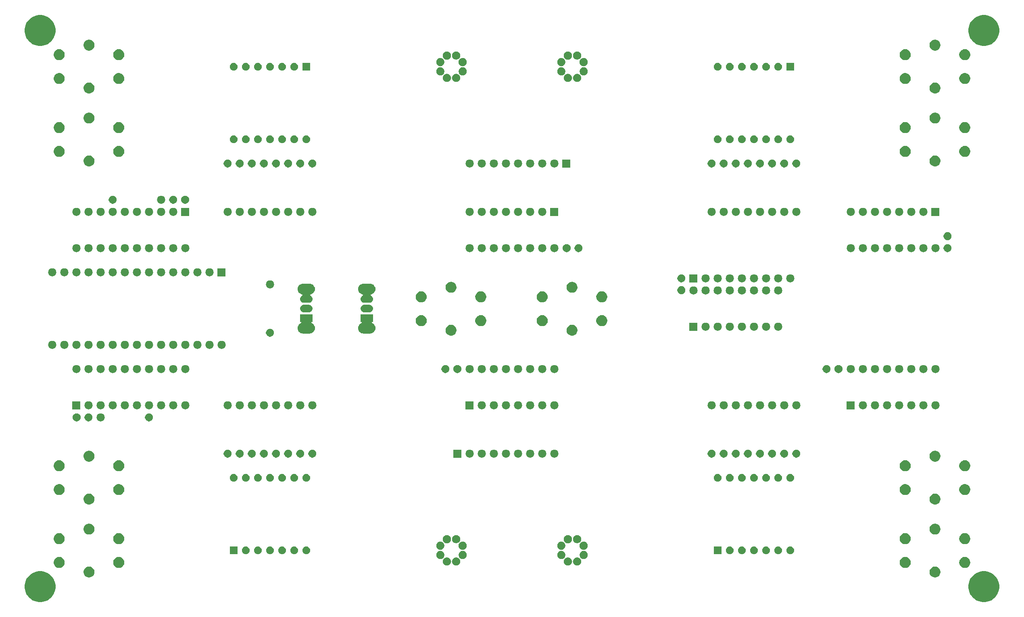
<source format=gbr>
G04 #@! TF.GenerationSoftware,KiCad,Pcbnew,(5.1.4)-1*
G04 #@! TF.CreationDate,2020-08-08T18:03:32-04:00*
G04 #@! TF.ProjectId,mtg_life_counter,6d74675f-6c69-4666-955f-636f756e7465,0.1*
G04 #@! TF.SameCoordinates,Original*
G04 #@! TF.FileFunction,Soldermask,Top*
G04 #@! TF.FilePolarity,Negative*
%FSLAX46Y46*%
G04 Gerber Fmt 4.6, Leading zero omitted, Abs format (unit mm)*
G04 Created by KiCad (PCBNEW (5.1.4)-1) date 2020-08-08 18:03:32*
%MOMM*%
%LPD*%
G04 APERTURE LIST*
%ADD10C,0.100000*%
G04 APERTURE END LIST*
D10*
G36*
X241909947Y-144126635D02*
G01*
X242248282Y-144193934D01*
X242839926Y-144439001D01*
X243372392Y-144794784D01*
X243825216Y-145247608D01*
X244180999Y-145780074D01*
X244426066Y-146371718D01*
X244426066Y-146371719D01*
X244551000Y-146999803D01*
X244551000Y-147640197D01*
X244488533Y-147954239D01*
X244426066Y-148268282D01*
X244180999Y-148859926D01*
X243825216Y-149392392D01*
X243372392Y-149845216D01*
X242839926Y-150200999D01*
X242248282Y-150446066D01*
X241934239Y-150508533D01*
X241620197Y-150571000D01*
X240979803Y-150571000D01*
X240665761Y-150508533D01*
X240351718Y-150446066D01*
X239760074Y-150200999D01*
X239227608Y-149845216D01*
X238774784Y-149392392D01*
X238419001Y-148859926D01*
X238173934Y-148268282D01*
X238111467Y-147954239D01*
X238049000Y-147640197D01*
X238049000Y-146999803D01*
X238173934Y-146371719D01*
X238173934Y-146371718D01*
X238419001Y-145780074D01*
X238774784Y-145247608D01*
X239227608Y-144794784D01*
X239760074Y-144439001D01*
X240351718Y-144193934D01*
X240690053Y-144126635D01*
X240979803Y-144069000D01*
X241620197Y-144069000D01*
X241909947Y-144126635D01*
X241909947Y-144126635D01*
G37*
G36*
X43789947Y-144126635D02*
G01*
X44128282Y-144193934D01*
X44719926Y-144439001D01*
X45252392Y-144794784D01*
X45705216Y-145247608D01*
X46060999Y-145780074D01*
X46306066Y-146371718D01*
X46306066Y-146371719D01*
X46431000Y-146999803D01*
X46431000Y-147640197D01*
X46368533Y-147954239D01*
X46306066Y-148268282D01*
X46060999Y-148859926D01*
X45705216Y-149392392D01*
X45252392Y-149845216D01*
X44719926Y-150200999D01*
X44128282Y-150446066D01*
X43814239Y-150508533D01*
X43500197Y-150571000D01*
X42859803Y-150571000D01*
X42545761Y-150508533D01*
X42231718Y-150446066D01*
X41640074Y-150200999D01*
X41107608Y-149845216D01*
X40654784Y-149392392D01*
X40299001Y-148859926D01*
X40053934Y-148268282D01*
X39991467Y-147954239D01*
X39929000Y-147640197D01*
X39929000Y-146999803D01*
X40053934Y-146371719D01*
X40053934Y-146371718D01*
X40299001Y-145780074D01*
X40654784Y-145247608D01*
X41107608Y-144794784D01*
X41640074Y-144439001D01*
X42231718Y-144193934D01*
X42570053Y-144126635D01*
X42859803Y-144069000D01*
X43500197Y-144069000D01*
X43789947Y-144126635D01*
X43789947Y-144126635D01*
G37*
G36*
X53664549Y-143111116D02*
G01*
X53775734Y-143133232D01*
X53985203Y-143219997D01*
X54173720Y-143345960D01*
X54334040Y-143506280D01*
X54460003Y-143694797D01*
X54546768Y-143904266D01*
X54591000Y-144126636D01*
X54591000Y-144353364D01*
X54546768Y-144575734D01*
X54460003Y-144785203D01*
X54334040Y-144973720D01*
X54173720Y-145134040D01*
X53985203Y-145260003D01*
X53775734Y-145346768D01*
X53741045Y-145353668D01*
X53553365Y-145391000D01*
X53326635Y-145391000D01*
X53138955Y-145353668D01*
X53104266Y-145346768D01*
X52894797Y-145260003D01*
X52706280Y-145134040D01*
X52545960Y-144973720D01*
X52419997Y-144785203D01*
X52333232Y-144575734D01*
X52289000Y-144353364D01*
X52289000Y-144126636D01*
X52333232Y-143904266D01*
X52419997Y-143694797D01*
X52545960Y-143506280D01*
X52706280Y-143345960D01*
X52894797Y-143219997D01*
X53104266Y-143133232D01*
X53215451Y-143111116D01*
X53326635Y-143089000D01*
X53553365Y-143089000D01*
X53664549Y-143111116D01*
X53664549Y-143111116D01*
G37*
G36*
X231264549Y-143111116D02*
G01*
X231375734Y-143133232D01*
X231585203Y-143219997D01*
X231773720Y-143345960D01*
X231934040Y-143506280D01*
X232060003Y-143694797D01*
X232146768Y-143904266D01*
X232191000Y-144126636D01*
X232191000Y-144353364D01*
X232146768Y-144575734D01*
X232060003Y-144785203D01*
X231934040Y-144973720D01*
X231773720Y-145134040D01*
X231585203Y-145260003D01*
X231375734Y-145346768D01*
X231341045Y-145353668D01*
X231153365Y-145391000D01*
X230926635Y-145391000D01*
X230738955Y-145353668D01*
X230704266Y-145346768D01*
X230494797Y-145260003D01*
X230306280Y-145134040D01*
X230145960Y-144973720D01*
X230019997Y-144785203D01*
X229933232Y-144575734D01*
X229889000Y-144353364D01*
X229889000Y-144126636D01*
X229933232Y-143904266D01*
X230019997Y-143694797D01*
X230145960Y-143506280D01*
X230306280Y-143345960D01*
X230494797Y-143219997D01*
X230704266Y-143133232D01*
X230815451Y-143111116D01*
X230926635Y-143089000D01*
X231153365Y-143089000D01*
X231264549Y-143111116D01*
X231264549Y-143111116D01*
G37*
G36*
X59914549Y-141111116D02*
G01*
X60025734Y-141133232D01*
X60173850Y-141194584D01*
X60221923Y-141214496D01*
X60235203Y-141219997D01*
X60423720Y-141345960D01*
X60584040Y-141506280D01*
X60710003Y-141694797D01*
X60796768Y-141904266D01*
X60817382Y-142007901D01*
X60841000Y-142126635D01*
X60841000Y-142353365D01*
X60821827Y-142449754D01*
X60796768Y-142575734D01*
X60710003Y-142785203D01*
X60584040Y-142973720D01*
X60423720Y-143134040D01*
X60235203Y-143260003D01*
X60025734Y-143346768D01*
X59914549Y-143368884D01*
X59803365Y-143391000D01*
X59576635Y-143391000D01*
X59465451Y-143368884D01*
X59354266Y-143346768D01*
X59144797Y-143260003D01*
X58956280Y-143134040D01*
X58795960Y-142973720D01*
X58669997Y-142785203D01*
X58583232Y-142575734D01*
X58558173Y-142449754D01*
X58539000Y-142353365D01*
X58539000Y-142126635D01*
X58562618Y-142007901D01*
X58583232Y-141904266D01*
X58669997Y-141694797D01*
X58795960Y-141506280D01*
X58956280Y-141345960D01*
X59144797Y-141219997D01*
X59158078Y-141214496D01*
X59206150Y-141194584D01*
X59354266Y-141133232D01*
X59465451Y-141111116D01*
X59576635Y-141089000D01*
X59803365Y-141089000D01*
X59914549Y-141111116D01*
X59914549Y-141111116D01*
G37*
G36*
X47414549Y-141111116D02*
G01*
X47525734Y-141133232D01*
X47673850Y-141194584D01*
X47721923Y-141214496D01*
X47735203Y-141219997D01*
X47923720Y-141345960D01*
X48084040Y-141506280D01*
X48210003Y-141694797D01*
X48296768Y-141904266D01*
X48317382Y-142007901D01*
X48341000Y-142126635D01*
X48341000Y-142353365D01*
X48321827Y-142449754D01*
X48296768Y-142575734D01*
X48210003Y-142785203D01*
X48084040Y-142973720D01*
X47923720Y-143134040D01*
X47735203Y-143260003D01*
X47525734Y-143346768D01*
X47414549Y-143368884D01*
X47303365Y-143391000D01*
X47076635Y-143391000D01*
X46965451Y-143368884D01*
X46854266Y-143346768D01*
X46644797Y-143260003D01*
X46456280Y-143134040D01*
X46295960Y-142973720D01*
X46169997Y-142785203D01*
X46083232Y-142575734D01*
X46058173Y-142449754D01*
X46039000Y-142353365D01*
X46039000Y-142126635D01*
X46062618Y-142007901D01*
X46083232Y-141904266D01*
X46169997Y-141694797D01*
X46295960Y-141506280D01*
X46456280Y-141345960D01*
X46644797Y-141219997D01*
X46658078Y-141214496D01*
X46706150Y-141194584D01*
X46854266Y-141133232D01*
X46965451Y-141111116D01*
X47076635Y-141089000D01*
X47303365Y-141089000D01*
X47414549Y-141111116D01*
X47414549Y-141111116D01*
G37*
G36*
X237514549Y-141111116D02*
G01*
X237625734Y-141133232D01*
X237773850Y-141194584D01*
X237821923Y-141214496D01*
X237835203Y-141219997D01*
X238023720Y-141345960D01*
X238184040Y-141506280D01*
X238310003Y-141694797D01*
X238396768Y-141904266D01*
X238417382Y-142007901D01*
X238441000Y-142126635D01*
X238441000Y-142353365D01*
X238421827Y-142449754D01*
X238396768Y-142575734D01*
X238310003Y-142785203D01*
X238184040Y-142973720D01*
X238023720Y-143134040D01*
X237835203Y-143260003D01*
X237625734Y-143346768D01*
X237514549Y-143368884D01*
X237403365Y-143391000D01*
X237176635Y-143391000D01*
X237065451Y-143368884D01*
X236954266Y-143346768D01*
X236744797Y-143260003D01*
X236556280Y-143134040D01*
X236395960Y-142973720D01*
X236269997Y-142785203D01*
X236183232Y-142575734D01*
X236158173Y-142449754D01*
X236139000Y-142353365D01*
X236139000Y-142126635D01*
X236162618Y-142007901D01*
X236183232Y-141904266D01*
X236269997Y-141694797D01*
X236395960Y-141506280D01*
X236556280Y-141345960D01*
X236744797Y-141219997D01*
X236758078Y-141214496D01*
X236806150Y-141194584D01*
X236954266Y-141133232D01*
X237065451Y-141111116D01*
X237176635Y-141089000D01*
X237403365Y-141089000D01*
X237514549Y-141111116D01*
X237514549Y-141111116D01*
G37*
G36*
X225014549Y-141111116D02*
G01*
X225125734Y-141133232D01*
X225273850Y-141194584D01*
X225321923Y-141214496D01*
X225335203Y-141219997D01*
X225523720Y-141345960D01*
X225684040Y-141506280D01*
X225810003Y-141694797D01*
X225896768Y-141904266D01*
X225917382Y-142007901D01*
X225941000Y-142126635D01*
X225941000Y-142353365D01*
X225921827Y-142449754D01*
X225896768Y-142575734D01*
X225810003Y-142785203D01*
X225684040Y-142973720D01*
X225523720Y-143134040D01*
X225335203Y-143260003D01*
X225125734Y-143346768D01*
X225014549Y-143368884D01*
X224903365Y-143391000D01*
X224676635Y-143391000D01*
X224565451Y-143368884D01*
X224454266Y-143346768D01*
X224244797Y-143260003D01*
X224056280Y-143134040D01*
X223895960Y-142973720D01*
X223769997Y-142785203D01*
X223683232Y-142575734D01*
X223658173Y-142449754D01*
X223639000Y-142353365D01*
X223639000Y-142126635D01*
X223662618Y-142007901D01*
X223683232Y-141904266D01*
X223769997Y-141694797D01*
X223895960Y-141506280D01*
X224056280Y-141345960D01*
X224244797Y-141219997D01*
X224258078Y-141214496D01*
X224306150Y-141194584D01*
X224454266Y-141133232D01*
X224565451Y-141111116D01*
X224676635Y-141089000D01*
X224903365Y-141089000D01*
X225014549Y-141111116D01*
X225014549Y-141111116D01*
G37*
G36*
X154214075Y-141233516D02*
G01*
X154368947Y-141297666D01*
X154508328Y-141390798D01*
X154626862Y-141509332D01*
X154719994Y-141648713D01*
X154784144Y-141803585D01*
X154815822Y-141962845D01*
X154822934Y-141986290D01*
X154834485Y-142007901D01*
X154850031Y-142026843D01*
X154868972Y-142042388D01*
X154882293Y-142049508D01*
X154869999Y-142056079D01*
X154851057Y-142071625D01*
X154835512Y-142090566D01*
X154823961Y-142112177D01*
X154816848Y-142135625D01*
X154816847Y-142135629D01*
X154784144Y-142300041D01*
X154719994Y-142454913D01*
X154626862Y-142594294D01*
X154508328Y-142712828D01*
X154368947Y-142805960D01*
X154214075Y-142870110D01*
X154049663Y-142902813D01*
X153882031Y-142902813D01*
X153717619Y-142870110D01*
X153562747Y-142805960D01*
X153423366Y-142712828D01*
X153304832Y-142594294D01*
X153211700Y-142454913D01*
X153147550Y-142300041D01*
X153114847Y-142135629D01*
X153114847Y-141967997D01*
X153147550Y-141803585D01*
X153211700Y-141648713D01*
X153304832Y-141509332D01*
X153304834Y-141509330D01*
X153316384Y-141487721D01*
X153323497Y-141464272D01*
X153325899Y-141439886D01*
X153323497Y-141415500D01*
X153319449Y-141402154D01*
X153333907Y-141406540D01*
X153358293Y-141408942D01*
X153382679Y-141406540D01*
X153406128Y-141399427D01*
X153427738Y-141387876D01*
X153562747Y-141297666D01*
X153575202Y-141292507D01*
X153717619Y-141233516D01*
X153882031Y-141200813D01*
X154049663Y-141200813D01*
X154214075Y-141233516D01*
X154214075Y-141233516D01*
G37*
G36*
X128814075Y-141233516D02*
G01*
X128968947Y-141297666D01*
X129108328Y-141390798D01*
X129226862Y-141509332D01*
X129319994Y-141648713D01*
X129384144Y-141803585D01*
X129415822Y-141962845D01*
X129422934Y-141986290D01*
X129434485Y-142007901D01*
X129450031Y-142026843D01*
X129468972Y-142042388D01*
X129482293Y-142049508D01*
X129469999Y-142056079D01*
X129451057Y-142071625D01*
X129435512Y-142090566D01*
X129423961Y-142112177D01*
X129416848Y-142135625D01*
X129416847Y-142135629D01*
X129384144Y-142300041D01*
X129319994Y-142454913D01*
X129226862Y-142594294D01*
X129108328Y-142712828D01*
X128968947Y-142805960D01*
X128814075Y-142870110D01*
X128649663Y-142902813D01*
X128482031Y-142902813D01*
X128317619Y-142870110D01*
X128162747Y-142805960D01*
X128023366Y-142712828D01*
X127904832Y-142594294D01*
X127811700Y-142454913D01*
X127747550Y-142300041D01*
X127714847Y-142135629D01*
X127714847Y-141967997D01*
X127747550Y-141803585D01*
X127811700Y-141648713D01*
X127904832Y-141509332D01*
X127904834Y-141509330D01*
X127916384Y-141487721D01*
X127923497Y-141464272D01*
X127925899Y-141439886D01*
X127923497Y-141415500D01*
X127919449Y-141402154D01*
X127933907Y-141406540D01*
X127958293Y-141408942D01*
X127982679Y-141406540D01*
X128006128Y-141399427D01*
X128027738Y-141387876D01*
X128162747Y-141297666D01*
X128175202Y-141292507D01*
X128317619Y-141233516D01*
X128482031Y-141200813D01*
X128649663Y-141200813D01*
X128814075Y-141233516D01*
X128814075Y-141233516D01*
G37*
G36*
X130760244Y-141228357D02*
G01*
X130915116Y-141292507D01*
X131054497Y-141385639D01*
X131054499Y-141385641D01*
X131076108Y-141397191D01*
X131099557Y-141404304D01*
X131123943Y-141406706D01*
X131148329Y-141404304D01*
X131161675Y-141400256D01*
X131157289Y-141414714D01*
X131154887Y-141439100D01*
X131157289Y-141463486D01*
X131164402Y-141486935D01*
X131175953Y-141508545D01*
X131266163Y-141643554D01*
X131330313Y-141798426D01*
X131363016Y-141962838D01*
X131363016Y-142130470D01*
X131330313Y-142294882D01*
X131266163Y-142449754D01*
X131173031Y-142589135D01*
X131054497Y-142707669D01*
X130915116Y-142800801D01*
X130760244Y-142864951D01*
X130595832Y-142897654D01*
X130428200Y-142897654D01*
X130263788Y-142864951D01*
X130108916Y-142800801D01*
X129969535Y-142707669D01*
X129851001Y-142589135D01*
X129757869Y-142449754D01*
X129693719Y-142294882D01*
X129662041Y-142135622D01*
X129654929Y-142112177D01*
X129643378Y-142090566D01*
X129627832Y-142071624D01*
X129608891Y-142056079D01*
X129595570Y-142048959D01*
X129607864Y-142042388D01*
X129626806Y-142026842D01*
X129642351Y-142007901D01*
X129653902Y-141986290D01*
X129661015Y-141962842D01*
X129664348Y-141946087D01*
X129693719Y-141798426D01*
X129757869Y-141643554D01*
X129851001Y-141504173D01*
X129969535Y-141385639D01*
X130108916Y-141292507D01*
X130263788Y-141228357D01*
X130428200Y-141195654D01*
X130595832Y-141195654D01*
X130760244Y-141228357D01*
X130760244Y-141228357D01*
G37*
G36*
X156160244Y-141228357D02*
G01*
X156315116Y-141292507D01*
X156454497Y-141385639D01*
X156454499Y-141385641D01*
X156476108Y-141397191D01*
X156499557Y-141404304D01*
X156523943Y-141406706D01*
X156548329Y-141404304D01*
X156561675Y-141400256D01*
X156557289Y-141414714D01*
X156554887Y-141439100D01*
X156557289Y-141463486D01*
X156564402Y-141486935D01*
X156575953Y-141508545D01*
X156666163Y-141643554D01*
X156730313Y-141798426D01*
X156763016Y-141962838D01*
X156763016Y-142130470D01*
X156730313Y-142294882D01*
X156666163Y-142449754D01*
X156573031Y-142589135D01*
X156454497Y-142707669D01*
X156315116Y-142800801D01*
X156160244Y-142864951D01*
X155995832Y-142897654D01*
X155828200Y-142897654D01*
X155663788Y-142864951D01*
X155508916Y-142800801D01*
X155369535Y-142707669D01*
X155251001Y-142589135D01*
X155157869Y-142449754D01*
X155093719Y-142294882D01*
X155062041Y-142135622D01*
X155054929Y-142112177D01*
X155043378Y-142090566D01*
X155027832Y-142071624D01*
X155008891Y-142056079D01*
X154995570Y-142048959D01*
X155007864Y-142042388D01*
X155026806Y-142026842D01*
X155042351Y-142007901D01*
X155053902Y-141986290D01*
X155061015Y-141962842D01*
X155064348Y-141946087D01*
X155093719Y-141798426D01*
X155157869Y-141643554D01*
X155251001Y-141504173D01*
X155369535Y-141385639D01*
X155508916Y-141292507D01*
X155663788Y-141228357D01*
X155828200Y-141195654D01*
X155995832Y-141195654D01*
X156160244Y-141228357D01*
X156160244Y-141228357D01*
G37*
G36*
X157296079Y-139770001D02*
G01*
X157311625Y-139788943D01*
X157330566Y-139804488D01*
X157352177Y-139816039D01*
X157375625Y-139823152D01*
X157392380Y-139826485D01*
X157540041Y-139855856D01*
X157694913Y-139920006D01*
X157834294Y-140013138D01*
X157952828Y-140131672D01*
X158045960Y-140271053D01*
X158110110Y-140425925D01*
X158142813Y-140590337D01*
X158142813Y-140757969D01*
X158110110Y-140922381D01*
X158045960Y-141077253D01*
X157952828Y-141216634D01*
X157834294Y-141335168D01*
X157694913Y-141428300D01*
X157540041Y-141492450D01*
X157375629Y-141525153D01*
X157207997Y-141525153D01*
X157043585Y-141492450D01*
X156888713Y-141428300D01*
X156749332Y-141335168D01*
X156749330Y-141335166D01*
X156727721Y-141323616D01*
X156704272Y-141316503D01*
X156679886Y-141314101D01*
X156655500Y-141316503D01*
X156642154Y-141320551D01*
X156646540Y-141306093D01*
X156648942Y-141281707D01*
X156646540Y-141257321D01*
X156639427Y-141233872D01*
X156627876Y-141212262D01*
X156537666Y-141077253D01*
X156536780Y-141075113D01*
X156473516Y-140922381D01*
X156440813Y-140757969D01*
X156440813Y-140590337D01*
X156473516Y-140425925D01*
X156537666Y-140271053D01*
X156630798Y-140131672D01*
X156749332Y-140013138D01*
X156888713Y-139920006D01*
X157043585Y-139855856D01*
X157202845Y-139824178D01*
X157226290Y-139817066D01*
X157247901Y-139805515D01*
X157266843Y-139789969D01*
X157282388Y-139771028D01*
X157289508Y-139757707D01*
X157296079Y-139770001D01*
X157296079Y-139770001D01*
G37*
G36*
X131896079Y-139770001D02*
G01*
X131911625Y-139788943D01*
X131930566Y-139804488D01*
X131952177Y-139816039D01*
X131975625Y-139823152D01*
X131992380Y-139826485D01*
X132140041Y-139855856D01*
X132294913Y-139920006D01*
X132434294Y-140013138D01*
X132552828Y-140131672D01*
X132645960Y-140271053D01*
X132710110Y-140425925D01*
X132742813Y-140590337D01*
X132742813Y-140757969D01*
X132710110Y-140922381D01*
X132645960Y-141077253D01*
X132552828Y-141216634D01*
X132434294Y-141335168D01*
X132294913Y-141428300D01*
X132140041Y-141492450D01*
X131975629Y-141525153D01*
X131807997Y-141525153D01*
X131643585Y-141492450D01*
X131488713Y-141428300D01*
X131349332Y-141335168D01*
X131349330Y-141335166D01*
X131327721Y-141323616D01*
X131304272Y-141316503D01*
X131279886Y-141314101D01*
X131255500Y-141316503D01*
X131242154Y-141320551D01*
X131246540Y-141306093D01*
X131248942Y-141281707D01*
X131246540Y-141257321D01*
X131239427Y-141233872D01*
X131227876Y-141212262D01*
X131137666Y-141077253D01*
X131136780Y-141075113D01*
X131073516Y-140922381D01*
X131040813Y-140757969D01*
X131040813Y-140590337D01*
X131073516Y-140425925D01*
X131137666Y-140271053D01*
X131230798Y-140131672D01*
X131349332Y-140013138D01*
X131488713Y-139920006D01*
X131643585Y-139855856D01*
X131802845Y-139824178D01*
X131826290Y-139817066D01*
X131847901Y-139805515D01*
X131866843Y-139789969D01*
X131882388Y-139771028D01*
X131889508Y-139757707D01*
X131896079Y-139770001D01*
X131896079Y-139770001D01*
G37*
G36*
X127197612Y-139767864D02*
G01*
X127213158Y-139786806D01*
X127232099Y-139802351D01*
X127253710Y-139813902D01*
X127277158Y-139821015D01*
X127287901Y-139823152D01*
X127441574Y-139853719D01*
X127596446Y-139917869D01*
X127735827Y-140011001D01*
X127854361Y-140129535D01*
X127947493Y-140268916D01*
X128011643Y-140423788D01*
X128044346Y-140588200D01*
X128044346Y-140755832D01*
X128011643Y-140920244D01*
X127947493Y-141075116D01*
X127854361Y-141214497D01*
X127854359Y-141214499D01*
X127842809Y-141236108D01*
X127835696Y-141259557D01*
X127833294Y-141283943D01*
X127835696Y-141308329D01*
X127839744Y-141321675D01*
X127825286Y-141317289D01*
X127800900Y-141314887D01*
X127776514Y-141317289D01*
X127753065Y-141324402D01*
X127731455Y-141335953D01*
X127622219Y-141408942D01*
X127596446Y-141426163D01*
X127441574Y-141490313D01*
X127277162Y-141523016D01*
X127109530Y-141523016D01*
X126945118Y-141490313D01*
X126790246Y-141426163D01*
X126650865Y-141333031D01*
X126532331Y-141214497D01*
X126439199Y-141075116D01*
X126375049Y-140920244D01*
X126342346Y-140755832D01*
X126342346Y-140588200D01*
X126375049Y-140423788D01*
X126439199Y-140268916D01*
X126532331Y-140129535D01*
X126650865Y-140011001D01*
X126790246Y-139917869D01*
X126945118Y-139853719D01*
X127104378Y-139822041D01*
X127127823Y-139814929D01*
X127149434Y-139803378D01*
X127168376Y-139787832D01*
X127183921Y-139768891D01*
X127191041Y-139755570D01*
X127197612Y-139767864D01*
X127197612Y-139767864D01*
G37*
G36*
X152597612Y-139767864D02*
G01*
X152613158Y-139786806D01*
X152632099Y-139802351D01*
X152653710Y-139813902D01*
X152677158Y-139821015D01*
X152687901Y-139823152D01*
X152841574Y-139853719D01*
X152996446Y-139917869D01*
X153135827Y-140011001D01*
X153254361Y-140129535D01*
X153347493Y-140268916D01*
X153411643Y-140423788D01*
X153444346Y-140588200D01*
X153444346Y-140755832D01*
X153411643Y-140920244D01*
X153347493Y-141075116D01*
X153254361Y-141214497D01*
X153254359Y-141214499D01*
X153242809Y-141236108D01*
X153235696Y-141259557D01*
X153233294Y-141283943D01*
X153235696Y-141308329D01*
X153239744Y-141321675D01*
X153225286Y-141317289D01*
X153200900Y-141314887D01*
X153176514Y-141317289D01*
X153153065Y-141324402D01*
X153131455Y-141335953D01*
X153022219Y-141408942D01*
X152996446Y-141426163D01*
X152841574Y-141490313D01*
X152677162Y-141523016D01*
X152509530Y-141523016D01*
X152345118Y-141490313D01*
X152190246Y-141426163D01*
X152050865Y-141333031D01*
X151932331Y-141214497D01*
X151839199Y-141075116D01*
X151775049Y-140920244D01*
X151742346Y-140755832D01*
X151742346Y-140588200D01*
X151775049Y-140423788D01*
X151839199Y-140268916D01*
X151932331Y-140129535D01*
X152050865Y-140011001D01*
X152190246Y-139917869D01*
X152345118Y-139853719D01*
X152504378Y-139822041D01*
X152527823Y-139814929D01*
X152549434Y-139803378D01*
X152568376Y-139787832D01*
X152583921Y-139768891D01*
X152591041Y-139755570D01*
X152597612Y-139767864D01*
X152597612Y-139767864D01*
G37*
G36*
X91673642Y-138929781D02*
G01*
X91785738Y-138976213D01*
X91819416Y-138990163D01*
X91950608Y-139077822D01*
X92062178Y-139189392D01*
X92149837Y-139320584D01*
X92149838Y-139320586D01*
X92210219Y-139466358D01*
X92241000Y-139621107D01*
X92241000Y-139778893D01*
X92210219Y-139933642D01*
X92149838Y-140079414D01*
X92149837Y-140079416D01*
X92062178Y-140210608D01*
X91950608Y-140322178D01*
X91819416Y-140409837D01*
X91819415Y-140409838D01*
X91819414Y-140409838D01*
X91673642Y-140470219D01*
X91518893Y-140501000D01*
X91361107Y-140501000D01*
X91206358Y-140470219D01*
X91060586Y-140409838D01*
X91060585Y-140409838D01*
X91060584Y-140409837D01*
X90929392Y-140322178D01*
X90817822Y-140210608D01*
X90730163Y-140079416D01*
X90730162Y-140079414D01*
X90669781Y-139933642D01*
X90639000Y-139778893D01*
X90639000Y-139621107D01*
X90669781Y-139466358D01*
X90730162Y-139320586D01*
X90730163Y-139320584D01*
X90817822Y-139189392D01*
X90929392Y-139077822D01*
X91060584Y-138990163D01*
X91094262Y-138976213D01*
X91206358Y-138929781D01*
X91361107Y-138899000D01*
X91518893Y-138899000D01*
X91673642Y-138929781D01*
X91673642Y-138929781D01*
G37*
G36*
X86593642Y-138929781D02*
G01*
X86705738Y-138976213D01*
X86739416Y-138990163D01*
X86870608Y-139077822D01*
X86982178Y-139189392D01*
X87069837Y-139320584D01*
X87069838Y-139320586D01*
X87130219Y-139466358D01*
X87161000Y-139621107D01*
X87161000Y-139778893D01*
X87130219Y-139933642D01*
X87069838Y-140079414D01*
X87069837Y-140079416D01*
X86982178Y-140210608D01*
X86870608Y-140322178D01*
X86739416Y-140409837D01*
X86739415Y-140409838D01*
X86739414Y-140409838D01*
X86593642Y-140470219D01*
X86438893Y-140501000D01*
X86281107Y-140501000D01*
X86126358Y-140470219D01*
X85980586Y-140409838D01*
X85980585Y-140409838D01*
X85980584Y-140409837D01*
X85849392Y-140322178D01*
X85737822Y-140210608D01*
X85650163Y-140079416D01*
X85650162Y-140079414D01*
X85589781Y-139933642D01*
X85559000Y-139778893D01*
X85559000Y-139621107D01*
X85589781Y-139466358D01*
X85650162Y-139320586D01*
X85650163Y-139320584D01*
X85737822Y-139189392D01*
X85849392Y-139077822D01*
X85980584Y-138990163D01*
X86014262Y-138976213D01*
X86126358Y-138929781D01*
X86281107Y-138899000D01*
X86438893Y-138899000D01*
X86593642Y-138929781D01*
X86593642Y-138929781D01*
G37*
G36*
X84621000Y-140501000D02*
G01*
X83019000Y-140501000D01*
X83019000Y-138899000D01*
X84621000Y-138899000D01*
X84621000Y-140501000D01*
X84621000Y-140501000D01*
G37*
G36*
X94213642Y-138929781D02*
G01*
X94325738Y-138976213D01*
X94359416Y-138990163D01*
X94490608Y-139077822D01*
X94602178Y-139189392D01*
X94689837Y-139320584D01*
X94689838Y-139320586D01*
X94750219Y-139466358D01*
X94781000Y-139621107D01*
X94781000Y-139778893D01*
X94750219Y-139933642D01*
X94689838Y-140079414D01*
X94689837Y-140079416D01*
X94602178Y-140210608D01*
X94490608Y-140322178D01*
X94359416Y-140409837D01*
X94359415Y-140409838D01*
X94359414Y-140409838D01*
X94213642Y-140470219D01*
X94058893Y-140501000D01*
X93901107Y-140501000D01*
X93746358Y-140470219D01*
X93600586Y-140409838D01*
X93600585Y-140409838D01*
X93600584Y-140409837D01*
X93469392Y-140322178D01*
X93357822Y-140210608D01*
X93270163Y-140079416D01*
X93270162Y-140079414D01*
X93209781Y-139933642D01*
X93179000Y-139778893D01*
X93179000Y-139621107D01*
X93209781Y-139466358D01*
X93270162Y-139320586D01*
X93270163Y-139320584D01*
X93357822Y-139189392D01*
X93469392Y-139077822D01*
X93600584Y-138990163D01*
X93634262Y-138976213D01*
X93746358Y-138929781D01*
X93901107Y-138899000D01*
X94058893Y-138899000D01*
X94213642Y-138929781D01*
X94213642Y-138929781D01*
G37*
G36*
X96753642Y-138929781D02*
G01*
X96865738Y-138976213D01*
X96899416Y-138990163D01*
X97030608Y-139077822D01*
X97142178Y-139189392D01*
X97229837Y-139320584D01*
X97229838Y-139320586D01*
X97290219Y-139466358D01*
X97321000Y-139621107D01*
X97321000Y-139778893D01*
X97290219Y-139933642D01*
X97229838Y-140079414D01*
X97229837Y-140079416D01*
X97142178Y-140210608D01*
X97030608Y-140322178D01*
X96899416Y-140409837D01*
X96899415Y-140409838D01*
X96899414Y-140409838D01*
X96753642Y-140470219D01*
X96598893Y-140501000D01*
X96441107Y-140501000D01*
X96286358Y-140470219D01*
X96140586Y-140409838D01*
X96140585Y-140409838D01*
X96140584Y-140409837D01*
X96009392Y-140322178D01*
X95897822Y-140210608D01*
X95810163Y-140079416D01*
X95810162Y-140079414D01*
X95749781Y-139933642D01*
X95719000Y-139778893D01*
X95719000Y-139621107D01*
X95749781Y-139466358D01*
X95810162Y-139320586D01*
X95810163Y-139320584D01*
X95897822Y-139189392D01*
X96009392Y-139077822D01*
X96140584Y-138990163D01*
X96174262Y-138976213D01*
X96286358Y-138929781D01*
X96441107Y-138899000D01*
X96598893Y-138899000D01*
X96753642Y-138929781D01*
X96753642Y-138929781D01*
G37*
G36*
X200893642Y-138929781D02*
G01*
X201005738Y-138976213D01*
X201039416Y-138990163D01*
X201170608Y-139077822D01*
X201282178Y-139189392D01*
X201369837Y-139320584D01*
X201369838Y-139320586D01*
X201430219Y-139466358D01*
X201461000Y-139621107D01*
X201461000Y-139778893D01*
X201430219Y-139933642D01*
X201369838Y-140079414D01*
X201369837Y-140079416D01*
X201282178Y-140210608D01*
X201170608Y-140322178D01*
X201039416Y-140409837D01*
X201039415Y-140409838D01*
X201039414Y-140409838D01*
X200893642Y-140470219D01*
X200738893Y-140501000D01*
X200581107Y-140501000D01*
X200426358Y-140470219D01*
X200280586Y-140409838D01*
X200280585Y-140409838D01*
X200280584Y-140409837D01*
X200149392Y-140322178D01*
X200037822Y-140210608D01*
X199950163Y-140079416D01*
X199950162Y-140079414D01*
X199889781Y-139933642D01*
X199859000Y-139778893D01*
X199859000Y-139621107D01*
X199889781Y-139466358D01*
X199950162Y-139320586D01*
X199950163Y-139320584D01*
X200037822Y-139189392D01*
X200149392Y-139077822D01*
X200280584Y-138990163D01*
X200314262Y-138976213D01*
X200426358Y-138929781D01*
X200581107Y-138899000D01*
X200738893Y-138899000D01*
X200893642Y-138929781D01*
X200893642Y-138929781D01*
G37*
G36*
X99293642Y-138929781D02*
G01*
X99405738Y-138976213D01*
X99439416Y-138990163D01*
X99570608Y-139077822D01*
X99682178Y-139189392D01*
X99769837Y-139320584D01*
X99769838Y-139320586D01*
X99830219Y-139466358D01*
X99861000Y-139621107D01*
X99861000Y-139778893D01*
X99830219Y-139933642D01*
X99769838Y-140079414D01*
X99769837Y-140079416D01*
X99682178Y-140210608D01*
X99570608Y-140322178D01*
X99439416Y-140409837D01*
X99439415Y-140409838D01*
X99439414Y-140409838D01*
X99293642Y-140470219D01*
X99138893Y-140501000D01*
X98981107Y-140501000D01*
X98826358Y-140470219D01*
X98680586Y-140409838D01*
X98680585Y-140409838D01*
X98680584Y-140409837D01*
X98549392Y-140322178D01*
X98437822Y-140210608D01*
X98350163Y-140079416D01*
X98350162Y-140079414D01*
X98289781Y-139933642D01*
X98259000Y-139778893D01*
X98259000Y-139621107D01*
X98289781Y-139466358D01*
X98350162Y-139320586D01*
X98350163Y-139320584D01*
X98437822Y-139189392D01*
X98549392Y-139077822D01*
X98680584Y-138990163D01*
X98714262Y-138976213D01*
X98826358Y-138929781D01*
X98981107Y-138899000D01*
X99138893Y-138899000D01*
X99293642Y-138929781D01*
X99293642Y-138929781D01*
G37*
G36*
X89133642Y-138929781D02*
G01*
X89245738Y-138976213D01*
X89279416Y-138990163D01*
X89410608Y-139077822D01*
X89522178Y-139189392D01*
X89609837Y-139320584D01*
X89609838Y-139320586D01*
X89670219Y-139466358D01*
X89701000Y-139621107D01*
X89701000Y-139778893D01*
X89670219Y-139933642D01*
X89609838Y-140079414D01*
X89609837Y-140079416D01*
X89522178Y-140210608D01*
X89410608Y-140322178D01*
X89279416Y-140409837D01*
X89279415Y-140409838D01*
X89279414Y-140409838D01*
X89133642Y-140470219D01*
X88978893Y-140501000D01*
X88821107Y-140501000D01*
X88666358Y-140470219D01*
X88520586Y-140409838D01*
X88520585Y-140409838D01*
X88520584Y-140409837D01*
X88389392Y-140322178D01*
X88277822Y-140210608D01*
X88190163Y-140079416D01*
X88190162Y-140079414D01*
X88129781Y-139933642D01*
X88099000Y-139778893D01*
X88099000Y-139621107D01*
X88129781Y-139466358D01*
X88190162Y-139320586D01*
X88190163Y-139320584D01*
X88277822Y-139189392D01*
X88389392Y-139077822D01*
X88520584Y-138990163D01*
X88554262Y-138976213D01*
X88666358Y-138929781D01*
X88821107Y-138899000D01*
X88978893Y-138899000D01*
X89133642Y-138929781D01*
X89133642Y-138929781D01*
G37*
G36*
X198353642Y-138929781D02*
G01*
X198465738Y-138976213D01*
X198499416Y-138990163D01*
X198630608Y-139077822D01*
X198742178Y-139189392D01*
X198829837Y-139320584D01*
X198829838Y-139320586D01*
X198890219Y-139466358D01*
X198921000Y-139621107D01*
X198921000Y-139778893D01*
X198890219Y-139933642D01*
X198829838Y-140079414D01*
X198829837Y-140079416D01*
X198742178Y-140210608D01*
X198630608Y-140322178D01*
X198499416Y-140409837D01*
X198499415Y-140409838D01*
X198499414Y-140409838D01*
X198353642Y-140470219D01*
X198198893Y-140501000D01*
X198041107Y-140501000D01*
X197886358Y-140470219D01*
X197740586Y-140409838D01*
X197740585Y-140409838D01*
X197740584Y-140409837D01*
X197609392Y-140322178D01*
X197497822Y-140210608D01*
X197410163Y-140079416D01*
X197410162Y-140079414D01*
X197349781Y-139933642D01*
X197319000Y-139778893D01*
X197319000Y-139621107D01*
X197349781Y-139466358D01*
X197410162Y-139320586D01*
X197410163Y-139320584D01*
X197497822Y-139189392D01*
X197609392Y-139077822D01*
X197740584Y-138990163D01*
X197774262Y-138976213D01*
X197886358Y-138929781D01*
X198041107Y-138899000D01*
X198198893Y-138899000D01*
X198353642Y-138929781D01*
X198353642Y-138929781D01*
G37*
G36*
X190733642Y-138929781D02*
G01*
X190845738Y-138976213D01*
X190879416Y-138990163D01*
X191010608Y-139077822D01*
X191122178Y-139189392D01*
X191209837Y-139320584D01*
X191209838Y-139320586D01*
X191270219Y-139466358D01*
X191301000Y-139621107D01*
X191301000Y-139778893D01*
X191270219Y-139933642D01*
X191209838Y-140079414D01*
X191209837Y-140079416D01*
X191122178Y-140210608D01*
X191010608Y-140322178D01*
X190879416Y-140409837D01*
X190879415Y-140409838D01*
X190879414Y-140409838D01*
X190733642Y-140470219D01*
X190578893Y-140501000D01*
X190421107Y-140501000D01*
X190266358Y-140470219D01*
X190120586Y-140409838D01*
X190120585Y-140409838D01*
X190120584Y-140409837D01*
X189989392Y-140322178D01*
X189877822Y-140210608D01*
X189790163Y-140079416D01*
X189790162Y-140079414D01*
X189729781Y-139933642D01*
X189699000Y-139778893D01*
X189699000Y-139621107D01*
X189729781Y-139466358D01*
X189790162Y-139320586D01*
X189790163Y-139320584D01*
X189877822Y-139189392D01*
X189989392Y-139077822D01*
X190120584Y-138990163D01*
X190154262Y-138976213D01*
X190266358Y-138929781D01*
X190421107Y-138899000D01*
X190578893Y-138899000D01*
X190733642Y-138929781D01*
X190733642Y-138929781D01*
G37*
G36*
X193273642Y-138929781D02*
G01*
X193385738Y-138976213D01*
X193419416Y-138990163D01*
X193550608Y-139077822D01*
X193662178Y-139189392D01*
X193749837Y-139320584D01*
X193749838Y-139320586D01*
X193810219Y-139466358D01*
X193841000Y-139621107D01*
X193841000Y-139778893D01*
X193810219Y-139933642D01*
X193749838Y-140079414D01*
X193749837Y-140079416D01*
X193662178Y-140210608D01*
X193550608Y-140322178D01*
X193419416Y-140409837D01*
X193419415Y-140409838D01*
X193419414Y-140409838D01*
X193273642Y-140470219D01*
X193118893Y-140501000D01*
X192961107Y-140501000D01*
X192806358Y-140470219D01*
X192660586Y-140409838D01*
X192660585Y-140409838D01*
X192660584Y-140409837D01*
X192529392Y-140322178D01*
X192417822Y-140210608D01*
X192330163Y-140079416D01*
X192330162Y-140079414D01*
X192269781Y-139933642D01*
X192239000Y-139778893D01*
X192239000Y-139621107D01*
X192269781Y-139466358D01*
X192330162Y-139320586D01*
X192330163Y-139320584D01*
X192417822Y-139189392D01*
X192529392Y-139077822D01*
X192660584Y-138990163D01*
X192694262Y-138976213D01*
X192806358Y-138929781D01*
X192961107Y-138899000D01*
X193118893Y-138899000D01*
X193273642Y-138929781D01*
X193273642Y-138929781D01*
G37*
G36*
X195813642Y-138929781D02*
G01*
X195925738Y-138976213D01*
X195959416Y-138990163D01*
X196090608Y-139077822D01*
X196202178Y-139189392D01*
X196289837Y-139320584D01*
X196289838Y-139320586D01*
X196350219Y-139466358D01*
X196381000Y-139621107D01*
X196381000Y-139778893D01*
X196350219Y-139933642D01*
X196289838Y-140079414D01*
X196289837Y-140079416D01*
X196202178Y-140210608D01*
X196090608Y-140322178D01*
X195959416Y-140409837D01*
X195959415Y-140409838D01*
X195959414Y-140409838D01*
X195813642Y-140470219D01*
X195658893Y-140501000D01*
X195501107Y-140501000D01*
X195346358Y-140470219D01*
X195200586Y-140409838D01*
X195200585Y-140409838D01*
X195200584Y-140409837D01*
X195069392Y-140322178D01*
X194957822Y-140210608D01*
X194870163Y-140079416D01*
X194870162Y-140079414D01*
X194809781Y-139933642D01*
X194779000Y-139778893D01*
X194779000Y-139621107D01*
X194809781Y-139466358D01*
X194870162Y-139320586D01*
X194870163Y-139320584D01*
X194957822Y-139189392D01*
X195069392Y-139077822D01*
X195200584Y-138990163D01*
X195234262Y-138976213D01*
X195346358Y-138929781D01*
X195501107Y-138899000D01*
X195658893Y-138899000D01*
X195813642Y-138929781D01*
X195813642Y-138929781D01*
G37*
G36*
X188193642Y-138929781D02*
G01*
X188305738Y-138976213D01*
X188339416Y-138990163D01*
X188470608Y-139077822D01*
X188582178Y-139189392D01*
X188669837Y-139320584D01*
X188669838Y-139320586D01*
X188730219Y-139466358D01*
X188761000Y-139621107D01*
X188761000Y-139778893D01*
X188730219Y-139933642D01*
X188669838Y-140079414D01*
X188669837Y-140079416D01*
X188582178Y-140210608D01*
X188470608Y-140322178D01*
X188339416Y-140409837D01*
X188339415Y-140409838D01*
X188339414Y-140409838D01*
X188193642Y-140470219D01*
X188038893Y-140501000D01*
X187881107Y-140501000D01*
X187726358Y-140470219D01*
X187580586Y-140409838D01*
X187580585Y-140409838D01*
X187580584Y-140409837D01*
X187449392Y-140322178D01*
X187337822Y-140210608D01*
X187250163Y-140079416D01*
X187250162Y-140079414D01*
X187189781Y-139933642D01*
X187159000Y-139778893D01*
X187159000Y-139621107D01*
X187189781Y-139466358D01*
X187250162Y-139320586D01*
X187250163Y-139320584D01*
X187337822Y-139189392D01*
X187449392Y-139077822D01*
X187580584Y-138990163D01*
X187614262Y-138976213D01*
X187726358Y-138929781D01*
X187881107Y-138899000D01*
X188038893Y-138899000D01*
X188193642Y-138929781D01*
X188193642Y-138929781D01*
G37*
G36*
X186221000Y-140501000D02*
G01*
X184619000Y-140501000D01*
X184619000Y-138899000D01*
X186221000Y-138899000D01*
X186221000Y-140501000D01*
X186221000Y-140501000D01*
G37*
G36*
X132134882Y-137909687D02*
G01*
X132289754Y-137973837D01*
X132429135Y-138066969D01*
X132547669Y-138185503D01*
X132640801Y-138324884D01*
X132704951Y-138479756D01*
X132737654Y-138644168D01*
X132737654Y-138811800D01*
X132704951Y-138976212D01*
X132640801Y-139131084D01*
X132547669Y-139270465D01*
X132429135Y-139388999D01*
X132289754Y-139482131D01*
X132134882Y-139546281D01*
X131975622Y-139577959D01*
X131952177Y-139585071D01*
X131930566Y-139596622D01*
X131911624Y-139612168D01*
X131896079Y-139631109D01*
X131888959Y-139644430D01*
X131882388Y-139632136D01*
X131866842Y-139613194D01*
X131847901Y-139597649D01*
X131826290Y-139586098D01*
X131802842Y-139578985D01*
X131786087Y-139575652D01*
X131638426Y-139546281D01*
X131483554Y-139482131D01*
X131344173Y-139388999D01*
X131225639Y-139270465D01*
X131132507Y-139131084D01*
X131068357Y-138976212D01*
X131035654Y-138811800D01*
X131035654Y-138644168D01*
X131068357Y-138479756D01*
X131132507Y-138324884D01*
X131225639Y-138185503D01*
X131225641Y-138185501D01*
X131237191Y-138163892D01*
X131244304Y-138140443D01*
X131246706Y-138116057D01*
X131244304Y-138091671D01*
X131240256Y-138078325D01*
X131254714Y-138082711D01*
X131279100Y-138085113D01*
X131303486Y-138082711D01*
X131326935Y-138075598D01*
X131348545Y-138064047D01*
X131483554Y-137973837D01*
X131514787Y-137960900D01*
X131638426Y-137909687D01*
X131802838Y-137876984D01*
X131970470Y-137876984D01*
X132134882Y-137909687D01*
X132134882Y-137909687D01*
G37*
G36*
X157534882Y-137909687D02*
G01*
X157689754Y-137973837D01*
X157829135Y-138066969D01*
X157947669Y-138185503D01*
X158040801Y-138324884D01*
X158104951Y-138479756D01*
X158137654Y-138644168D01*
X158137654Y-138811800D01*
X158104951Y-138976212D01*
X158040801Y-139131084D01*
X157947669Y-139270465D01*
X157829135Y-139388999D01*
X157689754Y-139482131D01*
X157534882Y-139546281D01*
X157375622Y-139577959D01*
X157352177Y-139585071D01*
X157330566Y-139596622D01*
X157311624Y-139612168D01*
X157296079Y-139631109D01*
X157288959Y-139644430D01*
X157282388Y-139632136D01*
X157266842Y-139613194D01*
X157247901Y-139597649D01*
X157226290Y-139586098D01*
X157202842Y-139578985D01*
X157186087Y-139575652D01*
X157038426Y-139546281D01*
X156883554Y-139482131D01*
X156744173Y-139388999D01*
X156625639Y-139270465D01*
X156532507Y-139131084D01*
X156468357Y-138976212D01*
X156435654Y-138811800D01*
X156435654Y-138644168D01*
X156468357Y-138479756D01*
X156532507Y-138324884D01*
X156625639Y-138185503D01*
X156625641Y-138185501D01*
X156637191Y-138163892D01*
X156644304Y-138140443D01*
X156646706Y-138116057D01*
X156644304Y-138091671D01*
X156640256Y-138078325D01*
X156654714Y-138082711D01*
X156679100Y-138085113D01*
X156703486Y-138082711D01*
X156726935Y-138075598D01*
X156748545Y-138064047D01*
X156883554Y-137973837D01*
X156914787Y-137960900D01*
X157038426Y-137909687D01*
X157202838Y-137876984D01*
X157370470Y-137876984D01*
X157534882Y-137909687D01*
X157534882Y-137909687D01*
G37*
G36*
X127436415Y-137907550D02*
G01*
X127591287Y-137971700D01*
X127730668Y-138064832D01*
X127730670Y-138064834D01*
X127752279Y-138076384D01*
X127775728Y-138083497D01*
X127800114Y-138085899D01*
X127824500Y-138083497D01*
X127837846Y-138079449D01*
X127833460Y-138093907D01*
X127831058Y-138118293D01*
X127833460Y-138142679D01*
X127840573Y-138166128D01*
X127852124Y-138187738D01*
X127942334Y-138322747D01*
X128006484Y-138477619D01*
X128039187Y-138642031D01*
X128039187Y-138809663D01*
X128006484Y-138974075D01*
X127942334Y-139128947D01*
X127849202Y-139268328D01*
X127730668Y-139386862D01*
X127591287Y-139479994D01*
X127436415Y-139544144D01*
X127277155Y-139575822D01*
X127253710Y-139582934D01*
X127232099Y-139594485D01*
X127213157Y-139610031D01*
X127197612Y-139628972D01*
X127190492Y-139642293D01*
X127183921Y-139629999D01*
X127168375Y-139611057D01*
X127149434Y-139595512D01*
X127127823Y-139583961D01*
X127104375Y-139576848D01*
X127087620Y-139573515D01*
X126939959Y-139544144D01*
X126785087Y-139479994D01*
X126645706Y-139386862D01*
X126527172Y-139268328D01*
X126434040Y-139128947D01*
X126369890Y-138974075D01*
X126337187Y-138809663D01*
X126337187Y-138642031D01*
X126369890Y-138477619D01*
X126434040Y-138322747D01*
X126527172Y-138183366D01*
X126645706Y-138064832D01*
X126785087Y-137971700D01*
X126939959Y-137907550D01*
X127104371Y-137874847D01*
X127272003Y-137874847D01*
X127436415Y-137907550D01*
X127436415Y-137907550D01*
G37*
G36*
X152836415Y-137907550D02*
G01*
X152991287Y-137971700D01*
X153130668Y-138064832D01*
X153130670Y-138064834D01*
X153152279Y-138076384D01*
X153175728Y-138083497D01*
X153200114Y-138085899D01*
X153224500Y-138083497D01*
X153237846Y-138079449D01*
X153233460Y-138093907D01*
X153231058Y-138118293D01*
X153233460Y-138142679D01*
X153240573Y-138166128D01*
X153252124Y-138187738D01*
X153342334Y-138322747D01*
X153406484Y-138477619D01*
X153439187Y-138642031D01*
X153439187Y-138809663D01*
X153406484Y-138974075D01*
X153342334Y-139128947D01*
X153249202Y-139268328D01*
X153130668Y-139386862D01*
X152991287Y-139479994D01*
X152836415Y-139544144D01*
X152677155Y-139575822D01*
X152653710Y-139582934D01*
X152632099Y-139594485D01*
X152613157Y-139610031D01*
X152597612Y-139628972D01*
X152590492Y-139642293D01*
X152583921Y-139629999D01*
X152568375Y-139611057D01*
X152549434Y-139595512D01*
X152527823Y-139583961D01*
X152504375Y-139576848D01*
X152487620Y-139573515D01*
X152339959Y-139544144D01*
X152185087Y-139479994D01*
X152045706Y-139386862D01*
X151927172Y-139268328D01*
X151834040Y-139128947D01*
X151769890Y-138974075D01*
X151737187Y-138809663D01*
X151737187Y-138642031D01*
X151769890Y-138477619D01*
X151834040Y-138322747D01*
X151927172Y-138183366D01*
X152045706Y-138064832D01*
X152185087Y-137971700D01*
X152339959Y-137907550D01*
X152504371Y-137874847D01*
X152672003Y-137874847D01*
X152836415Y-137907550D01*
X152836415Y-137907550D01*
G37*
G36*
X237514549Y-136111116D02*
G01*
X237625734Y-136133232D01*
X237835203Y-136219997D01*
X238023720Y-136345960D01*
X238184040Y-136506280D01*
X238310003Y-136694797D01*
X238396768Y-136904266D01*
X238418884Y-137015451D01*
X238441000Y-137126635D01*
X238441000Y-137353365D01*
X238425358Y-137432002D01*
X238396768Y-137575734D01*
X238386064Y-137601575D01*
X238324052Y-137751287D01*
X238310003Y-137785203D01*
X238184040Y-137973720D01*
X238023720Y-138134040D01*
X237835203Y-138260003D01*
X237625734Y-138346768D01*
X237514549Y-138368884D01*
X237403365Y-138391000D01*
X237176635Y-138391000D01*
X237065451Y-138368884D01*
X236954266Y-138346768D01*
X236744797Y-138260003D01*
X236556280Y-138134040D01*
X236395960Y-137973720D01*
X236269997Y-137785203D01*
X236255949Y-137751287D01*
X236193936Y-137601575D01*
X236183232Y-137575734D01*
X236154642Y-137432002D01*
X236139000Y-137353365D01*
X236139000Y-137126635D01*
X236161116Y-137015451D01*
X236183232Y-136904266D01*
X236269997Y-136694797D01*
X236395960Y-136506280D01*
X236556280Y-136345960D01*
X236744797Y-136219997D01*
X236954266Y-136133232D01*
X237065451Y-136111116D01*
X237176635Y-136089000D01*
X237403365Y-136089000D01*
X237514549Y-136111116D01*
X237514549Y-136111116D01*
G37*
G36*
X225014549Y-136111116D02*
G01*
X225125734Y-136133232D01*
X225335203Y-136219997D01*
X225523720Y-136345960D01*
X225684040Y-136506280D01*
X225810003Y-136694797D01*
X225896768Y-136904266D01*
X225918884Y-137015451D01*
X225941000Y-137126635D01*
X225941000Y-137353365D01*
X225925358Y-137432002D01*
X225896768Y-137575734D01*
X225886064Y-137601575D01*
X225824052Y-137751287D01*
X225810003Y-137785203D01*
X225684040Y-137973720D01*
X225523720Y-138134040D01*
X225335203Y-138260003D01*
X225125734Y-138346768D01*
X225014549Y-138368884D01*
X224903365Y-138391000D01*
X224676635Y-138391000D01*
X224565451Y-138368884D01*
X224454266Y-138346768D01*
X224244797Y-138260003D01*
X224056280Y-138134040D01*
X223895960Y-137973720D01*
X223769997Y-137785203D01*
X223755949Y-137751287D01*
X223693936Y-137601575D01*
X223683232Y-137575734D01*
X223654642Y-137432002D01*
X223639000Y-137353365D01*
X223639000Y-137126635D01*
X223661116Y-137015451D01*
X223683232Y-136904266D01*
X223769997Y-136694797D01*
X223895960Y-136506280D01*
X224056280Y-136345960D01*
X224244797Y-136219997D01*
X224454266Y-136133232D01*
X224565451Y-136111116D01*
X224676635Y-136089000D01*
X224903365Y-136089000D01*
X225014549Y-136111116D01*
X225014549Y-136111116D01*
G37*
G36*
X59914549Y-136111116D02*
G01*
X60025734Y-136133232D01*
X60235203Y-136219997D01*
X60423720Y-136345960D01*
X60584040Y-136506280D01*
X60710003Y-136694797D01*
X60796768Y-136904266D01*
X60818884Y-137015451D01*
X60841000Y-137126635D01*
X60841000Y-137353365D01*
X60825358Y-137432002D01*
X60796768Y-137575734D01*
X60786064Y-137601575D01*
X60724052Y-137751287D01*
X60710003Y-137785203D01*
X60584040Y-137973720D01*
X60423720Y-138134040D01*
X60235203Y-138260003D01*
X60025734Y-138346768D01*
X59914549Y-138368884D01*
X59803365Y-138391000D01*
X59576635Y-138391000D01*
X59465451Y-138368884D01*
X59354266Y-138346768D01*
X59144797Y-138260003D01*
X58956280Y-138134040D01*
X58795960Y-137973720D01*
X58669997Y-137785203D01*
X58655949Y-137751287D01*
X58593936Y-137601575D01*
X58583232Y-137575734D01*
X58554642Y-137432002D01*
X58539000Y-137353365D01*
X58539000Y-137126635D01*
X58561116Y-137015451D01*
X58583232Y-136904266D01*
X58669997Y-136694797D01*
X58795960Y-136506280D01*
X58956280Y-136345960D01*
X59144797Y-136219997D01*
X59354266Y-136133232D01*
X59465451Y-136111116D01*
X59576635Y-136089000D01*
X59803365Y-136089000D01*
X59914549Y-136111116D01*
X59914549Y-136111116D01*
G37*
G36*
X47414549Y-136111116D02*
G01*
X47525734Y-136133232D01*
X47735203Y-136219997D01*
X47923720Y-136345960D01*
X48084040Y-136506280D01*
X48210003Y-136694797D01*
X48296768Y-136904266D01*
X48318884Y-137015451D01*
X48341000Y-137126635D01*
X48341000Y-137353365D01*
X48325358Y-137432002D01*
X48296768Y-137575734D01*
X48286064Y-137601575D01*
X48224052Y-137751287D01*
X48210003Y-137785203D01*
X48084040Y-137973720D01*
X47923720Y-138134040D01*
X47735203Y-138260003D01*
X47525734Y-138346768D01*
X47414549Y-138368884D01*
X47303365Y-138391000D01*
X47076635Y-138391000D01*
X46965451Y-138368884D01*
X46854266Y-138346768D01*
X46644797Y-138260003D01*
X46456280Y-138134040D01*
X46295960Y-137973720D01*
X46169997Y-137785203D01*
X46155949Y-137751287D01*
X46093936Y-137601575D01*
X46083232Y-137575734D01*
X46054642Y-137432002D01*
X46039000Y-137353365D01*
X46039000Y-137126635D01*
X46061116Y-137015451D01*
X46083232Y-136904266D01*
X46169997Y-136694797D01*
X46295960Y-136506280D01*
X46456280Y-136345960D01*
X46644797Y-136219997D01*
X46854266Y-136133232D01*
X46965451Y-136111116D01*
X47076635Y-136089000D01*
X47303365Y-136089000D01*
X47414549Y-136111116D01*
X47414549Y-136111116D01*
G37*
G36*
X154216212Y-136535049D02*
G01*
X154371084Y-136599199D01*
X154510465Y-136692331D01*
X154628999Y-136810865D01*
X154722131Y-136950246D01*
X154786281Y-137105118D01*
X154817959Y-137264378D01*
X154825071Y-137287823D01*
X154836622Y-137309434D01*
X154852168Y-137328376D01*
X154871109Y-137343921D01*
X154884430Y-137351041D01*
X154872136Y-137357612D01*
X154853194Y-137373158D01*
X154837649Y-137392099D01*
X154826098Y-137413710D01*
X154818985Y-137437158D01*
X154818984Y-137437162D01*
X154786281Y-137601574D01*
X154722131Y-137756446D01*
X154628999Y-137895827D01*
X154510465Y-138014361D01*
X154371084Y-138107493D01*
X154216212Y-138171643D01*
X154051800Y-138204346D01*
X153884168Y-138204346D01*
X153719756Y-138171643D01*
X153564884Y-138107493D01*
X153425503Y-138014361D01*
X153425501Y-138014359D01*
X153403892Y-138002809D01*
X153380443Y-137995696D01*
X153356057Y-137993294D01*
X153331671Y-137995696D01*
X153318325Y-137999744D01*
X153322711Y-137985286D01*
X153325113Y-137960900D01*
X153322711Y-137936514D01*
X153315598Y-137913065D01*
X153304047Y-137891455D01*
X153213837Y-137756446D01*
X153211699Y-137751284D01*
X153149687Y-137601574D01*
X153116984Y-137437162D01*
X153116984Y-137269530D01*
X153149687Y-137105118D01*
X153213837Y-136950246D01*
X153306969Y-136810865D01*
X153425503Y-136692331D01*
X153564884Y-136599199D01*
X153719756Y-136535049D01*
X153884168Y-136502346D01*
X154051800Y-136502346D01*
X154216212Y-136535049D01*
X154216212Y-136535049D01*
G37*
G36*
X128816212Y-136535049D02*
G01*
X128971084Y-136599199D01*
X129110465Y-136692331D01*
X129228999Y-136810865D01*
X129322131Y-136950246D01*
X129386281Y-137105118D01*
X129417959Y-137264378D01*
X129425071Y-137287823D01*
X129436622Y-137309434D01*
X129452168Y-137328376D01*
X129471109Y-137343921D01*
X129484430Y-137351041D01*
X129472136Y-137357612D01*
X129453194Y-137373158D01*
X129437649Y-137392099D01*
X129426098Y-137413710D01*
X129418985Y-137437158D01*
X129418984Y-137437162D01*
X129386281Y-137601574D01*
X129322131Y-137756446D01*
X129228999Y-137895827D01*
X129110465Y-138014361D01*
X128971084Y-138107493D01*
X128816212Y-138171643D01*
X128651800Y-138204346D01*
X128484168Y-138204346D01*
X128319756Y-138171643D01*
X128164884Y-138107493D01*
X128025503Y-138014361D01*
X128025501Y-138014359D01*
X128003892Y-138002809D01*
X127980443Y-137995696D01*
X127956057Y-137993294D01*
X127931671Y-137995696D01*
X127918325Y-137999744D01*
X127922711Y-137985286D01*
X127925113Y-137960900D01*
X127922711Y-137936514D01*
X127915598Y-137913065D01*
X127904047Y-137891455D01*
X127813837Y-137756446D01*
X127811699Y-137751284D01*
X127749687Y-137601574D01*
X127716984Y-137437162D01*
X127716984Y-137269530D01*
X127749687Y-137105118D01*
X127813837Y-136950246D01*
X127906969Y-136810865D01*
X128025503Y-136692331D01*
X128164884Y-136599199D01*
X128319756Y-136535049D01*
X128484168Y-136502346D01*
X128651800Y-136502346D01*
X128816212Y-136535049D01*
X128816212Y-136535049D01*
G37*
G36*
X130762381Y-136529890D02*
G01*
X130917253Y-136594040D01*
X131056634Y-136687172D01*
X131175168Y-136805706D01*
X131268300Y-136945087D01*
X131332450Y-137099959D01*
X131365153Y-137264371D01*
X131365153Y-137432003D01*
X131332450Y-137596415D01*
X131268300Y-137751287D01*
X131175168Y-137890668D01*
X131175166Y-137890670D01*
X131163616Y-137912279D01*
X131156503Y-137935728D01*
X131154101Y-137960114D01*
X131156503Y-137984500D01*
X131160551Y-137997846D01*
X131146093Y-137993460D01*
X131121707Y-137991058D01*
X131097321Y-137993460D01*
X131073872Y-138000573D01*
X131052262Y-138012124D01*
X130943026Y-138085113D01*
X130917253Y-138102334D01*
X130762381Y-138166484D01*
X130597969Y-138199187D01*
X130430337Y-138199187D01*
X130265925Y-138166484D01*
X130111053Y-138102334D01*
X129971672Y-138009202D01*
X129853138Y-137890668D01*
X129760006Y-137751287D01*
X129695856Y-137596415D01*
X129664178Y-137437155D01*
X129657066Y-137413710D01*
X129645515Y-137392099D01*
X129629969Y-137373157D01*
X129611028Y-137357612D01*
X129597707Y-137350492D01*
X129610001Y-137343921D01*
X129628943Y-137328375D01*
X129644488Y-137309434D01*
X129656039Y-137287823D01*
X129663152Y-137264375D01*
X129666485Y-137247620D01*
X129695856Y-137099959D01*
X129760006Y-136945087D01*
X129853138Y-136805706D01*
X129971672Y-136687172D01*
X130111053Y-136594040D01*
X130265925Y-136529890D01*
X130430337Y-136497187D01*
X130597969Y-136497187D01*
X130762381Y-136529890D01*
X130762381Y-136529890D01*
G37*
G36*
X156162381Y-136529890D02*
G01*
X156317253Y-136594040D01*
X156456634Y-136687172D01*
X156575168Y-136805706D01*
X156668300Y-136945087D01*
X156732450Y-137099959D01*
X156765153Y-137264371D01*
X156765153Y-137432003D01*
X156732450Y-137596415D01*
X156668300Y-137751287D01*
X156575168Y-137890668D01*
X156575166Y-137890670D01*
X156563616Y-137912279D01*
X156556503Y-137935728D01*
X156554101Y-137960114D01*
X156556503Y-137984500D01*
X156560551Y-137997846D01*
X156546093Y-137993460D01*
X156521707Y-137991058D01*
X156497321Y-137993460D01*
X156473872Y-138000573D01*
X156452262Y-138012124D01*
X156343026Y-138085113D01*
X156317253Y-138102334D01*
X156162381Y-138166484D01*
X155997969Y-138199187D01*
X155830337Y-138199187D01*
X155665925Y-138166484D01*
X155511053Y-138102334D01*
X155371672Y-138009202D01*
X155253138Y-137890668D01*
X155160006Y-137751287D01*
X155095856Y-137596415D01*
X155064178Y-137437155D01*
X155057066Y-137413710D01*
X155045515Y-137392099D01*
X155029969Y-137373157D01*
X155011028Y-137357612D01*
X154997707Y-137350492D01*
X155010001Y-137343921D01*
X155028943Y-137328375D01*
X155044488Y-137309434D01*
X155056039Y-137287823D01*
X155063152Y-137264375D01*
X155066485Y-137247620D01*
X155095856Y-137099959D01*
X155160006Y-136945087D01*
X155253138Y-136805706D01*
X155371672Y-136687172D01*
X155511053Y-136594040D01*
X155665925Y-136529890D01*
X155830337Y-136497187D01*
X155997969Y-136497187D01*
X156162381Y-136529890D01*
X156162381Y-136529890D01*
G37*
G36*
X53664549Y-134111116D02*
G01*
X53775734Y-134133232D01*
X53985203Y-134219997D01*
X54173720Y-134345960D01*
X54334040Y-134506280D01*
X54460003Y-134694797D01*
X54546768Y-134904266D01*
X54591000Y-135126636D01*
X54591000Y-135353364D01*
X54546768Y-135575734D01*
X54460003Y-135785203D01*
X54334040Y-135973720D01*
X54173720Y-136134040D01*
X53985203Y-136260003D01*
X53775734Y-136346768D01*
X53664549Y-136368884D01*
X53553365Y-136391000D01*
X53326635Y-136391000D01*
X53215451Y-136368884D01*
X53104266Y-136346768D01*
X52894797Y-136260003D01*
X52706280Y-136134040D01*
X52545960Y-135973720D01*
X52419997Y-135785203D01*
X52333232Y-135575734D01*
X52289000Y-135353364D01*
X52289000Y-135126636D01*
X52333232Y-134904266D01*
X52419997Y-134694797D01*
X52545960Y-134506280D01*
X52706280Y-134345960D01*
X52894797Y-134219997D01*
X53104266Y-134133232D01*
X53215451Y-134111116D01*
X53326635Y-134089000D01*
X53553365Y-134089000D01*
X53664549Y-134111116D01*
X53664549Y-134111116D01*
G37*
G36*
X231264549Y-134111116D02*
G01*
X231375734Y-134133232D01*
X231585203Y-134219997D01*
X231773720Y-134345960D01*
X231934040Y-134506280D01*
X232060003Y-134694797D01*
X232146768Y-134904266D01*
X232191000Y-135126636D01*
X232191000Y-135353364D01*
X232146768Y-135575734D01*
X232060003Y-135785203D01*
X231934040Y-135973720D01*
X231773720Y-136134040D01*
X231585203Y-136260003D01*
X231375734Y-136346768D01*
X231264549Y-136368884D01*
X231153365Y-136391000D01*
X230926635Y-136391000D01*
X230815451Y-136368884D01*
X230704266Y-136346768D01*
X230494797Y-136260003D01*
X230306280Y-136134040D01*
X230145960Y-135973720D01*
X230019997Y-135785203D01*
X229933232Y-135575734D01*
X229889000Y-135353364D01*
X229889000Y-135126636D01*
X229933232Y-134904266D01*
X230019997Y-134694797D01*
X230145960Y-134506280D01*
X230306280Y-134345960D01*
X230494797Y-134219997D01*
X230704266Y-134133232D01*
X230815451Y-134111116D01*
X230926635Y-134089000D01*
X231153365Y-134089000D01*
X231264549Y-134111116D01*
X231264549Y-134111116D01*
G37*
G36*
X53664549Y-127791116D02*
G01*
X53775734Y-127813232D01*
X53985203Y-127899997D01*
X54173720Y-128025960D01*
X54334040Y-128186280D01*
X54460003Y-128374797D01*
X54546768Y-128584266D01*
X54591000Y-128806636D01*
X54591000Y-129033364D01*
X54546768Y-129255734D01*
X54460003Y-129465203D01*
X54334040Y-129653720D01*
X54173720Y-129814040D01*
X53985203Y-129940003D01*
X53775734Y-130026768D01*
X53664549Y-130048884D01*
X53553365Y-130071000D01*
X53326635Y-130071000D01*
X53215451Y-130048884D01*
X53104266Y-130026768D01*
X52894797Y-129940003D01*
X52706280Y-129814040D01*
X52545960Y-129653720D01*
X52419997Y-129465203D01*
X52333232Y-129255734D01*
X52289000Y-129033364D01*
X52289000Y-128806636D01*
X52333232Y-128584266D01*
X52419997Y-128374797D01*
X52545960Y-128186280D01*
X52706280Y-128025960D01*
X52894797Y-127899997D01*
X53104266Y-127813232D01*
X53215451Y-127791116D01*
X53326635Y-127769000D01*
X53553365Y-127769000D01*
X53664549Y-127791116D01*
X53664549Y-127791116D01*
G37*
G36*
X231264549Y-127791116D02*
G01*
X231375734Y-127813232D01*
X231585203Y-127899997D01*
X231773720Y-128025960D01*
X231934040Y-128186280D01*
X232060003Y-128374797D01*
X232146768Y-128584266D01*
X232191000Y-128806636D01*
X232191000Y-129033364D01*
X232146768Y-129255734D01*
X232060003Y-129465203D01*
X231934040Y-129653720D01*
X231773720Y-129814040D01*
X231585203Y-129940003D01*
X231375734Y-130026768D01*
X231264549Y-130048884D01*
X231153365Y-130071000D01*
X230926635Y-130071000D01*
X230815451Y-130048884D01*
X230704266Y-130026768D01*
X230494797Y-129940003D01*
X230306280Y-129814040D01*
X230145960Y-129653720D01*
X230019997Y-129465203D01*
X229933232Y-129255734D01*
X229889000Y-129033364D01*
X229889000Y-128806636D01*
X229933232Y-128584266D01*
X230019997Y-128374797D01*
X230145960Y-128186280D01*
X230306280Y-128025960D01*
X230494797Y-127899997D01*
X230704266Y-127813232D01*
X230815451Y-127791116D01*
X230926635Y-127769000D01*
X231153365Y-127769000D01*
X231264549Y-127791116D01*
X231264549Y-127791116D01*
G37*
G36*
X225014549Y-125791116D02*
G01*
X225125734Y-125813232D01*
X225335203Y-125899997D01*
X225523720Y-126025960D01*
X225684040Y-126186280D01*
X225810003Y-126374797D01*
X225896768Y-126584266D01*
X225941000Y-126806636D01*
X225941000Y-127033364D01*
X225896768Y-127255734D01*
X225810003Y-127465203D01*
X225684040Y-127653720D01*
X225523720Y-127814040D01*
X225335203Y-127940003D01*
X225125734Y-128026768D01*
X225014549Y-128048884D01*
X224903365Y-128071000D01*
X224676635Y-128071000D01*
X224565451Y-128048884D01*
X224454266Y-128026768D01*
X224244797Y-127940003D01*
X224056280Y-127814040D01*
X223895960Y-127653720D01*
X223769997Y-127465203D01*
X223683232Y-127255734D01*
X223639000Y-127033364D01*
X223639000Y-126806636D01*
X223683232Y-126584266D01*
X223769997Y-126374797D01*
X223895960Y-126186280D01*
X224056280Y-126025960D01*
X224244797Y-125899997D01*
X224454266Y-125813232D01*
X224565451Y-125791116D01*
X224676635Y-125769000D01*
X224903365Y-125769000D01*
X225014549Y-125791116D01*
X225014549Y-125791116D01*
G37*
G36*
X47414549Y-125791116D02*
G01*
X47525734Y-125813232D01*
X47735203Y-125899997D01*
X47923720Y-126025960D01*
X48084040Y-126186280D01*
X48210003Y-126374797D01*
X48296768Y-126584266D01*
X48341000Y-126806636D01*
X48341000Y-127033364D01*
X48296768Y-127255734D01*
X48210003Y-127465203D01*
X48084040Y-127653720D01*
X47923720Y-127814040D01*
X47735203Y-127940003D01*
X47525734Y-128026768D01*
X47414549Y-128048884D01*
X47303365Y-128071000D01*
X47076635Y-128071000D01*
X46965451Y-128048884D01*
X46854266Y-128026768D01*
X46644797Y-127940003D01*
X46456280Y-127814040D01*
X46295960Y-127653720D01*
X46169997Y-127465203D01*
X46083232Y-127255734D01*
X46039000Y-127033364D01*
X46039000Y-126806636D01*
X46083232Y-126584266D01*
X46169997Y-126374797D01*
X46295960Y-126186280D01*
X46456280Y-126025960D01*
X46644797Y-125899997D01*
X46854266Y-125813232D01*
X46965451Y-125791116D01*
X47076635Y-125769000D01*
X47303365Y-125769000D01*
X47414549Y-125791116D01*
X47414549Y-125791116D01*
G37*
G36*
X237514549Y-125791116D02*
G01*
X237625734Y-125813232D01*
X237835203Y-125899997D01*
X238023720Y-126025960D01*
X238184040Y-126186280D01*
X238310003Y-126374797D01*
X238396768Y-126584266D01*
X238441000Y-126806636D01*
X238441000Y-127033364D01*
X238396768Y-127255734D01*
X238310003Y-127465203D01*
X238184040Y-127653720D01*
X238023720Y-127814040D01*
X237835203Y-127940003D01*
X237625734Y-128026768D01*
X237514549Y-128048884D01*
X237403365Y-128071000D01*
X237176635Y-128071000D01*
X237065451Y-128048884D01*
X236954266Y-128026768D01*
X236744797Y-127940003D01*
X236556280Y-127814040D01*
X236395960Y-127653720D01*
X236269997Y-127465203D01*
X236183232Y-127255734D01*
X236139000Y-127033364D01*
X236139000Y-126806636D01*
X236183232Y-126584266D01*
X236269997Y-126374797D01*
X236395960Y-126186280D01*
X236556280Y-126025960D01*
X236744797Y-125899997D01*
X236954266Y-125813232D01*
X237065451Y-125791116D01*
X237176635Y-125769000D01*
X237403365Y-125769000D01*
X237514549Y-125791116D01*
X237514549Y-125791116D01*
G37*
G36*
X59914549Y-125791116D02*
G01*
X60025734Y-125813232D01*
X60235203Y-125899997D01*
X60423720Y-126025960D01*
X60584040Y-126186280D01*
X60710003Y-126374797D01*
X60796768Y-126584266D01*
X60841000Y-126806636D01*
X60841000Y-127033364D01*
X60796768Y-127255734D01*
X60710003Y-127465203D01*
X60584040Y-127653720D01*
X60423720Y-127814040D01*
X60235203Y-127940003D01*
X60025734Y-128026768D01*
X59914549Y-128048884D01*
X59803365Y-128071000D01*
X59576635Y-128071000D01*
X59465451Y-128048884D01*
X59354266Y-128026768D01*
X59144797Y-127940003D01*
X58956280Y-127814040D01*
X58795960Y-127653720D01*
X58669997Y-127465203D01*
X58583232Y-127255734D01*
X58539000Y-127033364D01*
X58539000Y-126806636D01*
X58583232Y-126584266D01*
X58669997Y-126374797D01*
X58795960Y-126186280D01*
X58956280Y-126025960D01*
X59144797Y-125899997D01*
X59354266Y-125813232D01*
X59465451Y-125791116D01*
X59576635Y-125769000D01*
X59803365Y-125769000D01*
X59914549Y-125791116D01*
X59914549Y-125791116D01*
G37*
G36*
X94213642Y-123689781D02*
G01*
X94359414Y-123750162D01*
X94359416Y-123750163D01*
X94490608Y-123837822D01*
X94602178Y-123949392D01*
X94689837Y-124080584D01*
X94689838Y-124080586D01*
X94750219Y-124226358D01*
X94781000Y-124381107D01*
X94781000Y-124538893D01*
X94750219Y-124693642D01*
X94689838Y-124839414D01*
X94689837Y-124839416D01*
X94602178Y-124970608D01*
X94490608Y-125082178D01*
X94359416Y-125169837D01*
X94359415Y-125169838D01*
X94359414Y-125169838D01*
X94213642Y-125230219D01*
X94058893Y-125261000D01*
X93901107Y-125261000D01*
X93746358Y-125230219D01*
X93600586Y-125169838D01*
X93600585Y-125169838D01*
X93600584Y-125169837D01*
X93469392Y-125082178D01*
X93357822Y-124970608D01*
X93270163Y-124839416D01*
X93270162Y-124839414D01*
X93209781Y-124693642D01*
X93179000Y-124538893D01*
X93179000Y-124381107D01*
X93209781Y-124226358D01*
X93270162Y-124080586D01*
X93270163Y-124080584D01*
X93357822Y-123949392D01*
X93469392Y-123837822D01*
X93600584Y-123750163D01*
X93600586Y-123750162D01*
X93746358Y-123689781D01*
X93901107Y-123659000D01*
X94058893Y-123659000D01*
X94213642Y-123689781D01*
X94213642Y-123689781D01*
G37*
G36*
X91673642Y-123689781D02*
G01*
X91819414Y-123750162D01*
X91819416Y-123750163D01*
X91950608Y-123837822D01*
X92062178Y-123949392D01*
X92149837Y-124080584D01*
X92149838Y-124080586D01*
X92210219Y-124226358D01*
X92241000Y-124381107D01*
X92241000Y-124538893D01*
X92210219Y-124693642D01*
X92149838Y-124839414D01*
X92149837Y-124839416D01*
X92062178Y-124970608D01*
X91950608Y-125082178D01*
X91819416Y-125169837D01*
X91819415Y-125169838D01*
X91819414Y-125169838D01*
X91673642Y-125230219D01*
X91518893Y-125261000D01*
X91361107Y-125261000D01*
X91206358Y-125230219D01*
X91060586Y-125169838D01*
X91060585Y-125169838D01*
X91060584Y-125169837D01*
X90929392Y-125082178D01*
X90817822Y-124970608D01*
X90730163Y-124839416D01*
X90730162Y-124839414D01*
X90669781Y-124693642D01*
X90639000Y-124538893D01*
X90639000Y-124381107D01*
X90669781Y-124226358D01*
X90730162Y-124080586D01*
X90730163Y-124080584D01*
X90817822Y-123949392D01*
X90929392Y-123837822D01*
X91060584Y-123750163D01*
X91060586Y-123750162D01*
X91206358Y-123689781D01*
X91361107Y-123659000D01*
X91518893Y-123659000D01*
X91673642Y-123689781D01*
X91673642Y-123689781D01*
G37*
G36*
X89133642Y-123689781D02*
G01*
X89279414Y-123750162D01*
X89279416Y-123750163D01*
X89410608Y-123837822D01*
X89522178Y-123949392D01*
X89609837Y-124080584D01*
X89609838Y-124080586D01*
X89670219Y-124226358D01*
X89701000Y-124381107D01*
X89701000Y-124538893D01*
X89670219Y-124693642D01*
X89609838Y-124839414D01*
X89609837Y-124839416D01*
X89522178Y-124970608D01*
X89410608Y-125082178D01*
X89279416Y-125169837D01*
X89279415Y-125169838D01*
X89279414Y-125169838D01*
X89133642Y-125230219D01*
X88978893Y-125261000D01*
X88821107Y-125261000D01*
X88666358Y-125230219D01*
X88520586Y-125169838D01*
X88520585Y-125169838D01*
X88520584Y-125169837D01*
X88389392Y-125082178D01*
X88277822Y-124970608D01*
X88190163Y-124839416D01*
X88190162Y-124839414D01*
X88129781Y-124693642D01*
X88099000Y-124538893D01*
X88099000Y-124381107D01*
X88129781Y-124226358D01*
X88190162Y-124080586D01*
X88190163Y-124080584D01*
X88277822Y-123949392D01*
X88389392Y-123837822D01*
X88520584Y-123750163D01*
X88520586Y-123750162D01*
X88666358Y-123689781D01*
X88821107Y-123659000D01*
X88978893Y-123659000D01*
X89133642Y-123689781D01*
X89133642Y-123689781D01*
G37*
G36*
X86593642Y-123689781D02*
G01*
X86739414Y-123750162D01*
X86739416Y-123750163D01*
X86870608Y-123837822D01*
X86982178Y-123949392D01*
X87069837Y-124080584D01*
X87069838Y-124080586D01*
X87130219Y-124226358D01*
X87161000Y-124381107D01*
X87161000Y-124538893D01*
X87130219Y-124693642D01*
X87069838Y-124839414D01*
X87069837Y-124839416D01*
X86982178Y-124970608D01*
X86870608Y-125082178D01*
X86739416Y-125169837D01*
X86739415Y-125169838D01*
X86739414Y-125169838D01*
X86593642Y-125230219D01*
X86438893Y-125261000D01*
X86281107Y-125261000D01*
X86126358Y-125230219D01*
X85980586Y-125169838D01*
X85980585Y-125169838D01*
X85980584Y-125169837D01*
X85849392Y-125082178D01*
X85737822Y-124970608D01*
X85650163Y-124839416D01*
X85650162Y-124839414D01*
X85589781Y-124693642D01*
X85559000Y-124538893D01*
X85559000Y-124381107D01*
X85589781Y-124226358D01*
X85650162Y-124080586D01*
X85650163Y-124080584D01*
X85737822Y-123949392D01*
X85849392Y-123837822D01*
X85980584Y-123750163D01*
X85980586Y-123750162D01*
X86126358Y-123689781D01*
X86281107Y-123659000D01*
X86438893Y-123659000D01*
X86593642Y-123689781D01*
X86593642Y-123689781D01*
G37*
G36*
X84053642Y-123689781D02*
G01*
X84199414Y-123750162D01*
X84199416Y-123750163D01*
X84330608Y-123837822D01*
X84442178Y-123949392D01*
X84529837Y-124080584D01*
X84529838Y-124080586D01*
X84590219Y-124226358D01*
X84621000Y-124381107D01*
X84621000Y-124538893D01*
X84590219Y-124693642D01*
X84529838Y-124839414D01*
X84529837Y-124839416D01*
X84442178Y-124970608D01*
X84330608Y-125082178D01*
X84199416Y-125169837D01*
X84199415Y-125169838D01*
X84199414Y-125169838D01*
X84053642Y-125230219D01*
X83898893Y-125261000D01*
X83741107Y-125261000D01*
X83586358Y-125230219D01*
X83440586Y-125169838D01*
X83440585Y-125169838D01*
X83440584Y-125169837D01*
X83309392Y-125082178D01*
X83197822Y-124970608D01*
X83110163Y-124839416D01*
X83110162Y-124839414D01*
X83049781Y-124693642D01*
X83019000Y-124538893D01*
X83019000Y-124381107D01*
X83049781Y-124226358D01*
X83110162Y-124080586D01*
X83110163Y-124080584D01*
X83197822Y-123949392D01*
X83309392Y-123837822D01*
X83440584Y-123750163D01*
X83440586Y-123750162D01*
X83586358Y-123689781D01*
X83741107Y-123659000D01*
X83898893Y-123659000D01*
X84053642Y-123689781D01*
X84053642Y-123689781D01*
G37*
G36*
X99293642Y-123689781D02*
G01*
X99439414Y-123750162D01*
X99439416Y-123750163D01*
X99570608Y-123837822D01*
X99682178Y-123949392D01*
X99769837Y-124080584D01*
X99769838Y-124080586D01*
X99830219Y-124226358D01*
X99861000Y-124381107D01*
X99861000Y-124538893D01*
X99830219Y-124693642D01*
X99769838Y-124839414D01*
X99769837Y-124839416D01*
X99682178Y-124970608D01*
X99570608Y-125082178D01*
X99439416Y-125169837D01*
X99439415Y-125169838D01*
X99439414Y-125169838D01*
X99293642Y-125230219D01*
X99138893Y-125261000D01*
X98981107Y-125261000D01*
X98826358Y-125230219D01*
X98680586Y-125169838D01*
X98680585Y-125169838D01*
X98680584Y-125169837D01*
X98549392Y-125082178D01*
X98437822Y-124970608D01*
X98350163Y-124839416D01*
X98350162Y-124839414D01*
X98289781Y-124693642D01*
X98259000Y-124538893D01*
X98259000Y-124381107D01*
X98289781Y-124226358D01*
X98350162Y-124080586D01*
X98350163Y-124080584D01*
X98437822Y-123949392D01*
X98549392Y-123837822D01*
X98680584Y-123750163D01*
X98680586Y-123750162D01*
X98826358Y-123689781D01*
X98981107Y-123659000D01*
X99138893Y-123659000D01*
X99293642Y-123689781D01*
X99293642Y-123689781D01*
G37*
G36*
X190733642Y-123689781D02*
G01*
X190879414Y-123750162D01*
X190879416Y-123750163D01*
X191010608Y-123837822D01*
X191122178Y-123949392D01*
X191209837Y-124080584D01*
X191209838Y-124080586D01*
X191270219Y-124226358D01*
X191301000Y-124381107D01*
X191301000Y-124538893D01*
X191270219Y-124693642D01*
X191209838Y-124839414D01*
X191209837Y-124839416D01*
X191122178Y-124970608D01*
X191010608Y-125082178D01*
X190879416Y-125169837D01*
X190879415Y-125169838D01*
X190879414Y-125169838D01*
X190733642Y-125230219D01*
X190578893Y-125261000D01*
X190421107Y-125261000D01*
X190266358Y-125230219D01*
X190120586Y-125169838D01*
X190120585Y-125169838D01*
X190120584Y-125169837D01*
X189989392Y-125082178D01*
X189877822Y-124970608D01*
X189790163Y-124839416D01*
X189790162Y-124839414D01*
X189729781Y-124693642D01*
X189699000Y-124538893D01*
X189699000Y-124381107D01*
X189729781Y-124226358D01*
X189790162Y-124080586D01*
X189790163Y-124080584D01*
X189877822Y-123949392D01*
X189989392Y-123837822D01*
X190120584Y-123750163D01*
X190120586Y-123750162D01*
X190266358Y-123689781D01*
X190421107Y-123659000D01*
X190578893Y-123659000D01*
X190733642Y-123689781D01*
X190733642Y-123689781D01*
G37*
G36*
X198353642Y-123689781D02*
G01*
X198499414Y-123750162D01*
X198499416Y-123750163D01*
X198630608Y-123837822D01*
X198742178Y-123949392D01*
X198829837Y-124080584D01*
X198829838Y-124080586D01*
X198890219Y-124226358D01*
X198921000Y-124381107D01*
X198921000Y-124538893D01*
X198890219Y-124693642D01*
X198829838Y-124839414D01*
X198829837Y-124839416D01*
X198742178Y-124970608D01*
X198630608Y-125082178D01*
X198499416Y-125169837D01*
X198499415Y-125169838D01*
X198499414Y-125169838D01*
X198353642Y-125230219D01*
X198198893Y-125261000D01*
X198041107Y-125261000D01*
X197886358Y-125230219D01*
X197740586Y-125169838D01*
X197740585Y-125169838D01*
X197740584Y-125169837D01*
X197609392Y-125082178D01*
X197497822Y-124970608D01*
X197410163Y-124839416D01*
X197410162Y-124839414D01*
X197349781Y-124693642D01*
X197319000Y-124538893D01*
X197319000Y-124381107D01*
X197349781Y-124226358D01*
X197410162Y-124080586D01*
X197410163Y-124080584D01*
X197497822Y-123949392D01*
X197609392Y-123837822D01*
X197740584Y-123750163D01*
X197740586Y-123750162D01*
X197886358Y-123689781D01*
X198041107Y-123659000D01*
X198198893Y-123659000D01*
X198353642Y-123689781D01*
X198353642Y-123689781D01*
G37*
G36*
X185653642Y-123689781D02*
G01*
X185799414Y-123750162D01*
X185799416Y-123750163D01*
X185930608Y-123837822D01*
X186042178Y-123949392D01*
X186129837Y-124080584D01*
X186129838Y-124080586D01*
X186190219Y-124226358D01*
X186221000Y-124381107D01*
X186221000Y-124538893D01*
X186190219Y-124693642D01*
X186129838Y-124839414D01*
X186129837Y-124839416D01*
X186042178Y-124970608D01*
X185930608Y-125082178D01*
X185799416Y-125169837D01*
X185799415Y-125169838D01*
X185799414Y-125169838D01*
X185653642Y-125230219D01*
X185498893Y-125261000D01*
X185341107Y-125261000D01*
X185186358Y-125230219D01*
X185040586Y-125169838D01*
X185040585Y-125169838D01*
X185040584Y-125169837D01*
X184909392Y-125082178D01*
X184797822Y-124970608D01*
X184710163Y-124839416D01*
X184710162Y-124839414D01*
X184649781Y-124693642D01*
X184619000Y-124538893D01*
X184619000Y-124381107D01*
X184649781Y-124226358D01*
X184710162Y-124080586D01*
X184710163Y-124080584D01*
X184797822Y-123949392D01*
X184909392Y-123837822D01*
X185040584Y-123750163D01*
X185040586Y-123750162D01*
X185186358Y-123689781D01*
X185341107Y-123659000D01*
X185498893Y-123659000D01*
X185653642Y-123689781D01*
X185653642Y-123689781D01*
G37*
G36*
X96753642Y-123689781D02*
G01*
X96899414Y-123750162D01*
X96899416Y-123750163D01*
X97030608Y-123837822D01*
X97142178Y-123949392D01*
X97229837Y-124080584D01*
X97229838Y-124080586D01*
X97290219Y-124226358D01*
X97321000Y-124381107D01*
X97321000Y-124538893D01*
X97290219Y-124693642D01*
X97229838Y-124839414D01*
X97229837Y-124839416D01*
X97142178Y-124970608D01*
X97030608Y-125082178D01*
X96899416Y-125169837D01*
X96899415Y-125169838D01*
X96899414Y-125169838D01*
X96753642Y-125230219D01*
X96598893Y-125261000D01*
X96441107Y-125261000D01*
X96286358Y-125230219D01*
X96140586Y-125169838D01*
X96140585Y-125169838D01*
X96140584Y-125169837D01*
X96009392Y-125082178D01*
X95897822Y-124970608D01*
X95810163Y-124839416D01*
X95810162Y-124839414D01*
X95749781Y-124693642D01*
X95719000Y-124538893D01*
X95719000Y-124381107D01*
X95749781Y-124226358D01*
X95810162Y-124080586D01*
X95810163Y-124080584D01*
X95897822Y-123949392D01*
X96009392Y-123837822D01*
X96140584Y-123750163D01*
X96140586Y-123750162D01*
X96286358Y-123689781D01*
X96441107Y-123659000D01*
X96598893Y-123659000D01*
X96753642Y-123689781D01*
X96753642Y-123689781D01*
G37*
G36*
X188193642Y-123689781D02*
G01*
X188339414Y-123750162D01*
X188339416Y-123750163D01*
X188470608Y-123837822D01*
X188582178Y-123949392D01*
X188669837Y-124080584D01*
X188669838Y-124080586D01*
X188730219Y-124226358D01*
X188761000Y-124381107D01*
X188761000Y-124538893D01*
X188730219Y-124693642D01*
X188669838Y-124839414D01*
X188669837Y-124839416D01*
X188582178Y-124970608D01*
X188470608Y-125082178D01*
X188339416Y-125169837D01*
X188339415Y-125169838D01*
X188339414Y-125169838D01*
X188193642Y-125230219D01*
X188038893Y-125261000D01*
X187881107Y-125261000D01*
X187726358Y-125230219D01*
X187580586Y-125169838D01*
X187580585Y-125169838D01*
X187580584Y-125169837D01*
X187449392Y-125082178D01*
X187337822Y-124970608D01*
X187250163Y-124839416D01*
X187250162Y-124839414D01*
X187189781Y-124693642D01*
X187159000Y-124538893D01*
X187159000Y-124381107D01*
X187189781Y-124226358D01*
X187250162Y-124080586D01*
X187250163Y-124080584D01*
X187337822Y-123949392D01*
X187449392Y-123837822D01*
X187580584Y-123750163D01*
X187580586Y-123750162D01*
X187726358Y-123689781D01*
X187881107Y-123659000D01*
X188038893Y-123659000D01*
X188193642Y-123689781D01*
X188193642Y-123689781D01*
G37*
G36*
X195813642Y-123689781D02*
G01*
X195959414Y-123750162D01*
X195959416Y-123750163D01*
X196090608Y-123837822D01*
X196202178Y-123949392D01*
X196289837Y-124080584D01*
X196289838Y-124080586D01*
X196350219Y-124226358D01*
X196381000Y-124381107D01*
X196381000Y-124538893D01*
X196350219Y-124693642D01*
X196289838Y-124839414D01*
X196289837Y-124839416D01*
X196202178Y-124970608D01*
X196090608Y-125082178D01*
X195959416Y-125169837D01*
X195959415Y-125169838D01*
X195959414Y-125169838D01*
X195813642Y-125230219D01*
X195658893Y-125261000D01*
X195501107Y-125261000D01*
X195346358Y-125230219D01*
X195200586Y-125169838D01*
X195200585Y-125169838D01*
X195200584Y-125169837D01*
X195069392Y-125082178D01*
X194957822Y-124970608D01*
X194870163Y-124839416D01*
X194870162Y-124839414D01*
X194809781Y-124693642D01*
X194779000Y-124538893D01*
X194779000Y-124381107D01*
X194809781Y-124226358D01*
X194870162Y-124080586D01*
X194870163Y-124080584D01*
X194957822Y-123949392D01*
X195069392Y-123837822D01*
X195200584Y-123750163D01*
X195200586Y-123750162D01*
X195346358Y-123689781D01*
X195501107Y-123659000D01*
X195658893Y-123659000D01*
X195813642Y-123689781D01*
X195813642Y-123689781D01*
G37*
G36*
X193273642Y-123689781D02*
G01*
X193419414Y-123750162D01*
X193419416Y-123750163D01*
X193550608Y-123837822D01*
X193662178Y-123949392D01*
X193749837Y-124080584D01*
X193749838Y-124080586D01*
X193810219Y-124226358D01*
X193841000Y-124381107D01*
X193841000Y-124538893D01*
X193810219Y-124693642D01*
X193749838Y-124839414D01*
X193749837Y-124839416D01*
X193662178Y-124970608D01*
X193550608Y-125082178D01*
X193419416Y-125169837D01*
X193419415Y-125169838D01*
X193419414Y-125169838D01*
X193273642Y-125230219D01*
X193118893Y-125261000D01*
X192961107Y-125261000D01*
X192806358Y-125230219D01*
X192660586Y-125169838D01*
X192660585Y-125169838D01*
X192660584Y-125169837D01*
X192529392Y-125082178D01*
X192417822Y-124970608D01*
X192330163Y-124839416D01*
X192330162Y-124839414D01*
X192269781Y-124693642D01*
X192239000Y-124538893D01*
X192239000Y-124381107D01*
X192269781Y-124226358D01*
X192330162Y-124080586D01*
X192330163Y-124080584D01*
X192417822Y-123949392D01*
X192529392Y-123837822D01*
X192660584Y-123750163D01*
X192660586Y-123750162D01*
X192806358Y-123689781D01*
X192961107Y-123659000D01*
X193118893Y-123659000D01*
X193273642Y-123689781D01*
X193273642Y-123689781D01*
G37*
G36*
X200893642Y-123689781D02*
G01*
X201039414Y-123750162D01*
X201039416Y-123750163D01*
X201170608Y-123837822D01*
X201282178Y-123949392D01*
X201369837Y-124080584D01*
X201369838Y-124080586D01*
X201430219Y-124226358D01*
X201461000Y-124381107D01*
X201461000Y-124538893D01*
X201430219Y-124693642D01*
X201369838Y-124839414D01*
X201369837Y-124839416D01*
X201282178Y-124970608D01*
X201170608Y-125082178D01*
X201039416Y-125169837D01*
X201039415Y-125169838D01*
X201039414Y-125169838D01*
X200893642Y-125230219D01*
X200738893Y-125261000D01*
X200581107Y-125261000D01*
X200426358Y-125230219D01*
X200280586Y-125169838D01*
X200280585Y-125169838D01*
X200280584Y-125169837D01*
X200149392Y-125082178D01*
X200037822Y-124970608D01*
X199950163Y-124839416D01*
X199950162Y-124839414D01*
X199889781Y-124693642D01*
X199859000Y-124538893D01*
X199859000Y-124381107D01*
X199889781Y-124226358D01*
X199950162Y-124080586D01*
X199950163Y-124080584D01*
X200037822Y-123949392D01*
X200149392Y-123837822D01*
X200280584Y-123750163D01*
X200280586Y-123750162D01*
X200426358Y-123689781D01*
X200581107Y-123659000D01*
X200738893Y-123659000D01*
X200893642Y-123689781D01*
X200893642Y-123689781D01*
G37*
G36*
X237514549Y-120791116D02*
G01*
X237625734Y-120813232D01*
X237835203Y-120899997D01*
X238023720Y-121025960D01*
X238184040Y-121186280D01*
X238310003Y-121374797D01*
X238396768Y-121584266D01*
X238441000Y-121806636D01*
X238441000Y-122033364D01*
X238396768Y-122255734D01*
X238310003Y-122465203D01*
X238184040Y-122653720D01*
X238023720Y-122814040D01*
X237835203Y-122940003D01*
X237625734Y-123026768D01*
X237514549Y-123048884D01*
X237403365Y-123071000D01*
X237176635Y-123071000D01*
X237065451Y-123048884D01*
X236954266Y-123026768D01*
X236744797Y-122940003D01*
X236556280Y-122814040D01*
X236395960Y-122653720D01*
X236269997Y-122465203D01*
X236183232Y-122255734D01*
X236139000Y-122033364D01*
X236139000Y-121806636D01*
X236183232Y-121584266D01*
X236269997Y-121374797D01*
X236395960Y-121186280D01*
X236556280Y-121025960D01*
X236744797Y-120899997D01*
X236954266Y-120813232D01*
X237065451Y-120791116D01*
X237176635Y-120769000D01*
X237403365Y-120769000D01*
X237514549Y-120791116D01*
X237514549Y-120791116D01*
G37*
G36*
X225014549Y-120791116D02*
G01*
X225125734Y-120813232D01*
X225335203Y-120899997D01*
X225523720Y-121025960D01*
X225684040Y-121186280D01*
X225810003Y-121374797D01*
X225896768Y-121584266D01*
X225941000Y-121806636D01*
X225941000Y-122033364D01*
X225896768Y-122255734D01*
X225810003Y-122465203D01*
X225684040Y-122653720D01*
X225523720Y-122814040D01*
X225335203Y-122940003D01*
X225125734Y-123026768D01*
X225014549Y-123048884D01*
X224903365Y-123071000D01*
X224676635Y-123071000D01*
X224565451Y-123048884D01*
X224454266Y-123026768D01*
X224244797Y-122940003D01*
X224056280Y-122814040D01*
X223895960Y-122653720D01*
X223769997Y-122465203D01*
X223683232Y-122255734D01*
X223639000Y-122033364D01*
X223639000Y-121806636D01*
X223683232Y-121584266D01*
X223769997Y-121374797D01*
X223895960Y-121186280D01*
X224056280Y-121025960D01*
X224244797Y-120899997D01*
X224454266Y-120813232D01*
X224565451Y-120791116D01*
X224676635Y-120769000D01*
X224903365Y-120769000D01*
X225014549Y-120791116D01*
X225014549Y-120791116D01*
G37*
G36*
X59914549Y-120791116D02*
G01*
X60025734Y-120813232D01*
X60235203Y-120899997D01*
X60423720Y-121025960D01*
X60584040Y-121186280D01*
X60710003Y-121374797D01*
X60796768Y-121584266D01*
X60841000Y-121806636D01*
X60841000Y-122033364D01*
X60796768Y-122255734D01*
X60710003Y-122465203D01*
X60584040Y-122653720D01*
X60423720Y-122814040D01*
X60235203Y-122940003D01*
X60025734Y-123026768D01*
X59914549Y-123048884D01*
X59803365Y-123071000D01*
X59576635Y-123071000D01*
X59465451Y-123048884D01*
X59354266Y-123026768D01*
X59144797Y-122940003D01*
X58956280Y-122814040D01*
X58795960Y-122653720D01*
X58669997Y-122465203D01*
X58583232Y-122255734D01*
X58539000Y-122033364D01*
X58539000Y-121806636D01*
X58583232Y-121584266D01*
X58669997Y-121374797D01*
X58795960Y-121186280D01*
X58956280Y-121025960D01*
X59144797Y-120899997D01*
X59354266Y-120813232D01*
X59465451Y-120791116D01*
X59576635Y-120769000D01*
X59803365Y-120769000D01*
X59914549Y-120791116D01*
X59914549Y-120791116D01*
G37*
G36*
X47414549Y-120791116D02*
G01*
X47525734Y-120813232D01*
X47735203Y-120899997D01*
X47923720Y-121025960D01*
X48084040Y-121186280D01*
X48210003Y-121374797D01*
X48296768Y-121584266D01*
X48341000Y-121806636D01*
X48341000Y-122033364D01*
X48296768Y-122255734D01*
X48210003Y-122465203D01*
X48084040Y-122653720D01*
X47923720Y-122814040D01*
X47735203Y-122940003D01*
X47525734Y-123026768D01*
X47414549Y-123048884D01*
X47303365Y-123071000D01*
X47076635Y-123071000D01*
X46965451Y-123048884D01*
X46854266Y-123026768D01*
X46644797Y-122940003D01*
X46456280Y-122814040D01*
X46295960Y-122653720D01*
X46169997Y-122465203D01*
X46083232Y-122255734D01*
X46039000Y-122033364D01*
X46039000Y-121806636D01*
X46083232Y-121584266D01*
X46169997Y-121374797D01*
X46295960Y-121186280D01*
X46456280Y-121025960D01*
X46644797Y-120899997D01*
X46854266Y-120813232D01*
X46965451Y-120791116D01*
X47076635Y-120769000D01*
X47303365Y-120769000D01*
X47414549Y-120791116D01*
X47414549Y-120791116D01*
G37*
G36*
X231264549Y-118791116D02*
G01*
X231375734Y-118813232D01*
X231585203Y-118899997D01*
X231773720Y-119025960D01*
X231934040Y-119186280D01*
X232060003Y-119374797D01*
X232146768Y-119584266D01*
X232155513Y-119628229D01*
X232186319Y-119783100D01*
X232191000Y-119806636D01*
X232191000Y-120033364D01*
X232146768Y-120255734D01*
X232060003Y-120465203D01*
X231934040Y-120653720D01*
X231773720Y-120814040D01*
X231585203Y-120940003D01*
X231375734Y-121026768D01*
X231264549Y-121048884D01*
X231153365Y-121071000D01*
X230926635Y-121071000D01*
X230815451Y-121048884D01*
X230704266Y-121026768D01*
X230494797Y-120940003D01*
X230306280Y-120814040D01*
X230145960Y-120653720D01*
X230019997Y-120465203D01*
X229933232Y-120255734D01*
X229889000Y-120033364D01*
X229889000Y-119806636D01*
X229893682Y-119783100D01*
X229924487Y-119628229D01*
X229933232Y-119584266D01*
X230019997Y-119374797D01*
X230145960Y-119186280D01*
X230306280Y-119025960D01*
X230494797Y-118899997D01*
X230704266Y-118813232D01*
X230815451Y-118791116D01*
X230926635Y-118769000D01*
X231153365Y-118769000D01*
X231264549Y-118791116D01*
X231264549Y-118791116D01*
G37*
G36*
X53664549Y-118791116D02*
G01*
X53775734Y-118813232D01*
X53985203Y-118899997D01*
X54173720Y-119025960D01*
X54334040Y-119186280D01*
X54460003Y-119374797D01*
X54546768Y-119584266D01*
X54555513Y-119628229D01*
X54586319Y-119783100D01*
X54591000Y-119806636D01*
X54591000Y-120033364D01*
X54546768Y-120255734D01*
X54460003Y-120465203D01*
X54334040Y-120653720D01*
X54173720Y-120814040D01*
X53985203Y-120940003D01*
X53775734Y-121026768D01*
X53664549Y-121048884D01*
X53553365Y-121071000D01*
X53326635Y-121071000D01*
X53215451Y-121048884D01*
X53104266Y-121026768D01*
X52894797Y-120940003D01*
X52706280Y-120814040D01*
X52545960Y-120653720D01*
X52419997Y-120465203D01*
X52333232Y-120255734D01*
X52289000Y-120033364D01*
X52289000Y-119806636D01*
X52293682Y-119783100D01*
X52324487Y-119628229D01*
X52333232Y-119584266D01*
X52419997Y-119374797D01*
X52545960Y-119186280D01*
X52706280Y-119025960D01*
X52894797Y-118899997D01*
X53104266Y-118813232D01*
X53215451Y-118791116D01*
X53326635Y-118769000D01*
X53553365Y-118769000D01*
X53664549Y-118791116D01*
X53664549Y-118791116D01*
G37*
G36*
X194558228Y-118561703D02*
G01*
X194713100Y-118625853D01*
X194852481Y-118718985D01*
X194971015Y-118837519D01*
X195064147Y-118976900D01*
X195128297Y-119131772D01*
X195161000Y-119296184D01*
X195161000Y-119463816D01*
X195128297Y-119628228D01*
X195064147Y-119783100D01*
X194971015Y-119922481D01*
X194852481Y-120041015D01*
X194713100Y-120134147D01*
X194558228Y-120198297D01*
X194393816Y-120231000D01*
X194226184Y-120231000D01*
X194061772Y-120198297D01*
X193906900Y-120134147D01*
X193767519Y-120041015D01*
X193648985Y-119922481D01*
X193555853Y-119783100D01*
X193491703Y-119628228D01*
X193459000Y-119463816D01*
X193459000Y-119296184D01*
X193491703Y-119131772D01*
X193555853Y-118976900D01*
X193648985Y-118837519D01*
X193767519Y-118718985D01*
X193906900Y-118625853D01*
X194061772Y-118561703D01*
X194226184Y-118529000D01*
X194393816Y-118529000D01*
X194558228Y-118561703D01*
X194558228Y-118561703D01*
G37*
G36*
X92958228Y-118561703D02*
G01*
X93113100Y-118625853D01*
X93252481Y-118718985D01*
X93371015Y-118837519D01*
X93464147Y-118976900D01*
X93528297Y-119131772D01*
X93561000Y-119296184D01*
X93561000Y-119463816D01*
X93528297Y-119628228D01*
X93464147Y-119783100D01*
X93371015Y-119922481D01*
X93252481Y-120041015D01*
X93113100Y-120134147D01*
X92958228Y-120198297D01*
X92793816Y-120231000D01*
X92626184Y-120231000D01*
X92461772Y-120198297D01*
X92306900Y-120134147D01*
X92167519Y-120041015D01*
X92048985Y-119922481D01*
X91955853Y-119783100D01*
X91891703Y-119628228D01*
X91859000Y-119463816D01*
X91859000Y-119296184D01*
X91891703Y-119131772D01*
X91955853Y-118976900D01*
X92048985Y-118837519D01*
X92167519Y-118718985D01*
X92306900Y-118625853D01*
X92461772Y-118561703D01*
X92626184Y-118529000D01*
X92793816Y-118529000D01*
X92958228Y-118561703D01*
X92958228Y-118561703D01*
G37*
G36*
X131661000Y-120231000D02*
G01*
X129959000Y-120231000D01*
X129959000Y-118529000D01*
X131661000Y-118529000D01*
X131661000Y-120231000D01*
X131661000Y-120231000D01*
G37*
G36*
X133516823Y-118541313D02*
G01*
X133677242Y-118589976D01*
X133744361Y-118625852D01*
X133825078Y-118668996D01*
X133954659Y-118775341D01*
X134061004Y-118904922D01*
X134061005Y-118904924D01*
X134140024Y-119052758D01*
X134188687Y-119213177D01*
X134205117Y-119380000D01*
X134188687Y-119546823D01*
X134140024Y-119707242D01*
X134099477Y-119783100D01*
X134061004Y-119855078D01*
X133954659Y-119984659D01*
X133825078Y-120091004D01*
X133825076Y-120091005D01*
X133677242Y-120170024D01*
X133516823Y-120218687D01*
X133391804Y-120231000D01*
X133308196Y-120231000D01*
X133183177Y-120218687D01*
X133022758Y-120170024D01*
X132874924Y-120091005D01*
X132874922Y-120091004D01*
X132745341Y-119984659D01*
X132638996Y-119855078D01*
X132600523Y-119783100D01*
X132559976Y-119707242D01*
X132511313Y-119546823D01*
X132494883Y-119380000D01*
X132511313Y-119213177D01*
X132559976Y-119052758D01*
X132638995Y-118904924D01*
X132638996Y-118904922D01*
X132745341Y-118775341D01*
X132874922Y-118668996D01*
X132955639Y-118625852D01*
X133022758Y-118589976D01*
X133183177Y-118541313D01*
X133308196Y-118529000D01*
X133391804Y-118529000D01*
X133516823Y-118541313D01*
X133516823Y-118541313D01*
G37*
G36*
X136056823Y-118541313D02*
G01*
X136217242Y-118589976D01*
X136284361Y-118625852D01*
X136365078Y-118668996D01*
X136494659Y-118775341D01*
X136601004Y-118904922D01*
X136601005Y-118904924D01*
X136680024Y-119052758D01*
X136728687Y-119213177D01*
X136745117Y-119380000D01*
X136728687Y-119546823D01*
X136680024Y-119707242D01*
X136639477Y-119783100D01*
X136601004Y-119855078D01*
X136494659Y-119984659D01*
X136365078Y-120091004D01*
X136365076Y-120091005D01*
X136217242Y-120170024D01*
X136056823Y-120218687D01*
X135931804Y-120231000D01*
X135848196Y-120231000D01*
X135723177Y-120218687D01*
X135562758Y-120170024D01*
X135414924Y-120091005D01*
X135414922Y-120091004D01*
X135285341Y-119984659D01*
X135178996Y-119855078D01*
X135140523Y-119783100D01*
X135099976Y-119707242D01*
X135051313Y-119546823D01*
X135034883Y-119380000D01*
X135051313Y-119213177D01*
X135099976Y-119052758D01*
X135178995Y-118904924D01*
X135178996Y-118904922D01*
X135285341Y-118775341D01*
X135414922Y-118668996D01*
X135495639Y-118625852D01*
X135562758Y-118589976D01*
X135723177Y-118541313D01*
X135848196Y-118529000D01*
X135931804Y-118529000D01*
X136056823Y-118541313D01*
X136056823Y-118541313D01*
G37*
G36*
X95498228Y-118561703D02*
G01*
X95653100Y-118625853D01*
X95792481Y-118718985D01*
X95911015Y-118837519D01*
X96004147Y-118976900D01*
X96068297Y-119131772D01*
X96101000Y-119296184D01*
X96101000Y-119463816D01*
X96068297Y-119628228D01*
X96004147Y-119783100D01*
X95911015Y-119922481D01*
X95792481Y-120041015D01*
X95653100Y-120134147D01*
X95498228Y-120198297D01*
X95333816Y-120231000D01*
X95166184Y-120231000D01*
X95001772Y-120198297D01*
X94846900Y-120134147D01*
X94707519Y-120041015D01*
X94588985Y-119922481D01*
X94495853Y-119783100D01*
X94431703Y-119628228D01*
X94399000Y-119463816D01*
X94399000Y-119296184D01*
X94431703Y-119131772D01*
X94495853Y-118976900D01*
X94588985Y-118837519D01*
X94707519Y-118718985D01*
X94846900Y-118625853D01*
X95001772Y-118561703D01*
X95166184Y-118529000D01*
X95333816Y-118529000D01*
X95498228Y-118561703D01*
X95498228Y-118561703D01*
G37*
G36*
X90418228Y-118561703D02*
G01*
X90573100Y-118625853D01*
X90712481Y-118718985D01*
X90831015Y-118837519D01*
X90924147Y-118976900D01*
X90988297Y-119131772D01*
X91021000Y-119296184D01*
X91021000Y-119463816D01*
X90988297Y-119628228D01*
X90924147Y-119783100D01*
X90831015Y-119922481D01*
X90712481Y-120041015D01*
X90573100Y-120134147D01*
X90418228Y-120198297D01*
X90253816Y-120231000D01*
X90086184Y-120231000D01*
X89921772Y-120198297D01*
X89766900Y-120134147D01*
X89627519Y-120041015D01*
X89508985Y-119922481D01*
X89415853Y-119783100D01*
X89351703Y-119628228D01*
X89319000Y-119463816D01*
X89319000Y-119296184D01*
X89351703Y-119131772D01*
X89415853Y-118976900D01*
X89508985Y-118837519D01*
X89627519Y-118718985D01*
X89766900Y-118625853D01*
X89921772Y-118561703D01*
X90086184Y-118529000D01*
X90253816Y-118529000D01*
X90418228Y-118561703D01*
X90418228Y-118561703D01*
G37*
G36*
X87878228Y-118561703D02*
G01*
X88033100Y-118625853D01*
X88172481Y-118718985D01*
X88291015Y-118837519D01*
X88384147Y-118976900D01*
X88448297Y-119131772D01*
X88481000Y-119296184D01*
X88481000Y-119463816D01*
X88448297Y-119628228D01*
X88384147Y-119783100D01*
X88291015Y-119922481D01*
X88172481Y-120041015D01*
X88033100Y-120134147D01*
X87878228Y-120198297D01*
X87713816Y-120231000D01*
X87546184Y-120231000D01*
X87381772Y-120198297D01*
X87226900Y-120134147D01*
X87087519Y-120041015D01*
X86968985Y-119922481D01*
X86875853Y-119783100D01*
X86811703Y-119628228D01*
X86779000Y-119463816D01*
X86779000Y-119296184D01*
X86811703Y-119131772D01*
X86875853Y-118976900D01*
X86968985Y-118837519D01*
X87087519Y-118718985D01*
X87226900Y-118625853D01*
X87381772Y-118561703D01*
X87546184Y-118529000D01*
X87713816Y-118529000D01*
X87878228Y-118561703D01*
X87878228Y-118561703D01*
G37*
G36*
X85338228Y-118561703D02*
G01*
X85493100Y-118625853D01*
X85632481Y-118718985D01*
X85751015Y-118837519D01*
X85844147Y-118976900D01*
X85908297Y-119131772D01*
X85941000Y-119296184D01*
X85941000Y-119463816D01*
X85908297Y-119628228D01*
X85844147Y-119783100D01*
X85751015Y-119922481D01*
X85632481Y-120041015D01*
X85493100Y-120134147D01*
X85338228Y-120198297D01*
X85173816Y-120231000D01*
X85006184Y-120231000D01*
X84841772Y-120198297D01*
X84686900Y-120134147D01*
X84547519Y-120041015D01*
X84428985Y-119922481D01*
X84335853Y-119783100D01*
X84271703Y-119628228D01*
X84239000Y-119463816D01*
X84239000Y-119296184D01*
X84271703Y-119131772D01*
X84335853Y-118976900D01*
X84428985Y-118837519D01*
X84547519Y-118718985D01*
X84686900Y-118625853D01*
X84841772Y-118561703D01*
X85006184Y-118529000D01*
X85173816Y-118529000D01*
X85338228Y-118561703D01*
X85338228Y-118561703D01*
G37*
G36*
X82798228Y-118561703D02*
G01*
X82953100Y-118625853D01*
X83092481Y-118718985D01*
X83211015Y-118837519D01*
X83304147Y-118976900D01*
X83368297Y-119131772D01*
X83401000Y-119296184D01*
X83401000Y-119463816D01*
X83368297Y-119628228D01*
X83304147Y-119783100D01*
X83211015Y-119922481D01*
X83092481Y-120041015D01*
X82953100Y-120134147D01*
X82798228Y-120198297D01*
X82633816Y-120231000D01*
X82466184Y-120231000D01*
X82301772Y-120198297D01*
X82146900Y-120134147D01*
X82007519Y-120041015D01*
X81888985Y-119922481D01*
X81795853Y-119783100D01*
X81731703Y-119628228D01*
X81699000Y-119463816D01*
X81699000Y-119296184D01*
X81731703Y-119131772D01*
X81795853Y-118976900D01*
X81888985Y-118837519D01*
X82007519Y-118718985D01*
X82146900Y-118625853D01*
X82301772Y-118561703D01*
X82466184Y-118529000D01*
X82633816Y-118529000D01*
X82798228Y-118561703D01*
X82798228Y-118561703D01*
G37*
G36*
X98038228Y-118561703D02*
G01*
X98193100Y-118625853D01*
X98332481Y-118718985D01*
X98451015Y-118837519D01*
X98544147Y-118976900D01*
X98608297Y-119131772D01*
X98641000Y-119296184D01*
X98641000Y-119463816D01*
X98608297Y-119628228D01*
X98544147Y-119783100D01*
X98451015Y-119922481D01*
X98332481Y-120041015D01*
X98193100Y-120134147D01*
X98038228Y-120198297D01*
X97873816Y-120231000D01*
X97706184Y-120231000D01*
X97541772Y-120198297D01*
X97386900Y-120134147D01*
X97247519Y-120041015D01*
X97128985Y-119922481D01*
X97035853Y-119783100D01*
X96971703Y-119628228D01*
X96939000Y-119463816D01*
X96939000Y-119296184D01*
X96971703Y-119131772D01*
X97035853Y-118976900D01*
X97128985Y-118837519D01*
X97247519Y-118718985D01*
X97386900Y-118625853D01*
X97541772Y-118561703D01*
X97706184Y-118529000D01*
X97873816Y-118529000D01*
X98038228Y-118561703D01*
X98038228Y-118561703D01*
G37*
G36*
X100578228Y-118561703D02*
G01*
X100733100Y-118625853D01*
X100872481Y-118718985D01*
X100991015Y-118837519D01*
X101084147Y-118976900D01*
X101148297Y-119131772D01*
X101181000Y-119296184D01*
X101181000Y-119463816D01*
X101148297Y-119628228D01*
X101084147Y-119783100D01*
X100991015Y-119922481D01*
X100872481Y-120041015D01*
X100733100Y-120134147D01*
X100578228Y-120198297D01*
X100413816Y-120231000D01*
X100246184Y-120231000D01*
X100081772Y-120198297D01*
X99926900Y-120134147D01*
X99787519Y-120041015D01*
X99668985Y-119922481D01*
X99575853Y-119783100D01*
X99511703Y-119628228D01*
X99479000Y-119463816D01*
X99479000Y-119296184D01*
X99511703Y-119131772D01*
X99575853Y-118976900D01*
X99668985Y-118837519D01*
X99787519Y-118718985D01*
X99926900Y-118625853D01*
X100081772Y-118561703D01*
X100246184Y-118529000D01*
X100413816Y-118529000D01*
X100578228Y-118561703D01*
X100578228Y-118561703D01*
G37*
G36*
X148756823Y-118541313D02*
G01*
X148917242Y-118589976D01*
X148984361Y-118625852D01*
X149065078Y-118668996D01*
X149194659Y-118775341D01*
X149301004Y-118904922D01*
X149301005Y-118904924D01*
X149380024Y-119052758D01*
X149428687Y-119213177D01*
X149445117Y-119380000D01*
X149428687Y-119546823D01*
X149380024Y-119707242D01*
X149339477Y-119783100D01*
X149301004Y-119855078D01*
X149194659Y-119984659D01*
X149065078Y-120091004D01*
X149065076Y-120091005D01*
X148917242Y-120170024D01*
X148756823Y-120218687D01*
X148631804Y-120231000D01*
X148548196Y-120231000D01*
X148423177Y-120218687D01*
X148262758Y-120170024D01*
X148114924Y-120091005D01*
X148114922Y-120091004D01*
X147985341Y-119984659D01*
X147878996Y-119855078D01*
X147840523Y-119783100D01*
X147799976Y-119707242D01*
X147751313Y-119546823D01*
X147734883Y-119380000D01*
X147751313Y-119213177D01*
X147799976Y-119052758D01*
X147878995Y-118904924D01*
X147878996Y-118904922D01*
X147985341Y-118775341D01*
X148114922Y-118668996D01*
X148195639Y-118625852D01*
X148262758Y-118589976D01*
X148423177Y-118541313D01*
X148548196Y-118529000D01*
X148631804Y-118529000D01*
X148756823Y-118541313D01*
X148756823Y-118541313D01*
G37*
G36*
X202178228Y-118561703D02*
G01*
X202333100Y-118625853D01*
X202472481Y-118718985D01*
X202591015Y-118837519D01*
X202684147Y-118976900D01*
X202748297Y-119131772D01*
X202781000Y-119296184D01*
X202781000Y-119463816D01*
X202748297Y-119628228D01*
X202684147Y-119783100D01*
X202591015Y-119922481D01*
X202472481Y-120041015D01*
X202333100Y-120134147D01*
X202178228Y-120198297D01*
X202013816Y-120231000D01*
X201846184Y-120231000D01*
X201681772Y-120198297D01*
X201526900Y-120134147D01*
X201387519Y-120041015D01*
X201268985Y-119922481D01*
X201175853Y-119783100D01*
X201111703Y-119628228D01*
X201079000Y-119463816D01*
X201079000Y-119296184D01*
X201111703Y-119131772D01*
X201175853Y-118976900D01*
X201268985Y-118837519D01*
X201387519Y-118718985D01*
X201526900Y-118625853D01*
X201681772Y-118561703D01*
X201846184Y-118529000D01*
X202013816Y-118529000D01*
X202178228Y-118561703D01*
X202178228Y-118561703D01*
G37*
G36*
X189478228Y-118561703D02*
G01*
X189633100Y-118625853D01*
X189772481Y-118718985D01*
X189891015Y-118837519D01*
X189984147Y-118976900D01*
X190048297Y-119131772D01*
X190081000Y-119296184D01*
X190081000Y-119463816D01*
X190048297Y-119628228D01*
X189984147Y-119783100D01*
X189891015Y-119922481D01*
X189772481Y-120041015D01*
X189633100Y-120134147D01*
X189478228Y-120198297D01*
X189313816Y-120231000D01*
X189146184Y-120231000D01*
X188981772Y-120198297D01*
X188826900Y-120134147D01*
X188687519Y-120041015D01*
X188568985Y-119922481D01*
X188475853Y-119783100D01*
X188411703Y-119628228D01*
X188379000Y-119463816D01*
X188379000Y-119296184D01*
X188411703Y-119131772D01*
X188475853Y-118976900D01*
X188568985Y-118837519D01*
X188687519Y-118718985D01*
X188826900Y-118625853D01*
X188981772Y-118561703D01*
X189146184Y-118529000D01*
X189313816Y-118529000D01*
X189478228Y-118561703D01*
X189478228Y-118561703D01*
G37*
G36*
X199638228Y-118561703D02*
G01*
X199793100Y-118625853D01*
X199932481Y-118718985D01*
X200051015Y-118837519D01*
X200144147Y-118976900D01*
X200208297Y-119131772D01*
X200241000Y-119296184D01*
X200241000Y-119463816D01*
X200208297Y-119628228D01*
X200144147Y-119783100D01*
X200051015Y-119922481D01*
X199932481Y-120041015D01*
X199793100Y-120134147D01*
X199638228Y-120198297D01*
X199473816Y-120231000D01*
X199306184Y-120231000D01*
X199141772Y-120198297D01*
X198986900Y-120134147D01*
X198847519Y-120041015D01*
X198728985Y-119922481D01*
X198635853Y-119783100D01*
X198571703Y-119628228D01*
X198539000Y-119463816D01*
X198539000Y-119296184D01*
X198571703Y-119131772D01*
X198635853Y-118976900D01*
X198728985Y-118837519D01*
X198847519Y-118718985D01*
X198986900Y-118625853D01*
X199141772Y-118561703D01*
X199306184Y-118529000D01*
X199473816Y-118529000D01*
X199638228Y-118561703D01*
X199638228Y-118561703D01*
G37*
G36*
X151296823Y-118541313D02*
G01*
X151457242Y-118589976D01*
X151524361Y-118625852D01*
X151605078Y-118668996D01*
X151734659Y-118775341D01*
X151841004Y-118904922D01*
X151841005Y-118904924D01*
X151920024Y-119052758D01*
X151968687Y-119213177D01*
X151985117Y-119380000D01*
X151968687Y-119546823D01*
X151920024Y-119707242D01*
X151879477Y-119783100D01*
X151841004Y-119855078D01*
X151734659Y-119984659D01*
X151605078Y-120091004D01*
X151605076Y-120091005D01*
X151457242Y-120170024D01*
X151296823Y-120218687D01*
X151171804Y-120231000D01*
X151088196Y-120231000D01*
X150963177Y-120218687D01*
X150802758Y-120170024D01*
X150654924Y-120091005D01*
X150654922Y-120091004D01*
X150525341Y-119984659D01*
X150418996Y-119855078D01*
X150380523Y-119783100D01*
X150339976Y-119707242D01*
X150291313Y-119546823D01*
X150274883Y-119380000D01*
X150291313Y-119213177D01*
X150339976Y-119052758D01*
X150418995Y-118904924D01*
X150418996Y-118904922D01*
X150525341Y-118775341D01*
X150654922Y-118668996D01*
X150735639Y-118625852D01*
X150802758Y-118589976D01*
X150963177Y-118541313D01*
X151088196Y-118529000D01*
X151171804Y-118529000D01*
X151296823Y-118541313D01*
X151296823Y-118541313D01*
G37*
G36*
X138596823Y-118541313D02*
G01*
X138757242Y-118589976D01*
X138824361Y-118625852D01*
X138905078Y-118668996D01*
X139034659Y-118775341D01*
X139141004Y-118904922D01*
X139141005Y-118904924D01*
X139220024Y-119052758D01*
X139268687Y-119213177D01*
X139285117Y-119380000D01*
X139268687Y-119546823D01*
X139220024Y-119707242D01*
X139179477Y-119783100D01*
X139141004Y-119855078D01*
X139034659Y-119984659D01*
X138905078Y-120091004D01*
X138905076Y-120091005D01*
X138757242Y-120170024D01*
X138596823Y-120218687D01*
X138471804Y-120231000D01*
X138388196Y-120231000D01*
X138263177Y-120218687D01*
X138102758Y-120170024D01*
X137954924Y-120091005D01*
X137954922Y-120091004D01*
X137825341Y-119984659D01*
X137718996Y-119855078D01*
X137680523Y-119783100D01*
X137639976Y-119707242D01*
X137591313Y-119546823D01*
X137574883Y-119380000D01*
X137591313Y-119213177D01*
X137639976Y-119052758D01*
X137718995Y-118904924D01*
X137718996Y-118904922D01*
X137825341Y-118775341D01*
X137954922Y-118668996D01*
X138035639Y-118625852D01*
X138102758Y-118589976D01*
X138263177Y-118541313D01*
X138388196Y-118529000D01*
X138471804Y-118529000D01*
X138596823Y-118541313D01*
X138596823Y-118541313D01*
G37*
G36*
X143676823Y-118541313D02*
G01*
X143837242Y-118589976D01*
X143904361Y-118625852D01*
X143985078Y-118668996D01*
X144114659Y-118775341D01*
X144221004Y-118904922D01*
X144221005Y-118904924D01*
X144300024Y-119052758D01*
X144348687Y-119213177D01*
X144365117Y-119380000D01*
X144348687Y-119546823D01*
X144300024Y-119707242D01*
X144259477Y-119783100D01*
X144221004Y-119855078D01*
X144114659Y-119984659D01*
X143985078Y-120091004D01*
X143985076Y-120091005D01*
X143837242Y-120170024D01*
X143676823Y-120218687D01*
X143551804Y-120231000D01*
X143468196Y-120231000D01*
X143343177Y-120218687D01*
X143182758Y-120170024D01*
X143034924Y-120091005D01*
X143034922Y-120091004D01*
X142905341Y-119984659D01*
X142798996Y-119855078D01*
X142760523Y-119783100D01*
X142719976Y-119707242D01*
X142671313Y-119546823D01*
X142654883Y-119380000D01*
X142671313Y-119213177D01*
X142719976Y-119052758D01*
X142798995Y-118904924D01*
X142798996Y-118904922D01*
X142905341Y-118775341D01*
X143034922Y-118668996D01*
X143115639Y-118625852D01*
X143182758Y-118589976D01*
X143343177Y-118541313D01*
X143468196Y-118529000D01*
X143551804Y-118529000D01*
X143676823Y-118541313D01*
X143676823Y-118541313D01*
G37*
G36*
X192018228Y-118561703D02*
G01*
X192173100Y-118625853D01*
X192312481Y-118718985D01*
X192431015Y-118837519D01*
X192524147Y-118976900D01*
X192588297Y-119131772D01*
X192621000Y-119296184D01*
X192621000Y-119463816D01*
X192588297Y-119628228D01*
X192524147Y-119783100D01*
X192431015Y-119922481D01*
X192312481Y-120041015D01*
X192173100Y-120134147D01*
X192018228Y-120198297D01*
X191853816Y-120231000D01*
X191686184Y-120231000D01*
X191521772Y-120198297D01*
X191366900Y-120134147D01*
X191227519Y-120041015D01*
X191108985Y-119922481D01*
X191015853Y-119783100D01*
X190951703Y-119628228D01*
X190919000Y-119463816D01*
X190919000Y-119296184D01*
X190951703Y-119131772D01*
X191015853Y-118976900D01*
X191108985Y-118837519D01*
X191227519Y-118718985D01*
X191366900Y-118625853D01*
X191521772Y-118561703D01*
X191686184Y-118529000D01*
X191853816Y-118529000D01*
X192018228Y-118561703D01*
X192018228Y-118561703D01*
G37*
G36*
X184398228Y-118561703D02*
G01*
X184553100Y-118625853D01*
X184692481Y-118718985D01*
X184811015Y-118837519D01*
X184904147Y-118976900D01*
X184968297Y-119131772D01*
X185001000Y-119296184D01*
X185001000Y-119463816D01*
X184968297Y-119628228D01*
X184904147Y-119783100D01*
X184811015Y-119922481D01*
X184692481Y-120041015D01*
X184553100Y-120134147D01*
X184398228Y-120198297D01*
X184233816Y-120231000D01*
X184066184Y-120231000D01*
X183901772Y-120198297D01*
X183746900Y-120134147D01*
X183607519Y-120041015D01*
X183488985Y-119922481D01*
X183395853Y-119783100D01*
X183331703Y-119628228D01*
X183299000Y-119463816D01*
X183299000Y-119296184D01*
X183331703Y-119131772D01*
X183395853Y-118976900D01*
X183488985Y-118837519D01*
X183607519Y-118718985D01*
X183746900Y-118625853D01*
X183901772Y-118561703D01*
X184066184Y-118529000D01*
X184233816Y-118529000D01*
X184398228Y-118561703D01*
X184398228Y-118561703D01*
G37*
G36*
X146216823Y-118541313D02*
G01*
X146377242Y-118589976D01*
X146444361Y-118625852D01*
X146525078Y-118668996D01*
X146654659Y-118775341D01*
X146761004Y-118904922D01*
X146761005Y-118904924D01*
X146840024Y-119052758D01*
X146888687Y-119213177D01*
X146905117Y-119380000D01*
X146888687Y-119546823D01*
X146840024Y-119707242D01*
X146799477Y-119783100D01*
X146761004Y-119855078D01*
X146654659Y-119984659D01*
X146525078Y-120091004D01*
X146525076Y-120091005D01*
X146377242Y-120170024D01*
X146216823Y-120218687D01*
X146091804Y-120231000D01*
X146008196Y-120231000D01*
X145883177Y-120218687D01*
X145722758Y-120170024D01*
X145574924Y-120091005D01*
X145574922Y-120091004D01*
X145445341Y-119984659D01*
X145338996Y-119855078D01*
X145300523Y-119783100D01*
X145259976Y-119707242D01*
X145211313Y-119546823D01*
X145194883Y-119380000D01*
X145211313Y-119213177D01*
X145259976Y-119052758D01*
X145338995Y-118904924D01*
X145338996Y-118904922D01*
X145445341Y-118775341D01*
X145574922Y-118668996D01*
X145655639Y-118625852D01*
X145722758Y-118589976D01*
X145883177Y-118541313D01*
X146008196Y-118529000D01*
X146091804Y-118529000D01*
X146216823Y-118541313D01*
X146216823Y-118541313D01*
G37*
G36*
X141136823Y-118541313D02*
G01*
X141297242Y-118589976D01*
X141364361Y-118625852D01*
X141445078Y-118668996D01*
X141574659Y-118775341D01*
X141681004Y-118904922D01*
X141681005Y-118904924D01*
X141760024Y-119052758D01*
X141808687Y-119213177D01*
X141825117Y-119380000D01*
X141808687Y-119546823D01*
X141760024Y-119707242D01*
X141719477Y-119783100D01*
X141681004Y-119855078D01*
X141574659Y-119984659D01*
X141445078Y-120091004D01*
X141445076Y-120091005D01*
X141297242Y-120170024D01*
X141136823Y-120218687D01*
X141011804Y-120231000D01*
X140928196Y-120231000D01*
X140803177Y-120218687D01*
X140642758Y-120170024D01*
X140494924Y-120091005D01*
X140494922Y-120091004D01*
X140365341Y-119984659D01*
X140258996Y-119855078D01*
X140220523Y-119783100D01*
X140179976Y-119707242D01*
X140131313Y-119546823D01*
X140114883Y-119380000D01*
X140131313Y-119213177D01*
X140179976Y-119052758D01*
X140258995Y-118904924D01*
X140258996Y-118904922D01*
X140365341Y-118775341D01*
X140494922Y-118668996D01*
X140575639Y-118625852D01*
X140642758Y-118589976D01*
X140803177Y-118541313D01*
X140928196Y-118529000D01*
X141011804Y-118529000D01*
X141136823Y-118541313D01*
X141136823Y-118541313D01*
G37*
G36*
X197098228Y-118561703D02*
G01*
X197253100Y-118625853D01*
X197392481Y-118718985D01*
X197511015Y-118837519D01*
X197604147Y-118976900D01*
X197668297Y-119131772D01*
X197701000Y-119296184D01*
X197701000Y-119463816D01*
X197668297Y-119628228D01*
X197604147Y-119783100D01*
X197511015Y-119922481D01*
X197392481Y-120041015D01*
X197253100Y-120134147D01*
X197098228Y-120198297D01*
X196933816Y-120231000D01*
X196766184Y-120231000D01*
X196601772Y-120198297D01*
X196446900Y-120134147D01*
X196307519Y-120041015D01*
X196188985Y-119922481D01*
X196095853Y-119783100D01*
X196031703Y-119628228D01*
X195999000Y-119463816D01*
X195999000Y-119296184D01*
X196031703Y-119131772D01*
X196095853Y-118976900D01*
X196188985Y-118837519D01*
X196307519Y-118718985D01*
X196446900Y-118625853D01*
X196601772Y-118561703D01*
X196766184Y-118529000D01*
X196933816Y-118529000D01*
X197098228Y-118561703D01*
X197098228Y-118561703D01*
G37*
G36*
X186938228Y-118561703D02*
G01*
X187093100Y-118625853D01*
X187232481Y-118718985D01*
X187351015Y-118837519D01*
X187444147Y-118976900D01*
X187508297Y-119131772D01*
X187541000Y-119296184D01*
X187541000Y-119463816D01*
X187508297Y-119628228D01*
X187444147Y-119783100D01*
X187351015Y-119922481D01*
X187232481Y-120041015D01*
X187093100Y-120134147D01*
X186938228Y-120198297D01*
X186773816Y-120231000D01*
X186606184Y-120231000D01*
X186441772Y-120198297D01*
X186286900Y-120134147D01*
X186147519Y-120041015D01*
X186028985Y-119922481D01*
X185935853Y-119783100D01*
X185871703Y-119628228D01*
X185839000Y-119463816D01*
X185839000Y-119296184D01*
X185871703Y-119131772D01*
X185935853Y-118976900D01*
X186028985Y-118837519D01*
X186147519Y-118718985D01*
X186286900Y-118625853D01*
X186441772Y-118561703D01*
X186606184Y-118529000D01*
X186773816Y-118529000D01*
X186938228Y-118561703D01*
X186938228Y-118561703D01*
G37*
G36*
X51088228Y-110941703D02*
G01*
X51243100Y-111005853D01*
X51382481Y-111098985D01*
X51501015Y-111217519D01*
X51594147Y-111356900D01*
X51658297Y-111511772D01*
X51691000Y-111676184D01*
X51691000Y-111843816D01*
X51658297Y-112008228D01*
X51594147Y-112163100D01*
X51501015Y-112302481D01*
X51382481Y-112421015D01*
X51243100Y-112514147D01*
X51088228Y-112578297D01*
X50923816Y-112611000D01*
X50756184Y-112611000D01*
X50591772Y-112578297D01*
X50436900Y-112514147D01*
X50297519Y-112421015D01*
X50178985Y-112302481D01*
X50085853Y-112163100D01*
X50021703Y-112008228D01*
X49989000Y-111843816D01*
X49989000Y-111676184D01*
X50021703Y-111511772D01*
X50085853Y-111356900D01*
X50178985Y-111217519D01*
X50297519Y-111098985D01*
X50436900Y-111005853D01*
X50591772Y-110941703D01*
X50756184Y-110909000D01*
X50923816Y-110909000D01*
X51088228Y-110941703D01*
X51088228Y-110941703D01*
G37*
G36*
X53588228Y-110941703D02*
G01*
X53743100Y-111005853D01*
X53882481Y-111098985D01*
X54001015Y-111217519D01*
X54094147Y-111356900D01*
X54158297Y-111511772D01*
X54191000Y-111676184D01*
X54191000Y-111843816D01*
X54158297Y-112008228D01*
X54094147Y-112163100D01*
X54001015Y-112302481D01*
X53882481Y-112421015D01*
X53743100Y-112514147D01*
X53588228Y-112578297D01*
X53423816Y-112611000D01*
X53256184Y-112611000D01*
X53091772Y-112578297D01*
X52936900Y-112514147D01*
X52797519Y-112421015D01*
X52678985Y-112302481D01*
X52585853Y-112163100D01*
X52521703Y-112008228D01*
X52489000Y-111843816D01*
X52489000Y-111676184D01*
X52521703Y-111511772D01*
X52585853Y-111356900D01*
X52678985Y-111217519D01*
X52797519Y-111098985D01*
X52936900Y-111005853D01*
X53091772Y-110941703D01*
X53256184Y-110909000D01*
X53423816Y-110909000D01*
X53588228Y-110941703D01*
X53588228Y-110941703D01*
G37*
G36*
X66288228Y-110941703D02*
G01*
X66443100Y-111005853D01*
X66582481Y-111098985D01*
X66701015Y-111217519D01*
X66794147Y-111356900D01*
X66858297Y-111511772D01*
X66891000Y-111676184D01*
X66891000Y-111843816D01*
X66858297Y-112008228D01*
X66794147Y-112163100D01*
X66701015Y-112302481D01*
X66582481Y-112421015D01*
X66443100Y-112514147D01*
X66288228Y-112578297D01*
X66123816Y-112611000D01*
X65956184Y-112611000D01*
X65791772Y-112578297D01*
X65636900Y-112514147D01*
X65497519Y-112421015D01*
X65378985Y-112302481D01*
X65285853Y-112163100D01*
X65221703Y-112008228D01*
X65189000Y-111843816D01*
X65189000Y-111676184D01*
X65221703Y-111511772D01*
X65285853Y-111356900D01*
X65378985Y-111217519D01*
X65497519Y-111098985D01*
X65636900Y-111005853D01*
X65791772Y-110941703D01*
X65956184Y-110909000D01*
X66123816Y-110909000D01*
X66288228Y-110941703D01*
X66288228Y-110941703D01*
G37*
G36*
X56046823Y-110921313D02*
G01*
X56207242Y-110969976D01*
X56274361Y-111005852D01*
X56355078Y-111048996D01*
X56484659Y-111155341D01*
X56591004Y-111284922D01*
X56591005Y-111284924D01*
X56670024Y-111432758D01*
X56718687Y-111593177D01*
X56735117Y-111760000D01*
X56718687Y-111926823D01*
X56670024Y-112087242D01*
X56629477Y-112163100D01*
X56591004Y-112235078D01*
X56484659Y-112364659D01*
X56355078Y-112471004D01*
X56355076Y-112471005D01*
X56207242Y-112550024D01*
X56046823Y-112598687D01*
X55921804Y-112611000D01*
X55838196Y-112611000D01*
X55713177Y-112598687D01*
X55552758Y-112550024D01*
X55404924Y-112471005D01*
X55404922Y-112471004D01*
X55275341Y-112364659D01*
X55168996Y-112235078D01*
X55130523Y-112163100D01*
X55089976Y-112087242D01*
X55041313Y-111926823D01*
X55024883Y-111760000D01*
X55041313Y-111593177D01*
X55089976Y-111432758D01*
X55168995Y-111284924D01*
X55168996Y-111284922D01*
X55275341Y-111155341D01*
X55404922Y-111048996D01*
X55485639Y-111005852D01*
X55552758Y-110969976D01*
X55713177Y-110921313D01*
X55838196Y-110909000D01*
X55921804Y-110909000D01*
X56046823Y-110921313D01*
X56046823Y-110921313D01*
G37*
G36*
X186856823Y-108381313D02*
G01*
X187017242Y-108429976D01*
X187149906Y-108500886D01*
X187165078Y-108508996D01*
X187294659Y-108615341D01*
X187401004Y-108744922D01*
X187401005Y-108744924D01*
X187480024Y-108892758D01*
X187528687Y-109053177D01*
X187545117Y-109220000D01*
X187528687Y-109386823D01*
X187480024Y-109547242D01*
X187409114Y-109679906D01*
X187401004Y-109695078D01*
X187294659Y-109824659D01*
X187165078Y-109931004D01*
X187165076Y-109931005D01*
X187017242Y-110010024D01*
X186856823Y-110058687D01*
X186731804Y-110071000D01*
X186648196Y-110071000D01*
X186523177Y-110058687D01*
X186362758Y-110010024D01*
X186214924Y-109931005D01*
X186214922Y-109931004D01*
X186085341Y-109824659D01*
X185978996Y-109695078D01*
X185970886Y-109679906D01*
X185899976Y-109547242D01*
X185851313Y-109386823D01*
X185834883Y-109220000D01*
X185851313Y-109053177D01*
X185899976Y-108892758D01*
X185978995Y-108744924D01*
X185978996Y-108744922D01*
X186085341Y-108615341D01*
X186214922Y-108508996D01*
X186230094Y-108500886D01*
X186362758Y-108429976D01*
X186523177Y-108381313D01*
X186648196Y-108369000D01*
X186731804Y-108369000D01*
X186856823Y-108381313D01*
X186856823Y-108381313D01*
G37*
G36*
X202096823Y-108381313D02*
G01*
X202257242Y-108429976D01*
X202389906Y-108500886D01*
X202405078Y-108508996D01*
X202534659Y-108615341D01*
X202641004Y-108744922D01*
X202641005Y-108744924D01*
X202720024Y-108892758D01*
X202768687Y-109053177D01*
X202785117Y-109220000D01*
X202768687Y-109386823D01*
X202720024Y-109547242D01*
X202649114Y-109679906D01*
X202641004Y-109695078D01*
X202534659Y-109824659D01*
X202405078Y-109931004D01*
X202405076Y-109931005D01*
X202257242Y-110010024D01*
X202096823Y-110058687D01*
X201971804Y-110071000D01*
X201888196Y-110071000D01*
X201763177Y-110058687D01*
X201602758Y-110010024D01*
X201454924Y-109931005D01*
X201454922Y-109931004D01*
X201325341Y-109824659D01*
X201218996Y-109695078D01*
X201210886Y-109679906D01*
X201139976Y-109547242D01*
X201091313Y-109386823D01*
X201074883Y-109220000D01*
X201091313Y-109053177D01*
X201139976Y-108892758D01*
X201218995Y-108744924D01*
X201218996Y-108744922D01*
X201325341Y-108615341D01*
X201454922Y-108508996D01*
X201470094Y-108500886D01*
X201602758Y-108429976D01*
X201763177Y-108381313D01*
X201888196Y-108369000D01*
X201971804Y-108369000D01*
X202096823Y-108381313D01*
X202096823Y-108381313D01*
G37*
G36*
X189396823Y-108381313D02*
G01*
X189557242Y-108429976D01*
X189689906Y-108500886D01*
X189705078Y-108508996D01*
X189834659Y-108615341D01*
X189941004Y-108744922D01*
X189941005Y-108744924D01*
X190020024Y-108892758D01*
X190068687Y-109053177D01*
X190085117Y-109220000D01*
X190068687Y-109386823D01*
X190020024Y-109547242D01*
X189949114Y-109679906D01*
X189941004Y-109695078D01*
X189834659Y-109824659D01*
X189705078Y-109931004D01*
X189705076Y-109931005D01*
X189557242Y-110010024D01*
X189396823Y-110058687D01*
X189271804Y-110071000D01*
X189188196Y-110071000D01*
X189063177Y-110058687D01*
X188902758Y-110010024D01*
X188754924Y-109931005D01*
X188754922Y-109931004D01*
X188625341Y-109824659D01*
X188518996Y-109695078D01*
X188510886Y-109679906D01*
X188439976Y-109547242D01*
X188391313Y-109386823D01*
X188374883Y-109220000D01*
X188391313Y-109053177D01*
X188439976Y-108892758D01*
X188518995Y-108744924D01*
X188518996Y-108744922D01*
X188625341Y-108615341D01*
X188754922Y-108508996D01*
X188770094Y-108500886D01*
X188902758Y-108429976D01*
X189063177Y-108381313D01*
X189188196Y-108369000D01*
X189271804Y-108369000D01*
X189396823Y-108381313D01*
X189396823Y-108381313D01*
G37*
G36*
X191936823Y-108381313D02*
G01*
X192097242Y-108429976D01*
X192229906Y-108500886D01*
X192245078Y-108508996D01*
X192374659Y-108615341D01*
X192481004Y-108744922D01*
X192481005Y-108744924D01*
X192560024Y-108892758D01*
X192608687Y-109053177D01*
X192625117Y-109220000D01*
X192608687Y-109386823D01*
X192560024Y-109547242D01*
X192489114Y-109679906D01*
X192481004Y-109695078D01*
X192374659Y-109824659D01*
X192245078Y-109931004D01*
X192245076Y-109931005D01*
X192097242Y-110010024D01*
X191936823Y-110058687D01*
X191811804Y-110071000D01*
X191728196Y-110071000D01*
X191603177Y-110058687D01*
X191442758Y-110010024D01*
X191294924Y-109931005D01*
X191294922Y-109931004D01*
X191165341Y-109824659D01*
X191058996Y-109695078D01*
X191050886Y-109679906D01*
X190979976Y-109547242D01*
X190931313Y-109386823D01*
X190914883Y-109220000D01*
X190931313Y-109053177D01*
X190979976Y-108892758D01*
X191058995Y-108744924D01*
X191058996Y-108744922D01*
X191165341Y-108615341D01*
X191294922Y-108508996D01*
X191310094Y-108500886D01*
X191442758Y-108429976D01*
X191603177Y-108381313D01*
X191728196Y-108369000D01*
X191811804Y-108369000D01*
X191936823Y-108381313D01*
X191936823Y-108381313D01*
G37*
G36*
X194476823Y-108381313D02*
G01*
X194637242Y-108429976D01*
X194769906Y-108500886D01*
X194785078Y-108508996D01*
X194914659Y-108615341D01*
X195021004Y-108744922D01*
X195021005Y-108744924D01*
X195100024Y-108892758D01*
X195148687Y-109053177D01*
X195165117Y-109220000D01*
X195148687Y-109386823D01*
X195100024Y-109547242D01*
X195029114Y-109679906D01*
X195021004Y-109695078D01*
X194914659Y-109824659D01*
X194785078Y-109931004D01*
X194785076Y-109931005D01*
X194637242Y-110010024D01*
X194476823Y-110058687D01*
X194351804Y-110071000D01*
X194268196Y-110071000D01*
X194143177Y-110058687D01*
X193982758Y-110010024D01*
X193834924Y-109931005D01*
X193834922Y-109931004D01*
X193705341Y-109824659D01*
X193598996Y-109695078D01*
X193590886Y-109679906D01*
X193519976Y-109547242D01*
X193471313Y-109386823D01*
X193454883Y-109220000D01*
X193471313Y-109053177D01*
X193519976Y-108892758D01*
X193598995Y-108744924D01*
X193598996Y-108744922D01*
X193705341Y-108615341D01*
X193834922Y-108508996D01*
X193850094Y-108500886D01*
X193982758Y-108429976D01*
X194143177Y-108381313D01*
X194268196Y-108369000D01*
X194351804Y-108369000D01*
X194476823Y-108381313D01*
X194476823Y-108381313D01*
G37*
G36*
X197016823Y-108381313D02*
G01*
X197177242Y-108429976D01*
X197309906Y-108500886D01*
X197325078Y-108508996D01*
X197454659Y-108615341D01*
X197561004Y-108744922D01*
X197561005Y-108744924D01*
X197640024Y-108892758D01*
X197688687Y-109053177D01*
X197705117Y-109220000D01*
X197688687Y-109386823D01*
X197640024Y-109547242D01*
X197569114Y-109679906D01*
X197561004Y-109695078D01*
X197454659Y-109824659D01*
X197325078Y-109931004D01*
X197325076Y-109931005D01*
X197177242Y-110010024D01*
X197016823Y-110058687D01*
X196891804Y-110071000D01*
X196808196Y-110071000D01*
X196683177Y-110058687D01*
X196522758Y-110010024D01*
X196374924Y-109931005D01*
X196374922Y-109931004D01*
X196245341Y-109824659D01*
X196138996Y-109695078D01*
X196130886Y-109679906D01*
X196059976Y-109547242D01*
X196011313Y-109386823D01*
X195994883Y-109220000D01*
X196011313Y-109053177D01*
X196059976Y-108892758D01*
X196138995Y-108744924D01*
X196138996Y-108744922D01*
X196245341Y-108615341D01*
X196374922Y-108508996D01*
X196390094Y-108500886D01*
X196522758Y-108429976D01*
X196683177Y-108381313D01*
X196808196Y-108369000D01*
X196891804Y-108369000D01*
X197016823Y-108381313D01*
X197016823Y-108381313D01*
G37*
G36*
X199556823Y-108381313D02*
G01*
X199717242Y-108429976D01*
X199849906Y-108500886D01*
X199865078Y-108508996D01*
X199994659Y-108615341D01*
X200101004Y-108744922D01*
X200101005Y-108744924D01*
X200180024Y-108892758D01*
X200228687Y-109053177D01*
X200245117Y-109220000D01*
X200228687Y-109386823D01*
X200180024Y-109547242D01*
X200109114Y-109679906D01*
X200101004Y-109695078D01*
X199994659Y-109824659D01*
X199865078Y-109931004D01*
X199865076Y-109931005D01*
X199717242Y-110010024D01*
X199556823Y-110058687D01*
X199431804Y-110071000D01*
X199348196Y-110071000D01*
X199223177Y-110058687D01*
X199062758Y-110010024D01*
X198914924Y-109931005D01*
X198914922Y-109931004D01*
X198785341Y-109824659D01*
X198678996Y-109695078D01*
X198670886Y-109679906D01*
X198599976Y-109547242D01*
X198551313Y-109386823D01*
X198534883Y-109220000D01*
X198551313Y-109053177D01*
X198599976Y-108892758D01*
X198678995Y-108744924D01*
X198678996Y-108744922D01*
X198785341Y-108615341D01*
X198914922Y-108508996D01*
X198930094Y-108500886D01*
X199062758Y-108429976D01*
X199223177Y-108381313D01*
X199348196Y-108369000D01*
X199431804Y-108369000D01*
X199556823Y-108381313D01*
X199556823Y-108381313D01*
G37*
G36*
X214211000Y-110071000D02*
G01*
X212509000Y-110071000D01*
X212509000Y-108369000D01*
X214211000Y-108369000D01*
X214211000Y-110071000D01*
X214211000Y-110071000D01*
G37*
G36*
X216066823Y-108381313D02*
G01*
X216227242Y-108429976D01*
X216359906Y-108500886D01*
X216375078Y-108508996D01*
X216504659Y-108615341D01*
X216611004Y-108744922D01*
X216611005Y-108744924D01*
X216690024Y-108892758D01*
X216738687Y-109053177D01*
X216755117Y-109220000D01*
X216738687Y-109386823D01*
X216690024Y-109547242D01*
X216619114Y-109679906D01*
X216611004Y-109695078D01*
X216504659Y-109824659D01*
X216375078Y-109931004D01*
X216375076Y-109931005D01*
X216227242Y-110010024D01*
X216066823Y-110058687D01*
X215941804Y-110071000D01*
X215858196Y-110071000D01*
X215733177Y-110058687D01*
X215572758Y-110010024D01*
X215424924Y-109931005D01*
X215424922Y-109931004D01*
X215295341Y-109824659D01*
X215188996Y-109695078D01*
X215180886Y-109679906D01*
X215109976Y-109547242D01*
X215061313Y-109386823D01*
X215044883Y-109220000D01*
X215061313Y-109053177D01*
X215109976Y-108892758D01*
X215188995Y-108744924D01*
X215188996Y-108744922D01*
X215295341Y-108615341D01*
X215424922Y-108508996D01*
X215440094Y-108500886D01*
X215572758Y-108429976D01*
X215733177Y-108381313D01*
X215858196Y-108369000D01*
X215941804Y-108369000D01*
X216066823Y-108381313D01*
X216066823Y-108381313D01*
G37*
G36*
X218606823Y-108381313D02*
G01*
X218767242Y-108429976D01*
X218899906Y-108500886D01*
X218915078Y-108508996D01*
X219044659Y-108615341D01*
X219151004Y-108744922D01*
X219151005Y-108744924D01*
X219230024Y-108892758D01*
X219278687Y-109053177D01*
X219295117Y-109220000D01*
X219278687Y-109386823D01*
X219230024Y-109547242D01*
X219159114Y-109679906D01*
X219151004Y-109695078D01*
X219044659Y-109824659D01*
X218915078Y-109931004D01*
X218915076Y-109931005D01*
X218767242Y-110010024D01*
X218606823Y-110058687D01*
X218481804Y-110071000D01*
X218398196Y-110071000D01*
X218273177Y-110058687D01*
X218112758Y-110010024D01*
X217964924Y-109931005D01*
X217964922Y-109931004D01*
X217835341Y-109824659D01*
X217728996Y-109695078D01*
X217720886Y-109679906D01*
X217649976Y-109547242D01*
X217601313Y-109386823D01*
X217584883Y-109220000D01*
X217601313Y-109053177D01*
X217649976Y-108892758D01*
X217728995Y-108744924D01*
X217728996Y-108744922D01*
X217835341Y-108615341D01*
X217964922Y-108508996D01*
X217980094Y-108500886D01*
X218112758Y-108429976D01*
X218273177Y-108381313D01*
X218398196Y-108369000D01*
X218481804Y-108369000D01*
X218606823Y-108381313D01*
X218606823Y-108381313D01*
G37*
G36*
X221146823Y-108381313D02*
G01*
X221307242Y-108429976D01*
X221439906Y-108500886D01*
X221455078Y-108508996D01*
X221584659Y-108615341D01*
X221691004Y-108744922D01*
X221691005Y-108744924D01*
X221770024Y-108892758D01*
X221818687Y-109053177D01*
X221835117Y-109220000D01*
X221818687Y-109386823D01*
X221770024Y-109547242D01*
X221699114Y-109679906D01*
X221691004Y-109695078D01*
X221584659Y-109824659D01*
X221455078Y-109931004D01*
X221455076Y-109931005D01*
X221307242Y-110010024D01*
X221146823Y-110058687D01*
X221021804Y-110071000D01*
X220938196Y-110071000D01*
X220813177Y-110058687D01*
X220652758Y-110010024D01*
X220504924Y-109931005D01*
X220504922Y-109931004D01*
X220375341Y-109824659D01*
X220268996Y-109695078D01*
X220260886Y-109679906D01*
X220189976Y-109547242D01*
X220141313Y-109386823D01*
X220124883Y-109220000D01*
X220141313Y-109053177D01*
X220189976Y-108892758D01*
X220268995Y-108744924D01*
X220268996Y-108744922D01*
X220375341Y-108615341D01*
X220504922Y-108508996D01*
X220520094Y-108500886D01*
X220652758Y-108429976D01*
X220813177Y-108381313D01*
X220938196Y-108369000D01*
X221021804Y-108369000D01*
X221146823Y-108381313D01*
X221146823Y-108381313D01*
G37*
G36*
X223686823Y-108381313D02*
G01*
X223847242Y-108429976D01*
X223979906Y-108500886D01*
X223995078Y-108508996D01*
X224124659Y-108615341D01*
X224231004Y-108744922D01*
X224231005Y-108744924D01*
X224310024Y-108892758D01*
X224358687Y-109053177D01*
X224375117Y-109220000D01*
X224358687Y-109386823D01*
X224310024Y-109547242D01*
X224239114Y-109679906D01*
X224231004Y-109695078D01*
X224124659Y-109824659D01*
X223995078Y-109931004D01*
X223995076Y-109931005D01*
X223847242Y-110010024D01*
X223686823Y-110058687D01*
X223561804Y-110071000D01*
X223478196Y-110071000D01*
X223353177Y-110058687D01*
X223192758Y-110010024D01*
X223044924Y-109931005D01*
X223044922Y-109931004D01*
X222915341Y-109824659D01*
X222808996Y-109695078D01*
X222800886Y-109679906D01*
X222729976Y-109547242D01*
X222681313Y-109386823D01*
X222664883Y-109220000D01*
X222681313Y-109053177D01*
X222729976Y-108892758D01*
X222808995Y-108744924D01*
X222808996Y-108744922D01*
X222915341Y-108615341D01*
X223044922Y-108508996D01*
X223060094Y-108500886D01*
X223192758Y-108429976D01*
X223353177Y-108381313D01*
X223478196Y-108369000D01*
X223561804Y-108369000D01*
X223686823Y-108381313D01*
X223686823Y-108381313D01*
G37*
G36*
X226226823Y-108381313D02*
G01*
X226387242Y-108429976D01*
X226519906Y-108500886D01*
X226535078Y-108508996D01*
X226664659Y-108615341D01*
X226771004Y-108744922D01*
X226771005Y-108744924D01*
X226850024Y-108892758D01*
X226898687Y-109053177D01*
X226915117Y-109220000D01*
X226898687Y-109386823D01*
X226850024Y-109547242D01*
X226779114Y-109679906D01*
X226771004Y-109695078D01*
X226664659Y-109824659D01*
X226535078Y-109931004D01*
X226535076Y-109931005D01*
X226387242Y-110010024D01*
X226226823Y-110058687D01*
X226101804Y-110071000D01*
X226018196Y-110071000D01*
X225893177Y-110058687D01*
X225732758Y-110010024D01*
X225584924Y-109931005D01*
X225584922Y-109931004D01*
X225455341Y-109824659D01*
X225348996Y-109695078D01*
X225340886Y-109679906D01*
X225269976Y-109547242D01*
X225221313Y-109386823D01*
X225204883Y-109220000D01*
X225221313Y-109053177D01*
X225269976Y-108892758D01*
X225348995Y-108744924D01*
X225348996Y-108744922D01*
X225455341Y-108615341D01*
X225584922Y-108508996D01*
X225600094Y-108500886D01*
X225732758Y-108429976D01*
X225893177Y-108381313D01*
X226018196Y-108369000D01*
X226101804Y-108369000D01*
X226226823Y-108381313D01*
X226226823Y-108381313D01*
G37*
G36*
X228766823Y-108381313D02*
G01*
X228927242Y-108429976D01*
X229059906Y-108500886D01*
X229075078Y-108508996D01*
X229204659Y-108615341D01*
X229311004Y-108744922D01*
X229311005Y-108744924D01*
X229390024Y-108892758D01*
X229438687Y-109053177D01*
X229455117Y-109220000D01*
X229438687Y-109386823D01*
X229390024Y-109547242D01*
X229319114Y-109679906D01*
X229311004Y-109695078D01*
X229204659Y-109824659D01*
X229075078Y-109931004D01*
X229075076Y-109931005D01*
X228927242Y-110010024D01*
X228766823Y-110058687D01*
X228641804Y-110071000D01*
X228558196Y-110071000D01*
X228433177Y-110058687D01*
X228272758Y-110010024D01*
X228124924Y-109931005D01*
X228124922Y-109931004D01*
X227995341Y-109824659D01*
X227888996Y-109695078D01*
X227880886Y-109679906D01*
X227809976Y-109547242D01*
X227761313Y-109386823D01*
X227744883Y-109220000D01*
X227761313Y-109053177D01*
X227809976Y-108892758D01*
X227888995Y-108744924D01*
X227888996Y-108744922D01*
X227995341Y-108615341D01*
X228124922Y-108508996D01*
X228140094Y-108500886D01*
X228272758Y-108429976D01*
X228433177Y-108381313D01*
X228558196Y-108369000D01*
X228641804Y-108369000D01*
X228766823Y-108381313D01*
X228766823Y-108381313D01*
G37*
G36*
X61126823Y-108381313D02*
G01*
X61287242Y-108429976D01*
X61419906Y-108500886D01*
X61435078Y-108508996D01*
X61564659Y-108615341D01*
X61671004Y-108744922D01*
X61671005Y-108744924D01*
X61750024Y-108892758D01*
X61798687Y-109053177D01*
X61815117Y-109220000D01*
X61798687Y-109386823D01*
X61750024Y-109547242D01*
X61679114Y-109679906D01*
X61671004Y-109695078D01*
X61564659Y-109824659D01*
X61435078Y-109931004D01*
X61435076Y-109931005D01*
X61287242Y-110010024D01*
X61126823Y-110058687D01*
X61001804Y-110071000D01*
X60918196Y-110071000D01*
X60793177Y-110058687D01*
X60632758Y-110010024D01*
X60484924Y-109931005D01*
X60484922Y-109931004D01*
X60355341Y-109824659D01*
X60248996Y-109695078D01*
X60240886Y-109679906D01*
X60169976Y-109547242D01*
X60121313Y-109386823D01*
X60104883Y-109220000D01*
X60121313Y-109053177D01*
X60169976Y-108892758D01*
X60248995Y-108744924D01*
X60248996Y-108744922D01*
X60355341Y-108615341D01*
X60484922Y-108508996D01*
X60500094Y-108500886D01*
X60632758Y-108429976D01*
X60793177Y-108381313D01*
X60918196Y-108369000D01*
X61001804Y-108369000D01*
X61126823Y-108381313D01*
X61126823Y-108381313D01*
G37*
G36*
X58586823Y-108381313D02*
G01*
X58747242Y-108429976D01*
X58879906Y-108500886D01*
X58895078Y-108508996D01*
X59024659Y-108615341D01*
X59131004Y-108744922D01*
X59131005Y-108744924D01*
X59210024Y-108892758D01*
X59258687Y-109053177D01*
X59275117Y-109220000D01*
X59258687Y-109386823D01*
X59210024Y-109547242D01*
X59139114Y-109679906D01*
X59131004Y-109695078D01*
X59024659Y-109824659D01*
X58895078Y-109931004D01*
X58895076Y-109931005D01*
X58747242Y-110010024D01*
X58586823Y-110058687D01*
X58461804Y-110071000D01*
X58378196Y-110071000D01*
X58253177Y-110058687D01*
X58092758Y-110010024D01*
X57944924Y-109931005D01*
X57944922Y-109931004D01*
X57815341Y-109824659D01*
X57708996Y-109695078D01*
X57700886Y-109679906D01*
X57629976Y-109547242D01*
X57581313Y-109386823D01*
X57564883Y-109220000D01*
X57581313Y-109053177D01*
X57629976Y-108892758D01*
X57708995Y-108744924D01*
X57708996Y-108744922D01*
X57815341Y-108615341D01*
X57944922Y-108508996D01*
X57960094Y-108500886D01*
X58092758Y-108429976D01*
X58253177Y-108381313D01*
X58378196Y-108369000D01*
X58461804Y-108369000D01*
X58586823Y-108381313D01*
X58586823Y-108381313D01*
G37*
G36*
X56046823Y-108381313D02*
G01*
X56207242Y-108429976D01*
X56339906Y-108500886D01*
X56355078Y-108508996D01*
X56484659Y-108615341D01*
X56591004Y-108744922D01*
X56591005Y-108744924D01*
X56670024Y-108892758D01*
X56718687Y-109053177D01*
X56735117Y-109220000D01*
X56718687Y-109386823D01*
X56670024Y-109547242D01*
X56599114Y-109679906D01*
X56591004Y-109695078D01*
X56484659Y-109824659D01*
X56355078Y-109931004D01*
X56355076Y-109931005D01*
X56207242Y-110010024D01*
X56046823Y-110058687D01*
X55921804Y-110071000D01*
X55838196Y-110071000D01*
X55713177Y-110058687D01*
X55552758Y-110010024D01*
X55404924Y-109931005D01*
X55404922Y-109931004D01*
X55275341Y-109824659D01*
X55168996Y-109695078D01*
X55160886Y-109679906D01*
X55089976Y-109547242D01*
X55041313Y-109386823D01*
X55024883Y-109220000D01*
X55041313Y-109053177D01*
X55089976Y-108892758D01*
X55168995Y-108744924D01*
X55168996Y-108744922D01*
X55275341Y-108615341D01*
X55404922Y-108508996D01*
X55420094Y-108500886D01*
X55552758Y-108429976D01*
X55713177Y-108381313D01*
X55838196Y-108369000D01*
X55921804Y-108369000D01*
X56046823Y-108381313D01*
X56046823Y-108381313D01*
G37*
G36*
X53506823Y-108381313D02*
G01*
X53667242Y-108429976D01*
X53799906Y-108500886D01*
X53815078Y-108508996D01*
X53944659Y-108615341D01*
X54051004Y-108744922D01*
X54051005Y-108744924D01*
X54130024Y-108892758D01*
X54178687Y-109053177D01*
X54195117Y-109220000D01*
X54178687Y-109386823D01*
X54130024Y-109547242D01*
X54059114Y-109679906D01*
X54051004Y-109695078D01*
X53944659Y-109824659D01*
X53815078Y-109931004D01*
X53815076Y-109931005D01*
X53667242Y-110010024D01*
X53506823Y-110058687D01*
X53381804Y-110071000D01*
X53298196Y-110071000D01*
X53173177Y-110058687D01*
X53012758Y-110010024D01*
X52864924Y-109931005D01*
X52864922Y-109931004D01*
X52735341Y-109824659D01*
X52628996Y-109695078D01*
X52620886Y-109679906D01*
X52549976Y-109547242D01*
X52501313Y-109386823D01*
X52484883Y-109220000D01*
X52501313Y-109053177D01*
X52549976Y-108892758D01*
X52628995Y-108744924D01*
X52628996Y-108744922D01*
X52735341Y-108615341D01*
X52864922Y-108508996D01*
X52880094Y-108500886D01*
X53012758Y-108429976D01*
X53173177Y-108381313D01*
X53298196Y-108369000D01*
X53381804Y-108369000D01*
X53506823Y-108381313D01*
X53506823Y-108381313D01*
G37*
G36*
X51651000Y-110071000D02*
G01*
X49949000Y-110071000D01*
X49949000Y-108369000D01*
X51651000Y-108369000D01*
X51651000Y-110071000D01*
X51651000Y-110071000D01*
G37*
G36*
X63666823Y-108381313D02*
G01*
X63827242Y-108429976D01*
X63959906Y-108500886D01*
X63975078Y-108508996D01*
X64104659Y-108615341D01*
X64211004Y-108744922D01*
X64211005Y-108744924D01*
X64290024Y-108892758D01*
X64338687Y-109053177D01*
X64355117Y-109220000D01*
X64338687Y-109386823D01*
X64290024Y-109547242D01*
X64219114Y-109679906D01*
X64211004Y-109695078D01*
X64104659Y-109824659D01*
X63975078Y-109931004D01*
X63975076Y-109931005D01*
X63827242Y-110010024D01*
X63666823Y-110058687D01*
X63541804Y-110071000D01*
X63458196Y-110071000D01*
X63333177Y-110058687D01*
X63172758Y-110010024D01*
X63024924Y-109931005D01*
X63024922Y-109931004D01*
X62895341Y-109824659D01*
X62788996Y-109695078D01*
X62780886Y-109679906D01*
X62709976Y-109547242D01*
X62661313Y-109386823D01*
X62644883Y-109220000D01*
X62661313Y-109053177D01*
X62709976Y-108892758D01*
X62788995Y-108744924D01*
X62788996Y-108744922D01*
X62895341Y-108615341D01*
X63024922Y-108508996D01*
X63040094Y-108500886D01*
X63172758Y-108429976D01*
X63333177Y-108381313D01*
X63458196Y-108369000D01*
X63541804Y-108369000D01*
X63666823Y-108381313D01*
X63666823Y-108381313D01*
G37*
G36*
X82716823Y-108381313D02*
G01*
X82877242Y-108429976D01*
X83009906Y-108500886D01*
X83025078Y-108508996D01*
X83154659Y-108615341D01*
X83261004Y-108744922D01*
X83261005Y-108744924D01*
X83340024Y-108892758D01*
X83388687Y-109053177D01*
X83405117Y-109220000D01*
X83388687Y-109386823D01*
X83340024Y-109547242D01*
X83269114Y-109679906D01*
X83261004Y-109695078D01*
X83154659Y-109824659D01*
X83025078Y-109931004D01*
X83025076Y-109931005D01*
X82877242Y-110010024D01*
X82716823Y-110058687D01*
X82591804Y-110071000D01*
X82508196Y-110071000D01*
X82383177Y-110058687D01*
X82222758Y-110010024D01*
X82074924Y-109931005D01*
X82074922Y-109931004D01*
X81945341Y-109824659D01*
X81838996Y-109695078D01*
X81830886Y-109679906D01*
X81759976Y-109547242D01*
X81711313Y-109386823D01*
X81694883Y-109220000D01*
X81711313Y-109053177D01*
X81759976Y-108892758D01*
X81838995Y-108744924D01*
X81838996Y-108744922D01*
X81945341Y-108615341D01*
X82074922Y-108508996D01*
X82090094Y-108500886D01*
X82222758Y-108429976D01*
X82383177Y-108381313D01*
X82508196Y-108369000D01*
X82591804Y-108369000D01*
X82716823Y-108381313D01*
X82716823Y-108381313D01*
G37*
G36*
X151296823Y-108381313D02*
G01*
X151457242Y-108429976D01*
X151589906Y-108500886D01*
X151605078Y-108508996D01*
X151734659Y-108615341D01*
X151841004Y-108744922D01*
X151841005Y-108744924D01*
X151920024Y-108892758D01*
X151968687Y-109053177D01*
X151985117Y-109220000D01*
X151968687Y-109386823D01*
X151920024Y-109547242D01*
X151849114Y-109679906D01*
X151841004Y-109695078D01*
X151734659Y-109824659D01*
X151605078Y-109931004D01*
X151605076Y-109931005D01*
X151457242Y-110010024D01*
X151296823Y-110058687D01*
X151171804Y-110071000D01*
X151088196Y-110071000D01*
X150963177Y-110058687D01*
X150802758Y-110010024D01*
X150654924Y-109931005D01*
X150654922Y-109931004D01*
X150525341Y-109824659D01*
X150418996Y-109695078D01*
X150410886Y-109679906D01*
X150339976Y-109547242D01*
X150291313Y-109386823D01*
X150274883Y-109220000D01*
X150291313Y-109053177D01*
X150339976Y-108892758D01*
X150418995Y-108744924D01*
X150418996Y-108744922D01*
X150525341Y-108615341D01*
X150654922Y-108508996D01*
X150670094Y-108500886D01*
X150802758Y-108429976D01*
X150963177Y-108381313D01*
X151088196Y-108369000D01*
X151171804Y-108369000D01*
X151296823Y-108381313D01*
X151296823Y-108381313D01*
G37*
G36*
X66206823Y-108381313D02*
G01*
X66367242Y-108429976D01*
X66499906Y-108500886D01*
X66515078Y-108508996D01*
X66644659Y-108615341D01*
X66751004Y-108744922D01*
X66751005Y-108744924D01*
X66830024Y-108892758D01*
X66878687Y-109053177D01*
X66895117Y-109220000D01*
X66878687Y-109386823D01*
X66830024Y-109547242D01*
X66759114Y-109679906D01*
X66751004Y-109695078D01*
X66644659Y-109824659D01*
X66515078Y-109931004D01*
X66515076Y-109931005D01*
X66367242Y-110010024D01*
X66206823Y-110058687D01*
X66081804Y-110071000D01*
X65998196Y-110071000D01*
X65873177Y-110058687D01*
X65712758Y-110010024D01*
X65564924Y-109931005D01*
X65564922Y-109931004D01*
X65435341Y-109824659D01*
X65328996Y-109695078D01*
X65320886Y-109679906D01*
X65249976Y-109547242D01*
X65201313Y-109386823D01*
X65184883Y-109220000D01*
X65201313Y-109053177D01*
X65249976Y-108892758D01*
X65328995Y-108744924D01*
X65328996Y-108744922D01*
X65435341Y-108615341D01*
X65564922Y-108508996D01*
X65580094Y-108500886D01*
X65712758Y-108429976D01*
X65873177Y-108381313D01*
X65998196Y-108369000D01*
X66081804Y-108369000D01*
X66206823Y-108381313D01*
X66206823Y-108381313D01*
G37*
G36*
X73826823Y-108381313D02*
G01*
X73987242Y-108429976D01*
X74119906Y-108500886D01*
X74135078Y-108508996D01*
X74264659Y-108615341D01*
X74371004Y-108744922D01*
X74371005Y-108744924D01*
X74450024Y-108892758D01*
X74498687Y-109053177D01*
X74515117Y-109220000D01*
X74498687Y-109386823D01*
X74450024Y-109547242D01*
X74379114Y-109679906D01*
X74371004Y-109695078D01*
X74264659Y-109824659D01*
X74135078Y-109931004D01*
X74135076Y-109931005D01*
X73987242Y-110010024D01*
X73826823Y-110058687D01*
X73701804Y-110071000D01*
X73618196Y-110071000D01*
X73493177Y-110058687D01*
X73332758Y-110010024D01*
X73184924Y-109931005D01*
X73184922Y-109931004D01*
X73055341Y-109824659D01*
X72948996Y-109695078D01*
X72940886Y-109679906D01*
X72869976Y-109547242D01*
X72821313Y-109386823D01*
X72804883Y-109220000D01*
X72821313Y-109053177D01*
X72869976Y-108892758D01*
X72948995Y-108744924D01*
X72948996Y-108744922D01*
X73055341Y-108615341D01*
X73184922Y-108508996D01*
X73200094Y-108500886D01*
X73332758Y-108429976D01*
X73493177Y-108381313D01*
X73618196Y-108369000D01*
X73701804Y-108369000D01*
X73826823Y-108381313D01*
X73826823Y-108381313D01*
G37*
G36*
X71286823Y-108381313D02*
G01*
X71447242Y-108429976D01*
X71579906Y-108500886D01*
X71595078Y-108508996D01*
X71724659Y-108615341D01*
X71831004Y-108744922D01*
X71831005Y-108744924D01*
X71910024Y-108892758D01*
X71958687Y-109053177D01*
X71975117Y-109220000D01*
X71958687Y-109386823D01*
X71910024Y-109547242D01*
X71839114Y-109679906D01*
X71831004Y-109695078D01*
X71724659Y-109824659D01*
X71595078Y-109931004D01*
X71595076Y-109931005D01*
X71447242Y-110010024D01*
X71286823Y-110058687D01*
X71161804Y-110071000D01*
X71078196Y-110071000D01*
X70953177Y-110058687D01*
X70792758Y-110010024D01*
X70644924Y-109931005D01*
X70644922Y-109931004D01*
X70515341Y-109824659D01*
X70408996Y-109695078D01*
X70400886Y-109679906D01*
X70329976Y-109547242D01*
X70281313Y-109386823D01*
X70264883Y-109220000D01*
X70281313Y-109053177D01*
X70329976Y-108892758D01*
X70408995Y-108744924D01*
X70408996Y-108744922D01*
X70515341Y-108615341D01*
X70644922Y-108508996D01*
X70660094Y-108500886D01*
X70792758Y-108429976D01*
X70953177Y-108381313D01*
X71078196Y-108369000D01*
X71161804Y-108369000D01*
X71286823Y-108381313D01*
X71286823Y-108381313D01*
G37*
G36*
X68746823Y-108381313D02*
G01*
X68907242Y-108429976D01*
X69039906Y-108500886D01*
X69055078Y-108508996D01*
X69184659Y-108615341D01*
X69291004Y-108744922D01*
X69291005Y-108744924D01*
X69370024Y-108892758D01*
X69418687Y-109053177D01*
X69435117Y-109220000D01*
X69418687Y-109386823D01*
X69370024Y-109547242D01*
X69299114Y-109679906D01*
X69291004Y-109695078D01*
X69184659Y-109824659D01*
X69055078Y-109931004D01*
X69055076Y-109931005D01*
X68907242Y-110010024D01*
X68746823Y-110058687D01*
X68621804Y-110071000D01*
X68538196Y-110071000D01*
X68413177Y-110058687D01*
X68252758Y-110010024D01*
X68104924Y-109931005D01*
X68104922Y-109931004D01*
X67975341Y-109824659D01*
X67868996Y-109695078D01*
X67860886Y-109679906D01*
X67789976Y-109547242D01*
X67741313Y-109386823D01*
X67724883Y-109220000D01*
X67741313Y-109053177D01*
X67789976Y-108892758D01*
X67868995Y-108744924D01*
X67868996Y-108744922D01*
X67975341Y-108615341D01*
X68104922Y-108508996D01*
X68120094Y-108500886D01*
X68252758Y-108429976D01*
X68413177Y-108381313D01*
X68538196Y-108369000D01*
X68621804Y-108369000D01*
X68746823Y-108381313D01*
X68746823Y-108381313D01*
G37*
G36*
X85256823Y-108381313D02*
G01*
X85417242Y-108429976D01*
X85549906Y-108500886D01*
X85565078Y-108508996D01*
X85694659Y-108615341D01*
X85801004Y-108744922D01*
X85801005Y-108744924D01*
X85880024Y-108892758D01*
X85928687Y-109053177D01*
X85945117Y-109220000D01*
X85928687Y-109386823D01*
X85880024Y-109547242D01*
X85809114Y-109679906D01*
X85801004Y-109695078D01*
X85694659Y-109824659D01*
X85565078Y-109931004D01*
X85565076Y-109931005D01*
X85417242Y-110010024D01*
X85256823Y-110058687D01*
X85131804Y-110071000D01*
X85048196Y-110071000D01*
X84923177Y-110058687D01*
X84762758Y-110010024D01*
X84614924Y-109931005D01*
X84614922Y-109931004D01*
X84485341Y-109824659D01*
X84378996Y-109695078D01*
X84370886Y-109679906D01*
X84299976Y-109547242D01*
X84251313Y-109386823D01*
X84234883Y-109220000D01*
X84251313Y-109053177D01*
X84299976Y-108892758D01*
X84378995Y-108744924D01*
X84378996Y-108744922D01*
X84485341Y-108615341D01*
X84614922Y-108508996D01*
X84630094Y-108500886D01*
X84762758Y-108429976D01*
X84923177Y-108381313D01*
X85048196Y-108369000D01*
X85131804Y-108369000D01*
X85256823Y-108381313D01*
X85256823Y-108381313D01*
G37*
G36*
X184316823Y-108381313D02*
G01*
X184477242Y-108429976D01*
X184609906Y-108500886D01*
X184625078Y-108508996D01*
X184754659Y-108615341D01*
X184861004Y-108744922D01*
X184861005Y-108744924D01*
X184940024Y-108892758D01*
X184988687Y-109053177D01*
X185005117Y-109220000D01*
X184988687Y-109386823D01*
X184940024Y-109547242D01*
X184869114Y-109679906D01*
X184861004Y-109695078D01*
X184754659Y-109824659D01*
X184625078Y-109931004D01*
X184625076Y-109931005D01*
X184477242Y-110010024D01*
X184316823Y-110058687D01*
X184191804Y-110071000D01*
X184108196Y-110071000D01*
X183983177Y-110058687D01*
X183822758Y-110010024D01*
X183674924Y-109931005D01*
X183674922Y-109931004D01*
X183545341Y-109824659D01*
X183438996Y-109695078D01*
X183430886Y-109679906D01*
X183359976Y-109547242D01*
X183311313Y-109386823D01*
X183294883Y-109220000D01*
X183311313Y-109053177D01*
X183359976Y-108892758D01*
X183438995Y-108744924D01*
X183438996Y-108744922D01*
X183545341Y-108615341D01*
X183674922Y-108508996D01*
X183690094Y-108500886D01*
X183822758Y-108429976D01*
X183983177Y-108381313D01*
X184108196Y-108369000D01*
X184191804Y-108369000D01*
X184316823Y-108381313D01*
X184316823Y-108381313D01*
G37*
G36*
X87796823Y-108381313D02*
G01*
X87957242Y-108429976D01*
X88089906Y-108500886D01*
X88105078Y-108508996D01*
X88234659Y-108615341D01*
X88341004Y-108744922D01*
X88341005Y-108744924D01*
X88420024Y-108892758D01*
X88468687Y-109053177D01*
X88485117Y-109220000D01*
X88468687Y-109386823D01*
X88420024Y-109547242D01*
X88349114Y-109679906D01*
X88341004Y-109695078D01*
X88234659Y-109824659D01*
X88105078Y-109931004D01*
X88105076Y-109931005D01*
X87957242Y-110010024D01*
X87796823Y-110058687D01*
X87671804Y-110071000D01*
X87588196Y-110071000D01*
X87463177Y-110058687D01*
X87302758Y-110010024D01*
X87154924Y-109931005D01*
X87154922Y-109931004D01*
X87025341Y-109824659D01*
X86918996Y-109695078D01*
X86910886Y-109679906D01*
X86839976Y-109547242D01*
X86791313Y-109386823D01*
X86774883Y-109220000D01*
X86791313Y-109053177D01*
X86839976Y-108892758D01*
X86918995Y-108744924D01*
X86918996Y-108744922D01*
X87025341Y-108615341D01*
X87154922Y-108508996D01*
X87170094Y-108500886D01*
X87302758Y-108429976D01*
X87463177Y-108381313D01*
X87588196Y-108369000D01*
X87671804Y-108369000D01*
X87796823Y-108381313D01*
X87796823Y-108381313D01*
G37*
G36*
X90336823Y-108381313D02*
G01*
X90497242Y-108429976D01*
X90629906Y-108500886D01*
X90645078Y-108508996D01*
X90774659Y-108615341D01*
X90881004Y-108744922D01*
X90881005Y-108744924D01*
X90960024Y-108892758D01*
X91008687Y-109053177D01*
X91025117Y-109220000D01*
X91008687Y-109386823D01*
X90960024Y-109547242D01*
X90889114Y-109679906D01*
X90881004Y-109695078D01*
X90774659Y-109824659D01*
X90645078Y-109931004D01*
X90645076Y-109931005D01*
X90497242Y-110010024D01*
X90336823Y-110058687D01*
X90211804Y-110071000D01*
X90128196Y-110071000D01*
X90003177Y-110058687D01*
X89842758Y-110010024D01*
X89694924Y-109931005D01*
X89694922Y-109931004D01*
X89565341Y-109824659D01*
X89458996Y-109695078D01*
X89450886Y-109679906D01*
X89379976Y-109547242D01*
X89331313Y-109386823D01*
X89314883Y-109220000D01*
X89331313Y-109053177D01*
X89379976Y-108892758D01*
X89458995Y-108744924D01*
X89458996Y-108744922D01*
X89565341Y-108615341D01*
X89694922Y-108508996D01*
X89710094Y-108500886D01*
X89842758Y-108429976D01*
X90003177Y-108381313D01*
X90128196Y-108369000D01*
X90211804Y-108369000D01*
X90336823Y-108381313D01*
X90336823Y-108381313D01*
G37*
G36*
X92876823Y-108381313D02*
G01*
X93037242Y-108429976D01*
X93169906Y-108500886D01*
X93185078Y-108508996D01*
X93314659Y-108615341D01*
X93421004Y-108744922D01*
X93421005Y-108744924D01*
X93500024Y-108892758D01*
X93548687Y-109053177D01*
X93565117Y-109220000D01*
X93548687Y-109386823D01*
X93500024Y-109547242D01*
X93429114Y-109679906D01*
X93421004Y-109695078D01*
X93314659Y-109824659D01*
X93185078Y-109931004D01*
X93185076Y-109931005D01*
X93037242Y-110010024D01*
X92876823Y-110058687D01*
X92751804Y-110071000D01*
X92668196Y-110071000D01*
X92543177Y-110058687D01*
X92382758Y-110010024D01*
X92234924Y-109931005D01*
X92234922Y-109931004D01*
X92105341Y-109824659D01*
X91998996Y-109695078D01*
X91990886Y-109679906D01*
X91919976Y-109547242D01*
X91871313Y-109386823D01*
X91854883Y-109220000D01*
X91871313Y-109053177D01*
X91919976Y-108892758D01*
X91998995Y-108744924D01*
X91998996Y-108744922D01*
X92105341Y-108615341D01*
X92234922Y-108508996D01*
X92250094Y-108500886D01*
X92382758Y-108429976D01*
X92543177Y-108381313D01*
X92668196Y-108369000D01*
X92751804Y-108369000D01*
X92876823Y-108381313D01*
X92876823Y-108381313D01*
G37*
G36*
X95416823Y-108381313D02*
G01*
X95577242Y-108429976D01*
X95709906Y-108500886D01*
X95725078Y-108508996D01*
X95854659Y-108615341D01*
X95961004Y-108744922D01*
X95961005Y-108744924D01*
X96040024Y-108892758D01*
X96088687Y-109053177D01*
X96105117Y-109220000D01*
X96088687Y-109386823D01*
X96040024Y-109547242D01*
X95969114Y-109679906D01*
X95961004Y-109695078D01*
X95854659Y-109824659D01*
X95725078Y-109931004D01*
X95725076Y-109931005D01*
X95577242Y-110010024D01*
X95416823Y-110058687D01*
X95291804Y-110071000D01*
X95208196Y-110071000D01*
X95083177Y-110058687D01*
X94922758Y-110010024D01*
X94774924Y-109931005D01*
X94774922Y-109931004D01*
X94645341Y-109824659D01*
X94538996Y-109695078D01*
X94530886Y-109679906D01*
X94459976Y-109547242D01*
X94411313Y-109386823D01*
X94394883Y-109220000D01*
X94411313Y-109053177D01*
X94459976Y-108892758D01*
X94538995Y-108744924D01*
X94538996Y-108744922D01*
X94645341Y-108615341D01*
X94774922Y-108508996D01*
X94790094Y-108500886D01*
X94922758Y-108429976D01*
X95083177Y-108381313D01*
X95208196Y-108369000D01*
X95291804Y-108369000D01*
X95416823Y-108381313D01*
X95416823Y-108381313D01*
G37*
G36*
X100496823Y-108381313D02*
G01*
X100657242Y-108429976D01*
X100789906Y-108500886D01*
X100805078Y-108508996D01*
X100934659Y-108615341D01*
X101041004Y-108744922D01*
X101041005Y-108744924D01*
X101120024Y-108892758D01*
X101168687Y-109053177D01*
X101185117Y-109220000D01*
X101168687Y-109386823D01*
X101120024Y-109547242D01*
X101049114Y-109679906D01*
X101041004Y-109695078D01*
X100934659Y-109824659D01*
X100805078Y-109931004D01*
X100805076Y-109931005D01*
X100657242Y-110010024D01*
X100496823Y-110058687D01*
X100371804Y-110071000D01*
X100288196Y-110071000D01*
X100163177Y-110058687D01*
X100002758Y-110010024D01*
X99854924Y-109931005D01*
X99854922Y-109931004D01*
X99725341Y-109824659D01*
X99618996Y-109695078D01*
X99610886Y-109679906D01*
X99539976Y-109547242D01*
X99491313Y-109386823D01*
X99474883Y-109220000D01*
X99491313Y-109053177D01*
X99539976Y-108892758D01*
X99618995Y-108744924D01*
X99618996Y-108744922D01*
X99725341Y-108615341D01*
X99854922Y-108508996D01*
X99870094Y-108500886D01*
X100002758Y-108429976D01*
X100163177Y-108381313D01*
X100288196Y-108369000D01*
X100371804Y-108369000D01*
X100496823Y-108381313D01*
X100496823Y-108381313D01*
G37*
G36*
X231306823Y-108381313D02*
G01*
X231467242Y-108429976D01*
X231599906Y-108500886D01*
X231615078Y-108508996D01*
X231744659Y-108615341D01*
X231851004Y-108744922D01*
X231851005Y-108744924D01*
X231930024Y-108892758D01*
X231978687Y-109053177D01*
X231995117Y-109220000D01*
X231978687Y-109386823D01*
X231930024Y-109547242D01*
X231859114Y-109679906D01*
X231851004Y-109695078D01*
X231744659Y-109824659D01*
X231615078Y-109931004D01*
X231615076Y-109931005D01*
X231467242Y-110010024D01*
X231306823Y-110058687D01*
X231181804Y-110071000D01*
X231098196Y-110071000D01*
X230973177Y-110058687D01*
X230812758Y-110010024D01*
X230664924Y-109931005D01*
X230664922Y-109931004D01*
X230535341Y-109824659D01*
X230428996Y-109695078D01*
X230420886Y-109679906D01*
X230349976Y-109547242D01*
X230301313Y-109386823D01*
X230284883Y-109220000D01*
X230301313Y-109053177D01*
X230349976Y-108892758D01*
X230428995Y-108744924D01*
X230428996Y-108744922D01*
X230535341Y-108615341D01*
X230664922Y-108508996D01*
X230680094Y-108500886D01*
X230812758Y-108429976D01*
X230973177Y-108381313D01*
X231098196Y-108369000D01*
X231181804Y-108369000D01*
X231306823Y-108381313D01*
X231306823Y-108381313D01*
G37*
G36*
X148756823Y-108381313D02*
G01*
X148917242Y-108429976D01*
X149049906Y-108500886D01*
X149065078Y-108508996D01*
X149194659Y-108615341D01*
X149301004Y-108744922D01*
X149301005Y-108744924D01*
X149380024Y-108892758D01*
X149428687Y-109053177D01*
X149445117Y-109220000D01*
X149428687Y-109386823D01*
X149380024Y-109547242D01*
X149309114Y-109679906D01*
X149301004Y-109695078D01*
X149194659Y-109824659D01*
X149065078Y-109931004D01*
X149065076Y-109931005D01*
X148917242Y-110010024D01*
X148756823Y-110058687D01*
X148631804Y-110071000D01*
X148548196Y-110071000D01*
X148423177Y-110058687D01*
X148262758Y-110010024D01*
X148114924Y-109931005D01*
X148114922Y-109931004D01*
X147985341Y-109824659D01*
X147878996Y-109695078D01*
X147870886Y-109679906D01*
X147799976Y-109547242D01*
X147751313Y-109386823D01*
X147734883Y-109220000D01*
X147751313Y-109053177D01*
X147799976Y-108892758D01*
X147878995Y-108744924D01*
X147878996Y-108744922D01*
X147985341Y-108615341D01*
X148114922Y-108508996D01*
X148130094Y-108500886D01*
X148262758Y-108429976D01*
X148423177Y-108381313D01*
X148548196Y-108369000D01*
X148631804Y-108369000D01*
X148756823Y-108381313D01*
X148756823Y-108381313D01*
G37*
G36*
X146216823Y-108381313D02*
G01*
X146377242Y-108429976D01*
X146509906Y-108500886D01*
X146525078Y-108508996D01*
X146654659Y-108615341D01*
X146761004Y-108744922D01*
X146761005Y-108744924D01*
X146840024Y-108892758D01*
X146888687Y-109053177D01*
X146905117Y-109220000D01*
X146888687Y-109386823D01*
X146840024Y-109547242D01*
X146769114Y-109679906D01*
X146761004Y-109695078D01*
X146654659Y-109824659D01*
X146525078Y-109931004D01*
X146525076Y-109931005D01*
X146377242Y-110010024D01*
X146216823Y-110058687D01*
X146091804Y-110071000D01*
X146008196Y-110071000D01*
X145883177Y-110058687D01*
X145722758Y-110010024D01*
X145574924Y-109931005D01*
X145574922Y-109931004D01*
X145445341Y-109824659D01*
X145338996Y-109695078D01*
X145330886Y-109679906D01*
X145259976Y-109547242D01*
X145211313Y-109386823D01*
X145194883Y-109220000D01*
X145211313Y-109053177D01*
X145259976Y-108892758D01*
X145338995Y-108744924D01*
X145338996Y-108744922D01*
X145445341Y-108615341D01*
X145574922Y-108508996D01*
X145590094Y-108500886D01*
X145722758Y-108429976D01*
X145883177Y-108381313D01*
X146008196Y-108369000D01*
X146091804Y-108369000D01*
X146216823Y-108381313D01*
X146216823Y-108381313D01*
G37*
G36*
X143676823Y-108381313D02*
G01*
X143837242Y-108429976D01*
X143969906Y-108500886D01*
X143985078Y-108508996D01*
X144114659Y-108615341D01*
X144221004Y-108744922D01*
X144221005Y-108744924D01*
X144300024Y-108892758D01*
X144348687Y-109053177D01*
X144365117Y-109220000D01*
X144348687Y-109386823D01*
X144300024Y-109547242D01*
X144229114Y-109679906D01*
X144221004Y-109695078D01*
X144114659Y-109824659D01*
X143985078Y-109931004D01*
X143985076Y-109931005D01*
X143837242Y-110010024D01*
X143676823Y-110058687D01*
X143551804Y-110071000D01*
X143468196Y-110071000D01*
X143343177Y-110058687D01*
X143182758Y-110010024D01*
X143034924Y-109931005D01*
X143034922Y-109931004D01*
X142905341Y-109824659D01*
X142798996Y-109695078D01*
X142790886Y-109679906D01*
X142719976Y-109547242D01*
X142671313Y-109386823D01*
X142654883Y-109220000D01*
X142671313Y-109053177D01*
X142719976Y-108892758D01*
X142798995Y-108744924D01*
X142798996Y-108744922D01*
X142905341Y-108615341D01*
X143034922Y-108508996D01*
X143050094Y-108500886D01*
X143182758Y-108429976D01*
X143343177Y-108381313D01*
X143468196Y-108369000D01*
X143551804Y-108369000D01*
X143676823Y-108381313D01*
X143676823Y-108381313D01*
G37*
G36*
X141136823Y-108381313D02*
G01*
X141297242Y-108429976D01*
X141429906Y-108500886D01*
X141445078Y-108508996D01*
X141574659Y-108615341D01*
X141681004Y-108744922D01*
X141681005Y-108744924D01*
X141760024Y-108892758D01*
X141808687Y-109053177D01*
X141825117Y-109220000D01*
X141808687Y-109386823D01*
X141760024Y-109547242D01*
X141689114Y-109679906D01*
X141681004Y-109695078D01*
X141574659Y-109824659D01*
X141445078Y-109931004D01*
X141445076Y-109931005D01*
X141297242Y-110010024D01*
X141136823Y-110058687D01*
X141011804Y-110071000D01*
X140928196Y-110071000D01*
X140803177Y-110058687D01*
X140642758Y-110010024D01*
X140494924Y-109931005D01*
X140494922Y-109931004D01*
X140365341Y-109824659D01*
X140258996Y-109695078D01*
X140250886Y-109679906D01*
X140179976Y-109547242D01*
X140131313Y-109386823D01*
X140114883Y-109220000D01*
X140131313Y-109053177D01*
X140179976Y-108892758D01*
X140258995Y-108744924D01*
X140258996Y-108744922D01*
X140365341Y-108615341D01*
X140494922Y-108508996D01*
X140510094Y-108500886D01*
X140642758Y-108429976D01*
X140803177Y-108381313D01*
X140928196Y-108369000D01*
X141011804Y-108369000D01*
X141136823Y-108381313D01*
X141136823Y-108381313D01*
G37*
G36*
X97956823Y-108381313D02*
G01*
X98117242Y-108429976D01*
X98249906Y-108500886D01*
X98265078Y-108508996D01*
X98394659Y-108615341D01*
X98501004Y-108744922D01*
X98501005Y-108744924D01*
X98580024Y-108892758D01*
X98628687Y-109053177D01*
X98645117Y-109220000D01*
X98628687Y-109386823D01*
X98580024Y-109547242D01*
X98509114Y-109679906D01*
X98501004Y-109695078D01*
X98394659Y-109824659D01*
X98265078Y-109931004D01*
X98265076Y-109931005D01*
X98117242Y-110010024D01*
X97956823Y-110058687D01*
X97831804Y-110071000D01*
X97748196Y-110071000D01*
X97623177Y-110058687D01*
X97462758Y-110010024D01*
X97314924Y-109931005D01*
X97314922Y-109931004D01*
X97185341Y-109824659D01*
X97078996Y-109695078D01*
X97070886Y-109679906D01*
X96999976Y-109547242D01*
X96951313Y-109386823D01*
X96934883Y-109220000D01*
X96951313Y-109053177D01*
X96999976Y-108892758D01*
X97078995Y-108744924D01*
X97078996Y-108744922D01*
X97185341Y-108615341D01*
X97314922Y-108508996D01*
X97330094Y-108500886D01*
X97462758Y-108429976D01*
X97623177Y-108381313D01*
X97748196Y-108369000D01*
X97831804Y-108369000D01*
X97956823Y-108381313D01*
X97956823Y-108381313D01*
G37*
G36*
X138596823Y-108381313D02*
G01*
X138757242Y-108429976D01*
X138889906Y-108500886D01*
X138905078Y-108508996D01*
X139034659Y-108615341D01*
X139141004Y-108744922D01*
X139141005Y-108744924D01*
X139220024Y-108892758D01*
X139268687Y-109053177D01*
X139285117Y-109220000D01*
X139268687Y-109386823D01*
X139220024Y-109547242D01*
X139149114Y-109679906D01*
X139141004Y-109695078D01*
X139034659Y-109824659D01*
X138905078Y-109931004D01*
X138905076Y-109931005D01*
X138757242Y-110010024D01*
X138596823Y-110058687D01*
X138471804Y-110071000D01*
X138388196Y-110071000D01*
X138263177Y-110058687D01*
X138102758Y-110010024D01*
X137954924Y-109931005D01*
X137954922Y-109931004D01*
X137825341Y-109824659D01*
X137718996Y-109695078D01*
X137710886Y-109679906D01*
X137639976Y-109547242D01*
X137591313Y-109386823D01*
X137574883Y-109220000D01*
X137591313Y-109053177D01*
X137639976Y-108892758D01*
X137718995Y-108744924D01*
X137718996Y-108744922D01*
X137825341Y-108615341D01*
X137954922Y-108508996D01*
X137970094Y-108500886D01*
X138102758Y-108429976D01*
X138263177Y-108381313D01*
X138388196Y-108369000D01*
X138471804Y-108369000D01*
X138596823Y-108381313D01*
X138596823Y-108381313D01*
G37*
G36*
X136056823Y-108381313D02*
G01*
X136217242Y-108429976D01*
X136349906Y-108500886D01*
X136365078Y-108508996D01*
X136494659Y-108615341D01*
X136601004Y-108744922D01*
X136601005Y-108744924D01*
X136680024Y-108892758D01*
X136728687Y-109053177D01*
X136745117Y-109220000D01*
X136728687Y-109386823D01*
X136680024Y-109547242D01*
X136609114Y-109679906D01*
X136601004Y-109695078D01*
X136494659Y-109824659D01*
X136365078Y-109931004D01*
X136365076Y-109931005D01*
X136217242Y-110010024D01*
X136056823Y-110058687D01*
X135931804Y-110071000D01*
X135848196Y-110071000D01*
X135723177Y-110058687D01*
X135562758Y-110010024D01*
X135414924Y-109931005D01*
X135414922Y-109931004D01*
X135285341Y-109824659D01*
X135178996Y-109695078D01*
X135170886Y-109679906D01*
X135099976Y-109547242D01*
X135051313Y-109386823D01*
X135034883Y-109220000D01*
X135051313Y-109053177D01*
X135099976Y-108892758D01*
X135178995Y-108744924D01*
X135178996Y-108744922D01*
X135285341Y-108615341D01*
X135414922Y-108508996D01*
X135430094Y-108500886D01*
X135562758Y-108429976D01*
X135723177Y-108381313D01*
X135848196Y-108369000D01*
X135931804Y-108369000D01*
X136056823Y-108381313D01*
X136056823Y-108381313D01*
G37*
G36*
X134201000Y-110071000D02*
G01*
X132499000Y-110071000D01*
X132499000Y-108369000D01*
X134201000Y-108369000D01*
X134201000Y-110071000D01*
X134201000Y-110071000D01*
G37*
G36*
X58586823Y-100761313D02*
G01*
X58747242Y-100809976D01*
X58814361Y-100845852D01*
X58895078Y-100888996D01*
X59024659Y-100995341D01*
X59131004Y-101124922D01*
X59131005Y-101124924D01*
X59210024Y-101272758D01*
X59258687Y-101433177D01*
X59275117Y-101600000D01*
X59258687Y-101766823D01*
X59210024Y-101927242D01*
X59169477Y-102003100D01*
X59131004Y-102075078D01*
X59024659Y-102204659D01*
X58895078Y-102311004D01*
X58895076Y-102311005D01*
X58747242Y-102390024D01*
X58586823Y-102438687D01*
X58461804Y-102451000D01*
X58378196Y-102451000D01*
X58253177Y-102438687D01*
X58092758Y-102390024D01*
X57944924Y-102311005D01*
X57944922Y-102311004D01*
X57815341Y-102204659D01*
X57708996Y-102075078D01*
X57670523Y-102003100D01*
X57629976Y-101927242D01*
X57581313Y-101766823D01*
X57564883Y-101600000D01*
X57581313Y-101433177D01*
X57629976Y-101272758D01*
X57708995Y-101124924D01*
X57708996Y-101124922D01*
X57815341Y-100995341D01*
X57944922Y-100888996D01*
X58025639Y-100845852D01*
X58092758Y-100809976D01*
X58253177Y-100761313D01*
X58378196Y-100749000D01*
X58461804Y-100749000D01*
X58586823Y-100761313D01*
X58586823Y-100761313D01*
G37*
G36*
X56046823Y-100761313D02*
G01*
X56207242Y-100809976D01*
X56274361Y-100845852D01*
X56355078Y-100888996D01*
X56484659Y-100995341D01*
X56591004Y-101124922D01*
X56591005Y-101124924D01*
X56670024Y-101272758D01*
X56718687Y-101433177D01*
X56735117Y-101600000D01*
X56718687Y-101766823D01*
X56670024Y-101927242D01*
X56629477Y-102003100D01*
X56591004Y-102075078D01*
X56484659Y-102204659D01*
X56355078Y-102311004D01*
X56355076Y-102311005D01*
X56207242Y-102390024D01*
X56046823Y-102438687D01*
X55921804Y-102451000D01*
X55838196Y-102451000D01*
X55713177Y-102438687D01*
X55552758Y-102390024D01*
X55404924Y-102311005D01*
X55404922Y-102311004D01*
X55275341Y-102204659D01*
X55168996Y-102075078D01*
X55130523Y-102003100D01*
X55089976Y-101927242D01*
X55041313Y-101766823D01*
X55024883Y-101600000D01*
X55041313Y-101433177D01*
X55089976Y-101272758D01*
X55168995Y-101124924D01*
X55168996Y-101124922D01*
X55275341Y-100995341D01*
X55404922Y-100888996D01*
X55485639Y-100845852D01*
X55552758Y-100809976D01*
X55713177Y-100761313D01*
X55838196Y-100749000D01*
X55921804Y-100749000D01*
X56046823Y-100761313D01*
X56046823Y-100761313D01*
G37*
G36*
X61126823Y-100761313D02*
G01*
X61287242Y-100809976D01*
X61354361Y-100845852D01*
X61435078Y-100888996D01*
X61564659Y-100995341D01*
X61671004Y-101124922D01*
X61671005Y-101124924D01*
X61750024Y-101272758D01*
X61798687Y-101433177D01*
X61815117Y-101600000D01*
X61798687Y-101766823D01*
X61750024Y-101927242D01*
X61709477Y-102003100D01*
X61671004Y-102075078D01*
X61564659Y-102204659D01*
X61435078Y-102311004D01*
X61435076Y-102311005D01*
X61287242Y-102390024D01*
X61126823Y-102438687D01*
X61001804Y-102451000D01*
X60918196Y-102451000D01*
X60793177Y-102438687D01*
X60632758Y-102390024D01*
X60484924Y-102311005D01*
X60484922Y-102311004D01*
X60355341Y-102204659D01*
X60248996Y-102075078D01*
X60210523Y-102003100D01*
X60169976Y-101927242D01*
X60121313Y-101766823D01*
X60104883Y-101600000D01*
X60121313Y-101433177D01*
X60169976Y-101272758D01*
X60248995Y-101124924D01*
X60248996Y-101124922D01*
X60355341Y-100995341D01*
X60484922Y-100888996D01*
X60565639Y-100845852D01*
X60632758Y-100809976D01*
X60793177Y-100761313D01*
X60918196Y-100749000D01*
X61001804Y-100749000D01*
X61126823Y-100761313D01*
X61126823Y-100761313D01*
G37*
G36*
X141136823Y-100761313D02*
G01*
X141297242Y-100809976D01*
X141364361Y-100845852D01*
X141445078Y-100888996D01*
X141574659Y-100995341D01*
X141681004Y-101124922D01*
X141681005Y-101124924D01*
X141760024Y-101272758D01*
X141808687Y-101433177D01*
X141825117Y-101600000D01*
X141808687Y-101766823D01*
X141760024Y-101927242D01*
X141719477Y-102003100D01*
X141681004Y-102075078D01*
X141574659Y-102204659D01*
X141445078Y-102311004D01*
X141445076Y-102311005D01*
X141297242Y-102390024D01*
X141136823Y-102438687D01*
X141011804Y-102451000D01*
X140928196Y-102451000D01*
X140803177Y-102438687D01*
X140642758Y-102390024D01*
X140494924Y-102311005D01*
X140494922Y-102311004D01*
X140365341Y-102204659D01*
X140258996Y-102075078D01*
X140220523Y-102003100D01*
X140179976Y-101927242D01*
X140131313Y-101766823D01*
X140114883Y-101600000D01*
X140131313Y-101433177D01*
X140179976Y-101272758D01*
X140258995Y-101124924D01*
X140258996Y-101124922D01*
X140365341Y-100995341D01*
X140494922Y-100888996D01*
X140575639Y-100845852D01*
X140642758Y-100809976D01*
X140803177Y-100761313D01*
X140928196Y-100749000D01*
X141011804Y-100749000D01*
X141136823Y-100761313D01*
X141136823Y-100761313D01*
G37*
G36*
X66206823Y-100761313D02*
G01*
X66367242Y-100809976D01*
X66434361Y-100845852D01*
X66515078Y-100888996D01*
X66644659Y-100995341D01*
X66751004Y-101124922D01*
X66751005Y-101124924D01*
X66830024Y-101272758D01*
X66878687Y-101433177D01*
X66895117Y-101600000D01*
X66878687Y-101766823D01*
X66830024Y-101927242D01*
X66789477Y-102003100D01*
X66751004Y-102075078D01*
X66644659Y-102204659D01*
X66515078Y-102311004D01*
X66515076Y-102311005D01*
X66367242Y-102390024D01*
X66206823Y-102438687D01*
X66081804Y-102451000D01*
X65998196Y-102451000D01*
X65873177Y-102438687D01*
X65712758Y-102390024D01*
X65564924Y-102311005D01*
X65564922Y-102311004D01*
X65435341Y-102204659D01*
X65328996Y-102075078D01*
X65290523Y-102003100D01*
X65249976Y-101927242D01*
X65201313Y-101766823D01*
X65184883Y-101600000D01*
X65201313Y-101433177D01*
X65249976Y-101272758D01*
X65328995Y-101124924D01*
X65328996Y-101124922D01*
X65435341Y-100995341D01*
X65564922Y-100888996D01*
X65645639Y-100845852D01*
X65712758Y-100809976D01*
X65873177Y-100761313D01*
X65998196Y-100749000D01*
X66081804Y-100749000D01*
X66206823Y-100761313D01*
X66206823Y-100761313D01*
G37*
G36*
X68746823Y-100761313D02*
G01*
X68907242Y-100809976D01*
X68974361Y-100845852D01*
X69055078Y-100888996D01*
X69184659Y-100995341D01*
X69291004Y-101124922D01*
X69291005Y-101124924D01*
X69370024Y-101272758D01*
X69418687Y-101433177D01*
X69435117Y-101600000D01*
X69418687Y-101766823D01*
X69370024Y-101927242D01*
X69329477Y-102003100D01*
X69291004Y-102075078D01*
X69184659Y-102204659D01*
X69055078Y-102311004D01*
X69055076Y-102311005D01*
X68907242Y-102390024D01*
X68746823Y-102438687D01*
X68621804Y-102451000D01*
X68538196Y-102451000D01*
X68413177Y-102438687D01*
X68252758Y-102390024D01*
X68104924Y-102311005D01*
X68104922Y-102311004D01*
X67975341Y-102204659D01*
X67868996Y-102075078D01*
X67830523Y-102003100D01*
X67789976Y-101927242D01*
X67741313Y-101766823D01*
X67724883Y-101600000D01*
X67741313Y-101433177D01*
X67789976Y-101272758D01*
X67868995Y-101124924D01*
X67868996Y-101124922D01*
X67975341Y-100995341D01*
X68104922Y-100888996D01*
X68185639Y-100845852D01*
X68252758Y-100809976D01*
X68413177Y-100761313D01*
X68538196Y-100749000D01*
X68621804Y-100749000D01*
X68746823Y-100761313D01*
X68746823Y-100761313D01*
G37*
G36*
X71286823Y-100761313D02*
G01*
X71447242Y-100809976D01*
X71514361Y-100845852D01*
X71595078Y-100888996D01*
X71724659Y-100995341D01*
X71831004Y-101124922D01*
X71831005Y-101124924D01*
X71910024Y-101272758D01*
X71958687Y-101433177D01*
X71975117Y-101600000D01*
X71958687Y-101766823D01*
X71910024Y-101927242D01*
X71869477Y-102003100D01*
X71831004Y-102075078D01*
X71724659Y-102204659D01*
X71595078Y-102311004D01*
X71595076Y-102311005D01*
X71447242Y-102390024D01*
X71286823Y-102438687D01*
X71161804Y-102451000D01*
X71078196Y-102451000D01*
X70953177Y-102438687D01*
X70792758Y-102390024D01*
X70644924Y-102311005D01*
X70644922Y-102311004D01*
X70515341Y-102204659D01*
X70408996Y-102075078D01*
X70370523Y-102003100D01*
X70329976Y-101927242D01*
X70281313Y-101766823D01*
X70264883Y-101600000D01*
X70281313Y-101433177D01*
X70329976Y-101272758D01*
X70408995Y-101124924D01*
X70408996Y-101124922D01*
X70515341Y-100995341D01*
X70644922Y-100888996D01*
X70725639Y-100845852D01*
X70792758Y-100809976D01*
X70953177Y-100761313D01*
X71078196Y-100749000D01*
X71161804Y-100749000D01*
X71286823Y-100761313D01*
X71286823Y-100761313D01*
G37*
G36*
X73826823Y-100761313D02*
G01*
X73987242Y-100809976D01*
X74054361Y-100845852D01*
X74135078Y-100888996D01*
X74264659Y-100995341D01*
X74371004Y-101124922D01*
X74371005Y-101124924D01*
X74450024Y-101272758D01*
X74498687Y-101433177D01*
X74515117Y-101600000D01*
X74498687Y-101766823D01*
X74450024Y-101927242D01*
X74409477Y-102003100D01*
X74371004Y-102075078D01*
X74264659Y-102204659D01*
X74135078Y-102311004D01*
X74135076Y-102311005D01*
X73987242Y-102390024D01*
X73826823Y-102438687D01*
X73701804Y-102451000D01*
X73618196Y-102451000D01*
X73493177Y-102438687D01*
X73332758Y-102390024D01*
X73184924Y-102311005D01*
X73184922Y-102311004D01*
X73055341Y-102204659D01*
X72948996Y-102075078D01*
X72910523Y-102003100D01*
X72869976Y-101927242D01*
X72821313Y-101766823D01*
X72804883Y-101600000D01*
X72821313Y-101433177D01*
X72869976Y-101272758D01*
X72948995Y-101124924D01*
X72948996Y-101124922D01*
X73055341Y-100995341D01*
X73184922Y-100888996D01*
X73265639Y-100845852D01*
X73332758Y-100809976D01*
X73493177Y-100761313D01*
X73618196Y-100749000D01*
X73701804Y-100749000D01*
X73826823Y-100761313D01*
X73826823Y-100761313D01*
G37*
G36*
X133516823Y-100761313D02*
G01*
X133677242Y-100809976D01*
X133744361Y-100845852D01*
X133825078Y-100888996D01*
X133954659Y-100995341D01*
X134061004Y-101124922D01*
X134061005Y-101124924D01*
X134140024Y-101272758D01*
X134188687Y-101433177D01*
X134205117Y-101600000D01*
X134188687Y-101766823D01*
X134140024Y-101927242D01*
X134099477Y-102003100D01*
X134061004Y-102075078D01*
X133954659Y-102204659D01*
X133825078Y-102311004D01*
X133825076Y-102311005D01*
X133677242Y-102390024D01*
X133516823Y-102438687D01*
X133391804Y-102451000D01*
X133308196Y-102451000D01*
X133183177Y-102438687D01*
X133022758Y-102390024D01*
X132874924Y-102311005D01*
X132874922Y-102311004D01*
X132745341Y-102204659D01*
X132638996Y-102075078D01*
X132600523Y-102003100D01*
X132559976Y-101927242D01*
X132511313Y-101766823D01*
X132494883Y-101600000D01*
X132511313Y-101433177D01*
X132559976Y-101272758D01*
X132638995Y-101124924D01*
X132638996Y-101124922D01*
X132745341Y-100995341D01*
X132874922Y-100888996D01*
X132955639Y-100845852D01*
X133022758Y-100809976D01*
X133183177Y-100761313D01*
X133308196Y-100749000D01*
X133391804Y-100749000D01*
X133516823Y-100761313D01*
X133516823Y-100761313D01*
G37*
G36*
X136056823Y-100761313D02*
G01*
X136217242Y-100809976D01*
X136284361Y-100845852D01*
X136365078Y-100888996D01*
X136494659Y-100995341D01*
X136601004Y-101124922D01*
X136601005Y-101124924D01*
X136680024Y-101272758D01*
X136728687Y-101433177D01*
X136745117Y-101600000D01*
X136728687Y-101766823D01*
X136680024Y-101927242D01*
X136639477Y-102003100D01*
X136601004Y-102075078D01*
X136494659Y-102204659D01*
X136365078Y-102311004D01*
X136365076Y-102311005D01*
X136217242Y-102390024D01*
X136056823Y-102438687D01*
X135931804Y-102451000D01*
X135848196Y-102451000D01*
X135723177Y-102438687D01*
X135562758Y-102390024D01*
X135414924Y-102311005D01*
X135414922Y-102311004D01*
X135285341Y-102204659D01*
X135178996Y-102075078D01*
X135140523Y-102003100D01*
X135099976Y-101927242D01*
X135051313Y-101766823D01*
X135034883Y-101600000D01*
X135051313Y-101433177D01*
X135099976Y-101272758D01*
X135178995Y-101124924D01*
X135178996Y-101124922D01*
X135285341Y-100995341D01*
X135414922Y-100888996D01*
X135495639Y-100845852D01*
X135562758Y-100809976D01*
X135723177Y-100761313D01*
X135848196Y-100749000D01*
X135931804Y-100749000D01*
X136056823Y-100761313D01*
X136056823Y-100761313D01*
G37*
G36*
X231306823Y-100761313D02*
G01*
X231467242Y-100809976D01*
X231534361Y-100845852D01*
X231615078Y-100888996D01*
X231744659Y-100995341D01*
X231851004Y-101124922D01*
X231851005Y-101124924D01*
X231930024Y-101272758D01*
X231978687Y-101433177D01*
X231995117Y-101600000D01*
X231978687Y-101766823D01*
X231930024Y-101927242D01*
X231889477Y-102003100D01*
X231851004Y-102075078D01*
X231744659Y-102204659D01*
X231615078Y-102311004D01*
X231615076Y-102311005D01*
X231467242Y-102390024D01*
X231306823Y-102438687D01*
X231181804Y-102451000D01*
X231098196Y-102451000D01*
X230973177Y-102438687D01*
X230812758Y-102390024D01*
X230664924Y-102311005D01*
X230664922Y-102311004D01*
X230535341Y-102204659D01*
X230428996Y-102075078D01*
X230390523Y-102003100D01*
X230349976Y-101927242D01*
X230301313Y-101766823D01*
X230284883Y-101600000D01*
X230301313Y-101433177D01*
X230349976Y-101272758D01*
X230428995Y-101124924D01*
X230428996Y-101124922D01*
X230535341Y-100995341D01*
X230664922Y-100888996D01*
X230745639Y-100845852D01*
X230812758Y-100809976D01*
X230973177Y-100761313D01*
X231098196Y-100749000D01*
X231181804Y-100749000D01*
X231306823Y-100761313D01*
X231306823Y-100761313D01*
G37*
G36*
X226226823Y-100761313D02*
G01*
X226387242Y-100809976D01*
X226454361Y-100845852D01*
X226535078Y-100888996D01*
X226664659Y-100995341D01*
X226771004Y-101124922D01*
X226771005Y-101124924D01*
X226850024Y-101272758D01*
X226898687Y-101433177D01*
X226915117Y-101600000D01*
X226898687Y-101766823D01*
X226850024Y-101927242D01*
X226809477Y-102003100D01*
X226771004Y-102075078D01*
X226664659Y-102204659D01*
X226535078Y-102311004D01*
X226535076Y-102311005D01*
X226387242Y-102390024D01*
X226226823Y-102438687D01*
X226101804Y-102451000D01*
X226018196Y-102451000D01*
X225893177Y-102438687D01*
X225732758Y-102390024D01*
X225584924Y-102311005D01*
X225584922Y-102311004D01*
X225455341Y-102204659D01*
X225348996Y-102075078D01*
X225310523Y-102003100D01*
X225269976Y-101927242D01*
X225221313Y-101766823D01*
X225204883Y-101600000D01*
X225221313Y-101433177D01*
X225269976Y-101272758D01*
X225348995Y-101124924D01*
X225348996Y-101124922D01*
X225455341Y-100995341D01*
X225584922Y-100888996D01*
X225665639Y-100845852D01*
X225732758Y-100809976D01*
X225893177Y-100761313D01*
X226018196Y-100749000D01*
X226101804Y-100749000D01*
X226226823Y-100761313D01*
X226226823Y-100761313D01*
G37*
G36*
X223686823Y-100761313D02*
G01*
X223847242Y-100809976D01*
X223914361Y-100845852D01*
X223995078Y-100888996D01*
X224124659Y-100995341D01*
X224231004Y-101124922D01*
X224231005Y-101124924D01*
X224310024Y-101272758D01*
X224358687Y-101433177D01*
X224375117Y-101600000D01*
X224358687Y-101766823D01*
X224310024Y-101927242D01*
X224269477Y-102003100D01*
X224231004Y-102075078D01*
X224124659Y-102204659D01*
X223995078Y-102311004D01*
X223995076Y-102311005D01*
X223847242Y-102390024D01*
X223686823Y-102438687D01*
X223561804Y-102451000D01*
X223478196Y-102451000D01*
X223353177Y-102438687D01*
X223192758Y-102390024D01*
X223044924Y-102311005D01*
X223044922Y-102311004D01*
X222915341Y-102204659D01*
X222808996Y-102075078D01*
X222770523Y-102003100D01*
X222729976Y-101927242D01*
X222681313Y-101766823D01*
X222664883Y-101600000D01*
X222681313Y-101433177D01*
X222729976Y-101272758D01*
X222808995Y-101124924D01*
X222808996Y-101124922D01*
X222915341Y-100995341D01*
X223044922Y-100888996D01*
X223125639Y-100845852D01*
X223192758Y-100809976D01*
X223353177Y-100761313D01*
X223478196Y-100749000D01*
X223561804Y-100749000D01*
X223686823Y-100761313D01*
X223686823Y-100761313D01*
G37*
G36*
X228766823Y-100761313D02*
G01*
X228927242Y-100809976D01*
X228994361Y-100845852D01*
X229075078Y-100888996D01*
X229204659Y-100995341D01*
X229311004Y-101124922D01*
X229311005Y-101124924D01*
X229390024Y-101272758D01*
X229438687Y-101433177D01*
X229455117Y-101600000D01*
X229438687Y-101766823D01*
X229390024Y-101927242D01*
X229349477Y-102003100D01*
X229311004Y-102075078D01*
X229204659Y-102204659D01*
X229075078Y-102311004D01*
X229075076Y-102311005D01*
X228927242Y-102390024D01*
X228766823Y-102438687D01*
X228641804Y-102451000D01*
X228558196Y-102451000D01*
X228433177Y-102438687D01*
X228272758Y-102390024D01*
X228124924Y-102311005D01*
X228124922Y-102311004D01*
X227995341Y-102204659D01*
X227888996Y-102075078D01*
X227850523Y-102003100D01*
X227809976Y-101927242D01*
X227761313Y-101766823D01*
X227744883Y-101600000D01*
X227761313Y-101433177D01*
X227809976Y-101272758D01*
X227888995Y-101124924D01*
X227888996Y-101124922D01*
X227995341Y-100995341D01*
X228124922Y-100888996D01*
X228205639Y-100845852D01*
X228272758Y-100809976D01*
X228433177Y-100761313D01*
X228558196Y-100749000D01*
X228641804Y-100749000D01*
X228766823Y-100761313D01*
X228766823Y-100761313D01*
G37*
G36*
X128518228Y-100781703D02*
G01*
X128673100Y-100845853D01*
X128812481Y-100938985D01*
X128931015Y-101057519D01*
X129024147Y-101196900D01*
X129088297Y-101351772D01*
X129121000Y-101516184D01*
X129121000Y-101683816D01*
X129088297Y-101848228D01*
X129024147Y-102003100D01*
X128931015Y-102142481D01*
X128812481Y-102261015D01*
X128673100Y-102354147D01*
X128518228Y-102418297D01*
X128353816Y-102451000D01*
X128186184Y-102451000D01*
X128021772Y-102418297D01*
X127866900Y-102354147D01*
X127727519Y-102261015D01*
X127608985Y-102142481D01*
X127515853Y-102003100D01*
X127451703Y-101848228D01*
X127419000Y-101683816D01*
X127419000Y-101516184D01*
X127451703Y-101351772D01*
X127515853Y-101196900D01*
X127608985Y-101057519D01*
X127727519Y-100938985D01*
X127866900Y-100845853D01*
X128021772Y-100781703D01*
X128186184Y-100749000D01*
X128353816Y-100749000D01*
X128518228Y-100781703D01*
X128518228Y-100781703D01*
G37*
G36*
X50966823Y-100761313D02*
G01*
X51127242Y-100809976D01*
X51194361Y-100845852D01*
X51275078Y-100888996D01*
X51404659Y-100995341D01*
X51511004Y-101124922D01*
X51511005Y-101124924D01*
X51590024Y-101272758D01*
X51638687Y-101433177D01*
X51655117Y-101600000D01*
X51638687Y-101766823D01*
X51590024Y-101927242D01*
X51549477Y-102003100D01*
X51511004Y-102075078D01*
X51404659Y-102204659D01*
X51275078Y-102311004D01*
X51275076Y-102311005D01*
X51127242Y-102390024D01*
X50966823Y-102438687D01*
X50841804Y-102451000D01*
X50758196Y-102451000D01*
X50633177Y-102438687D01*
X50472758Y-102390024D01*
X50324924Y-102311005D01*
X50324922Y-102311004D01*
X50195341Y-102204659D01*
X50088996Y-102075078D01*
X50050523Y-102003100D01*
X50009976Y-101927242D01*
X49961313Y-101766823D01*
X49944883Y-101600000D01*
X49961313Y-101433177D01*
X50009976Y-101272758D01*
X50088995Y-101124924D01*
X50088996Y-101124922D01*
X50195341Y-100995341D01*
X50324922Y-100888996D01*
X50405639Y-100845852D01*
X50472758Y-100809976D01*
X50633177Y-100761313D01*
X50758196Y-100749000D01*
X50841804Y-100749000D01*
X50966823Y-100761313D01*
X50966823Y-100761313D01*
G37*
G36*
X53506823Y-100761313D02*
G01*
X53667242Y-100809976D01*
X53734361Y-100845852D01*
X53815078Y-100888996D01*
X53944659Y-100995341D01*
X54051004Y-101124922D01*
X54051005Y-101124924D01*
X54130024Y-101272758D01*
X54178687Y-101433177D01*
X54195117Y-101600000D01*
X54178687Y-101766823D01*
X54130024Y-101927242D01*
X54089477Y-102003100D01*
X54051004Y-102075078D01*
X53944659Y-102204659D01*
X53815078Y-102311004D01*
X53815076Y-102311005D01*
X53667242Y-102390024D01*
X53506823Y-102438687D01*
X53381804Y-102451000D01*
X53298196Y-102451000D01*
X53173177Y-102438687D01*
X53012758Y-102390024D01*
X52864924Y-102311005D01*
X52864922Y-102311004D01*
X52735341Y-102204659D01*
X52628996Y-102075078D01*
X52590523Y-102003100D01*
X52549976Y-101927242D01*
X52501313Y-101766823D01*
X52484883Y-101600000D01*
X52501313Y-101433177D01*
X52549976Y-101272758D01*
X52628995Y-101124924D01*
X52628996Y-101124922D01*
X52735341Y-100995341D01*
X52864922Y-100888996D01*
X52945639Y-100845852D01*
X53012758Y-100809976D01*
X53173177Y-100761313D01*
X53298196Y-100749000D01*
X53381804Y-100749000D01*
X53506823Y-100761313D01*
X53506823Y-100761313D01*
G37*
G36*
X151296823Y-100761313D02*
G01*
X151457242Y-100809976D01*
X151524361Y-100845852D01*
X151605078Y-100888996D01*
X151734659Y-100995341D01*
X151841004Y-101124922D01*
X151841005Y-101124924D01*
X151920024Y-101272758D01*
X151968687Y-101433177D01*
X151985117Y-101600000D01*
X151968687Y-101766823D01*
X151920024Y-101927242D01*
X151879477Y-102003100D01*
X151841004Y-102075078D01*
X151734659Y-102204659D01*
X151605078Y-102311004D01*
X151605076Y-102311005D01*
X151457242Y-102390024D01*
X151296823Y-102438687D01*
X151171804Y-102451000D01*
X151088196Y-102451000D01*
X150963177Y-102438687D01*
X150802758Y-102390024D01*
X150654924Y-102311005D01*
X150654922Y-102311004D01*
X150525341Y-102204659D01*
X150418996Y-102075078D01*
X150380523Y-102003100D01*
X150339976Y-101927242D01*
X150291313Y-101766823D01*
X150274883Y-101600000D01*
X150291313Y-101433177D01*
X150339976Y-101272758D01*
X150418995Y-101124924D01*
X150418996Y-101124922D01*
X150525341Y-100995341D01*
X150654922Y-100888996D01*
X150735639Y-100845852D01*
X150802758Y-100809976D01*
X150963177Y-100761313D01*
X151088196Y-100749000D01*
X151171804Y-100749000D01*
X151296823Y-100761313D01*
X151296823Y-100761313D01*
G37*
G36*
X143676823Y-100761313D02*
G01*
X143837242Y-100809976D01*
X143904361Y-100845852D01*
X143985078Y-100888996D01*
X144114659Y-100995341D01*
X144221004Y-101124922D01*
X144221005Y-101124924D01*
X144300024Y-101272758D01*
X144348687Y-101433177D01*
X144365117Y-101600000D01*
X144348687Y-101766823D01*
X144300024Y-101927242D01*
X144259477Y-102003100D01*
X144221004Y-102075078D01*
X144114659Y-102204659D01*
X143985078Y-102311004D01*
X143985076Y-102311005D01*
X143837242Y-102390024D01*
X143676823Y-102438687D01*
X143551804Y-102451000D01*
X143468196Y-102451000D01*
X143343177Y-102438687D01*
X143182758Y-102390024D01*
X143034924Y-102311005D01*
X143034922Y-102311004D01*
X142905341Y-102204659D01*
X142798996Y-102075078D01*
X142760523Y-102003100D01*
X142719976Y-101927242D01*
X142671313Y-101766823D01*
X142654883Y-101600000D01*
X142671313Y-101433177D01*
X142719976Y-101272758D01*
X142798995Y-101124924D01*
X142798996Y-101124922D01*
X142905341Y-100995341D01*
X143034922Y-100888996D01*
X143115639Y-100845852D01*
X143182758Y-100809976D01*
X143343177Y-100761313D01*
X143468196Y-100749000D01*
X143551804Y-100749000D01*
X143676823Y-100761313D01*
X143676823Y-100761313D01*
G37*
G36*
X146216823Y-100761313D02*
G01*
X146377242Y-100809976D01*
X146444361Y-100845852D01*
X146525078Y-100888996D01*
X146654659Y-100995341D01*
X146761004Y-101124922D01*
X146761005Y-101124924D01*
X146840024Y-101272758D01*
X146888687Y-101433177D01*
X146905117Y-101600000D01*
X146888687Y-101766823D01*
X146840024Y-101927242D01*
X146799477Y-102003100D01*
X146761004Y-102075078D01*
X146654659Y-102204659D01*
X146525078Y-102311004D01*
X146525076Y-102311005D01*
X146377242Y-102390024D01*
X146216823Y-102438687D01*
X146091804Y-102451000D01*
X146008196Y-102451000D01*
X145883177Y-102438687D01*
X145722758Y-102390024D01*
X145574924Y-102311005D01*
X145574922Y-102311004D01*
X145445341Y-102204659D01*
X145338996Y-102075078D01*
X145300523Y-102003100D01*
X145259976Y-101927242D01*
X145211313Y-101766823D01*
X145194883Y-101600000D01*
X145211313Y-101433177D01*
X145259976Y-101272758D01*
X145338995Y-101124924D01*
X145338996Y-101124922D01*
X145445341Y-100995341D01*
X145574922Y-100888996D01*
X145655639Y-100845852D01*
X145722758Y-100809976D01*
X145883177Y-100761313D01*
X146008196Y-100749000D01*
X146091804Y-100749000D01*
X146216823Y-100761313D01*
X146216823Y-100761313D01*
G37*
G36*
X148756823Y-100761313D02*
G01*
X148917242Y-100809976D01*
X148984361Y-100845852D01*
X149065078Y-100888996D01*
X149194659Y-100995341D01*
X149301004Y-101124922D01*
X149301005Y-101124924D01*
X149380024Y-101272758D01*
X149428687Y-101433177D01*
X149445117Y-101600000D01*
X149428687Y-101766823D01*
X149380024Y-101927242D01*
X149339477Y-102003100D01*
X149301004Y-102075078D01*
X149194659Y-102204659D01*
X149065078Y-102311004D01*
X149065076Y-102311005D01*
X148917242Y-102390024D01*
X148756823Y-102438687D01*
X148631804Y-102451000D01*
X148548196Y-102451000D01*
X148423177Y-102438687D01*
X148262758Y-102390024D01*
X148114924Y-102311005D01*
X148114922Y-102311004D01*
X147985341Y-102204659D01*
X147878996Y-102075078D01*
X147840523Y-102003100D01*
X147799976Y-101927242D01*
X147751313Y-101766823D01*
X147734883Y-101600000D01*
X147751313Y-101433177D01*
X147799976Y-101272758D01*
X147878995Y-101124924D01*
X147878996Y-101124922D01*
X147985341Y-100995341D01*
X148114922Y-100888996D01*
X148195639Y-100845852D01*
X148262758Y-100809976D01*
X148423177Y-100761313D01*
X148548196Y-100749000D01*
X148631804Y-100749000D01*
X148756823Y-100761313D01*
X148756823Y-100761313D01*
G37*
G36*
X138596823Y-100761313D02*
G01*
X138757242Y-100809976D01*
X138824361Y-100845852D01*
X138905078Y-100888996D01*
X139034659Y-100995341D01*
X139141004Y-101124922D01*
X139141005Y-101124924D01*
X139220024Y-101272758D01*
X139268687Y-101433177D01*
X139285117Y-101600000D01*
X139268687Y-101766823D01*
X139220024Y-101927242D01*
X139179477Y-102003100D01*
X139141004Y-102075078D01*
X139034659Y-102204659D01*
X138905078Y-102311004D01*
X138905076Y-102311005D01*
X138757242Y-102390024D01*
X138596823Y-102438687D01*
X138471804Y-102451000D01*
X138388196Y-102451000D01*
X138263177Y-102438687D01*
X138102758Y-102390024D01*
X137954924Y-102311005D01*
X137954922Y-102311004D01*
X137825341Y-102204659D01*
X137718996Y-102075078D01*
X137680523Y-102003100D01*
X137639976Y-101927242D01*
X137591313Y-101766823D01*
X137574883Y-101600000D01*
X137591313Y-101433177D01*
X137639976Y-101272758D01*
X137718995Y-101124924D01*
X137718996Y-101124922D01*
X137825341Y-100995341D01*
X137954922Y-100888996D01*
X138035639Y-100845852D01*
X138102758Y-100809976D01*
X138263177Y-100761313D01*
X138388196Y-100749000D01*
X138471804Y-100749000D01*
X138596823Y-100761313D01*
X138596823Y-100761313D01*
G37*
G36*
X208528228Y-100781703D02*
G01*
X208683100Y-100845853D01*
X208822481Y-100938985D01*
X208941015Y-101057519D01*
X209034147Y-101196900D01*
X209098297Y-101351772D01*
X209131000Y-101516184D01*
X209131000Y-101683816D01*
X209098297Y-101848228D01*
X209034147Y-102003100D01*
X208941015Y-102142481D01*
X208822481Y-102261015D01*
X208683100Y-102354147D01*
X208528228Y-102418297D01*
X208363816Y-102451000D01*
X208196184Y-102451000D01*
X208031772Y-102418297D01*
X207876900Y-102354147D01*
X207737519Y-102261015D01*
X207618985Y-102142481D01*
X207525853Y-102003100D01*
X207461703Y-101848228D01*
X207429000Y-101683816D01*
X207429000Y-101516184D01*
X207461703Y-101351772D01*
X207525853Y-101196900D01*
X207618985Y-101057519D01*
X207737519Y-100938985D01*
X207876900Y-100845853D01*
X208031772Y-100781703D01*
X208196184Y-100749000D01*
X208363816Y-100749000D01*
X208528228Y-100781703D01*
X208528228Y-100781703D01*
G37*
G36*
X211028228Y-100781703D02*
G01*
X211183100Y-100845853D01*
X211322481Y-100938985D01*
X211441015Y-101057519D01*
X211534147Y-101196900D01*
X211598297Y-101351772D01*
X211631000Y-101516184D01*
X211631000Y-101683816D01*
X211598297Y-101848228D01*
X211534147Y-102003100D01*
X211441015Y-102142481D01*
X211322481Y-102261015D01*
X211183100Y-102354147D01*
X211028228Y-102418297D01*
X210863816Y-102451000D01*
X210696184Y-102451000D01*
X210531772Y-102418297D01*
X210376900Y-102354147D01*
X210237519Y-102261015D01*
X210118985Y-102142481D01*
X210025853Y-102003100D01*
X209961703Y-101848228D01*
X209929000Y-101683816D01*
X209929000Y-101516184D01*
X209961703Y-101351772D01*
X210025853Y-101196900D01*
X210118985Y-101057519D01*
X210237519Y-100938985D01*
X210376900Y-100845853D01*
X210531772Y-100781703D01*
X210696184Y-100749000D01*
X210863816Y-100749000D01*
X211028228Y-100781703D01*
X211028228Y-100781703D01*
G37*
G36*
X213526823Y-100761313D02*
G01*
X213687242Y-100809976D01*
X213754361Y-100845852D01*
X213835078Y-100888996D01*
X213964659Y-100995341D01*
X214071004Y-101124922D01*
X214071005Y-101124924D01*
X214150024Y-101272758D01*
X214198687Y-101433177D01*
X214215117Y-101600000D01*
X214198687Y-101766823D01*
X214150024Y-101927242D01*
X214109477Y-102003100D01*
X214071004Y-102075078D01*
X213964659Y-102204659D01*
X213835078Y-102311004D01*
X213835076Y-102311005D01*
X213687242Y-102390024D01*
X213526823Y-102438687D01*
X213401804Y-102451000D01*
X213318196Y-102451000D01*
X213193177Y-102438687D01*
X213032758Y-102390024D01*
X212884924Y-102311005D01*
X212884922Y-102311004D01*
X212755341Y-102204659D01*
X212648996Y-102075078D01*
X212610523Y-102003100D01*
X212569976Y-101927242D01*
X212521313Y-101766823D01*
X212504883Y-101600000D01*
X212521313Y-101433177D01*
X212569976Y-101272758D01*
X212648995Y-101124924D01*
X212648996Y-101124922D01*
X212755341Y-100995341D01*
X212884922Y-100888996D01*
X212965639Y-100845852D01*
X213032758Y-100809976D01*
X213193177Y-100761313D01*
X213318196Y-100749000D01*
X213401804Y-100749000D01*
X213526823Y-100761313D01*
X213526823Y-100761313D01*
G37*
G36*
X216066823Y-100761313D02*
G01*
X216227242Y-100809976D01*
X216294361Y-100845852D01*
X216375078Y-100888996D01*
X216504659Y-100995341D01*
X216611004Y-101124922D01*
X216611005Y-101124924D01*
X216690024Y-101272758D01*
X216738687Y-101433177D01*
X216755117Y-101600000D01*
X216738687Y-101766823D01*
X216690024Y-101927242D01*
X216649477Y-102003100D01*
X216611004Y-102075078D01*
X216504659Y-102204659D01*
X216375078Y-102311004D01*
X216375076Y-102311005D01*
X216227242Y-102390024D01*
X216066823Y-102438687D01*
X215941804Y-102451000D01*
X215858196Y-102451000D01*
X215733177Y-102438687D01*
X215572758Y-102390024D01*
X215424924Y-102311005D01*
X215424922Y-102311004D01*
X215295341Y-102204659D01*
X215188996Y-102075078D01*
X215150523Y-102003100D01*
X215109976Y-101927242D01*
X215061313Y-101766823D01*
X215044883Y-101600000D01*
X215061313Y-101433177D01*
X215109976Y-101272758D01*
X215188995Y-101124924D01*
X215188996Y-101124922D01*
X215295341Y-100995341D01*
X215424922Y-100888996D01*
X215505639Y-100845852D01*
X215572758Y-100809976D01*
X215733177Y-100761313D01*
X215858196Y-100749000D01*
X215941804Y-100749000D01*
X216066823Y-100761313D01*
X216066823Y-100761313D01*
G37*
G36*
X218606823Y-100761313D02*
G01*
X218767242Y-100809976D01*
X218834361Y-100845852D01*
X218915078Y-100888996D01*
X219044659Y-100995341D01*
X219151004Y-101124922D01*
X219151005Y-101124924D01*
X219230024Y-101272758D01*
X219278687Y-101433177D01*
X219295117Y-101600000D01*
X219278687Y-101766823D01*
X219230024Y-101927242D01*
X219189477Y-102003100D01*
X219151004Y-102075078D01*
X219044659Y-102204659D01*
X218915078Y-102311004D01*
X218915076Y-102311005D01*
X218767242Y-102390024D01*
X218606823Y-102438687D01*
X218481804Y-102451000D01*
X218398196Y-102451000D01*
X218273177Y-102438687D01*
X218112758Y-102390024D01*
X217964924Y-102311005D01*
X217964922Y-102311004D01*
X217835341Y-102204659D01*
X217728996Y-102075078D01*
X217690523Y-102003100D01*
X217649976Y-101927242D01*
X217601313Y-101766823D01*
X217584883Y-101600000D01*
X217601313Y-101433177D01*
X217649976Y-101272758D01*
X217728995Y-101124924D01*
X217728996Y-101124922D01*
X217835341Y-100995341D01*
X217964922Y-100888996D01*
X218045639Y-100845852D01*
X218112758Y-100809976D01*
X218273177Y-100761313D01*
X218398196Y-100749000D01*
X218481804Y-100749000D01*
X218606823Y-100761313D01*
X218606823Y-100761313D01*
G37*
G36*
X221146823Y-100761313D02*
G01*
X221307242Y-100809976D01*
X221374361Y-100845852D01*
X221455078Y-100888996D01*
X221584659Y-100995341D01*
X221691004Y-101124922D01*
X221691005Y-101124924D01*
X221770024Y-101272758D01*
X221818687Y-101433177D01*
X221835117Y-101600000D01*
X221818687Y-101766823D01*
X221770024Y-101927242D01*
X221729477Y-102003100D01*
X221691004Y-102075078D01*
X221584659Y-102204659D01*
X221455078Y-102311004D01*
X221455076Y-102311005D01*
X221307242Y-102390024D01*
X221146823Y-102438687D01*
X221021804Y-102451000D01*
X220938196Y-102451000D01*
X220813177Y-102438687D01*
X220652758Y-102390024D01*
X220504924Y-102311005D01*
X220504922Y-102311004D01*
X220375341Y-102204659D01*
X220268996Y-102075078D01*
X220230523Y-102003100D01*
X220189976Y-101927242D01*
X220141313Y-101766823D01*
X220124883Y-101600000D01*
X220141313Y-101433177D01*
X220189976Y-101272758D01*
X220268995Y-101124924D01*
X220268996Y-101124922D01*
X220375341Y-100995341D01*
X220504922Y-100888996D01*
X220585639Y-100845852D01*
X220652758Y-100809976D01*
X220813177Y-100761313D01*
X220938196Y-100749000D01*
X221021804Y-100749000D01*
X221146823Y-100761313D01*
X221146823Y-100761313D01*
G37*
G36*
X63666823Y-100761313D02*
G01*
X63827242Y-100809976D01*
X63894361Y-100845852D01*
X63975078Y-100888996D01*
X64104659Y-100995341D01*
X64211004Y-101124922D01*
X64211005Y-101124924D01*
X64290024Y-101272758D01*
X64338687Y-101433177D01*
X64355117Y-101600000D01*
X64338687Y-101766823D01*
X64290024Y-101927242D01*
X64249477Y-102003100D01*
X64211004Y-102075078D01*
X64104659Y-102204659D01*
X63975078Y-102311004D01*
X63975076Y-102311005D01*
X63827242Y-102390024D01*
X63666823Y-102438687D01*
X63541804Y-102451000D01*
X63458196Y-102451000D01*
X63333177Y-102438687D01*
X63172758Y-102390024D01*
X63024924Y-102311005D01*
X63024922Y-102311004D01*
X62895341Y-102204659D01*
X62788996Y-102075078D01*
X62750523Y-102003100D01*
X62709976Y-101927242D01*
X62661313Y-101766823D01*
X62644883Y-101600000D01*
X62661313Y-101433177D01*
X62709976Y-101272758D01*
X62788995Y-101124924D01*
X62788996Y-101124922D01*
X62895341Y-100995341D01*
X63024922Y-100888996D01*
X63105639Y-100845852D01*
X63172758Y-100809976D01*
X63333177Y-100761313D01*
X63458196Y-100749000D01*
X63541804Y-100749000D01*
X63666823Y-100761313D01*
X63666823Y-100761313D01*
G37*
G36*
X131018228Y-100781703D02*
G01*
X131173100Y-100845853D01*
X131312481Y-100938985D01*
X131431015Y-101057519D01*
X131524147Y-101196900D01*
X131588297Y-101351772D01*
X131621000Y-101516184D01*
X131621000Y-101683816D01*
X131588297Y-101848228D01*
X131524147Y-102003100D01*
X131431015Y-102142481D01*
X131312481Y-102261015D01*
X131173100Y-102354147D01*
X131018228Y-102418297D01*
X130853816Y-102451000D01*
X130686184Y-102451000D01*
X130521772Y-102418297D01*
X130366900Y-102354147D01*
X130227519Y-102261015D01*
X130108985Y-102142481D01*
X130015853Y-102003100D01*
X129951703Y-101848228D01*
X129919000Y-101683816D01*
X129919000Y-101516184D01*
X129951703Y-101351772D01*
X130015853Y-101196900D01*
X130108985Y-101057519D01*
X130227519Y-100938985D01*
X130366900Y-100845853D01*
X130521772Y-100781703D01*
X130686184Y-100749000D01*
X130853816Y-100749000D01*
X131018228Y-100781703D01*
X131018228Y-100781703D01*
G37*
G36*
X63666823Y-95681313D02*
G01*
X63827242Y-95729976D01*
X63959906Y-95800886D01*
X63975078Y-95808996D01*
X64104659Y-95915341D01*
X64211004Y-96044922D01*
X64211005Y-96044924D01*
X64290024Y-96192758D01*
X64338687Y-96353177D01*
X64355117Y-96520000D01*
X64338687Y-96686823D01*
X64290024Y-96847242D01*
X64219114Y-96979906D01*
X64211004Y-96995078D01*
X64104659Y-97124659D01*
X63975078Y-97231004D01*
X63975076Y-97231005D01*
X63827242Y-97310024D01*
X63666823Y-97358687D01*
X63541804Y-97371000D01*
X63458196Y-97371000D01*
X63333177Y-97358687D01*
X63172758Y-97310024D01*
X63024924Y-97231005D01*
X63024922Y-97231004D01*
X62895341Y-97124659D01*
X62788996Y-96995078D01*
X62780886Y-96979906D01*
X62709976Y-96847242D01*
X62661313Y-96686823D01*
X62644883Y-96520000D01*
X62661313Y-96353177D01*
X62709976Y-96192758D01*
X62788995Y-96044924D01*
X62788996Y-96044922D01*
X62895341Y-95915341D01*
X63024922Y-95808996D01*
X63040094Y-95800886D01*
X63172758Y-95729976D01*
X63333177Y-95681313D01*
X63458196Y-95669000D01*
X63541804Y-95669000D01*
X63666823Y-95681313D01*
X63666823Y-95681313D01*
G37*
G36*
X66206823Y-95681313D02*
G01*
X66367242Y-95729976D01*
X66499906Y-95800886D01*
X66515078Y-95808996D01*
X66644659Y-95915341D01*
X66751004Y-96044922D01*
X66751005Y-96044924D01*
X66830024Y-96192758D01*
X66878687Y-96353177D01*
X66895117Y-96520000D01*
X66878687Y-96686823D01*
X66830024Y-96847242D01*
X66759114Y-96979906D01*
X66751004Y-96995078D01*
X66644659Y-97124659D01*
X66515078Y-97231004D01*
X66515076Y-97231005D01*
X66367242Y-97310024D01*
X66206823Y-97358687D01*
X66081804Y-97371000D01*
X65998196Y-97371000D01*
X65873177Y-97358687D01*
X65712758Y-97310024D01*
X65564924Y-97231005D01*
X65564922Y-97231004D01*
X65435341Y-97124659D01*
X65328996Y-96995078D01*
X65320886Y-96979906D01*
X65249976Y-96847242D01*
X65201313Y-96686823D01*
X65184883Y-96520000D01*
X65201313Y-96353177D01*
X65249976Y-96192758D01*
X65328995Y-96044924D01*
X65328996Y-96044922D01*
X65435341Y-95915341D01*
X65564922Y-95808996D01*
X65580094Y-95800886D01*
X65712758Y-95729976D01*
X65873177Y-95681313D01*
X65998196Y-95669000D01*
X66081804Y-95669000D01*
X66206823Y-95681313D01*
X66206823Y-95681313D01*
G37*
G36*
X68746823Y-95681313D02*
G01*
X68907242Y-95729976D01*
X69039906Y-95800886D01*
X69055078Y-95808996D01*
X69184659Y-95915341D01*
X69291004Y-96044922D01*
X69291005Y-96044924D01*
X69370024Y-96192758D01*
X69418687Y-96353177D01*
X69435117Y-96520000D01*
X69418687Y-96686823D01*
X69370024Y-96847242D01*
X69299114Y-96979906D01*
X69291004Y-96995078D01*
X69184659Y-97124659D01*
X69055078Y-97231004D01*
X69055076Y-97231005D01*
X68907242Y-97310024D01*
X68746823Y-97358687D01*
X68621804Y-97371000D01*
X68538196Y-97371000D01*
X68413177Y-97358687D01*
X68252758Y-97310024D01*
X68104924Y-97231005D01*
X68104922Y-97231004D01*
X67975341Y-97124659D01*
X67868996Y-96995078D01*
X67860886Y-96979906D01*
X67789976Y-96847242D01*
X67741313Y-96686823D01*
X67724883Y-96520000D01*
X67741313Y-96353177D01*
X67789976Y-96192758D01*
X67868995Y-96044924D01*
X67868996Y-96044922D01*
X67975341Y-95915341D01*
X68104922Y-95808996D01*
X68120094Y-95800886D01*
X68252758Y-95729976D01*
X68413177Y-95681313D01*
X68538196Y-95669000D01*
X68621804Y-95669000D01*
X68746823Y-95681313D01*
X68746823Y-95681313D01*
G37*
G36*
X71286823Y-95681313D02*
G01*
X71447242Y-95729976D01*
X71579906Y-95800886D01*
X71595078Y-95808996D01*
X71724659Y-95915341D01*
X71831004Y-96044922D01*
X71831005Y-96044924D01*
X71910024Y-96192758D01*
X71958687Y-96353177D01*
X71975117Y-96520000D01*
X71958687Y-96686823D01*
X71910024Y-96847242D01*
X71839114Y-96979906D01*
X71831004Y-96995078D01*
X71724659Y-97124659D01*
X71595078Y-97231004D01*
X71595076Y-97231005D01*
X71447242Y-97310024D01*
X71286823Y-97358687D01*
X71161804Y-97371000D01*
X71078196Y-97371000D01*
X70953177Y-97358687D01*
X70792758Y-97310024D01*
X70644924Y-97231005D01*
X70644922Y-97231004D01*
X70515341Y-97124659D01*
X70408996Y-96995078D01*
X70400886Y-96979906D01*
X70329976Y-96847242D01*
X70281313Y-96686823D01*
X70264883Y-96520000D01*
X70281313Y-96353177D01*
X70329976Y-96192758D01*
X70408995Y-96044924D01*
X70408996Y-96044922D01*
X70515341Y-95915341D01*
X70644922Y-95808996D01*
X70660094Y-95800886D01*
X70792758Y-95729976D01*
X70953177Y-95681313D01*
X71078196Y-95669000D01*
X71161804Y-95669000D01*
X71286823Y-95681313D01*
X71286823Y-95681313D01*
G37*
G36*
X73826823Y-95681313D02*
G01*
X73987242Y-95729976D01*
X74119906Y-95800886D01*
X74135078Y-95808996D01*
X74264659Y-95915341D01*
X74371004Y-96044922D01*
X74371005Y-96044924D01*
X74450024Y-96192758D01*
X74498687Y-96353177D01*
X74515117Y-96520000D01*
X74498687Y-96686823D01*
X74450024Y-96847242D01*
X74379114Y-96979906D01*
X74371004Y-96995078D01*
X74264659Y-97124659D01*
X74135078Y-97231004D01*
X74135076Y-97231005D01*
X73987242Y-97310024D01*
X73826823Y-97358687D01*
X73701804Y-97371000D01*
X73618196Y-97371000D01*
X73493177Y-97358687D01*
X73332758Y-97310024D01*
X73184924Y-97231005D01*
X73184922Y-97231004D01*
X73055341Y-97124659D01*
X72948996Y-96995078D01*
X72940886Y-96979906D01*
X72869976Y-96847242D01*
X72821313Y-96686823D01*
X72804883Y-96520000D01*
X72821313Y-96353177D01*
X72869976Y-96192758D01*
X72948995Y-96044924D01*
X72948996Y-96044922D01*
X73055341Y-95915341D01*
X73184922Y-95808996D01*
X73200094Y-95800886D01*
X73332758Y-95729976D01*
X73493177Y-95681313D01*
X73618196Y-95669000D01*
X73701804Y-95669000D01*
X73826823Y-95681313D01*
X73826823Y-95681313D01*
G37*
G36*
X61126823Y-95681313D02*
G01*
X61287242Y-95729976D01*
X61419906Y-95800886D01*
X6143507
... [270727 chars truncated]
</source>
